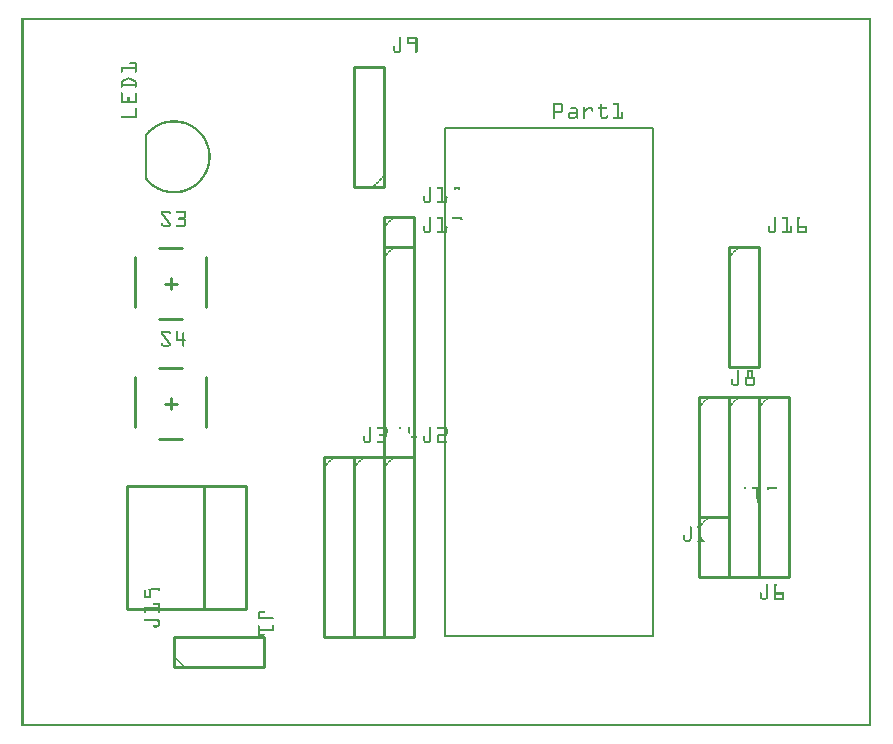
<source format=gto>
G04 MADE WITH FRITZING*
G04 WWW.FRITZING.ORG*
G04 DOUBLE SIDED*
G04 HOLES PLATED*
G04 CONTOUR ON CENTER OF CONTOUR VECTOR*
%ASAXBY*%
%FSLAX23Y23*%
%MOIN*%
%OFA0B0*%
%SFA1.0B1.0*%
%ADD10C,0.010000*%
%ADD11C,0.010417*%
%ADD12C,0.008000*%
%ADD13R,0.001000X0.001000*%
%LNSILK1*%
G90*
G70*
G54D10*
X2358Y1598D02*
X2358Y1198D01*
D02*
X2358Y1198D02*
X2458Y1198D01*
D02*
X2458Y1198D02*
X2458Y1598D01*
D02*
X2458Y1598D02*
X2358Y1598D01*
D02*
X2258Y698D02*
X2258Y498D01*
D02*
X2258Y498D02*
X2358Y498D01*
D02*
X2358Y498D02*
X2358Y698D01*
D02*
X2358Y698D02*
X2258Y698D01*
D02*
X1208Y1698D02*
X1208Y1598D01*
D02*
X1208Y1598D02*
X1308Y1598D01*
D02*
X1308Y1598D02*
X1308Y1698D01*
D02*
X1308Y1698D02*
X1208Y1698D01*
D02*
X508Y198D02*
X808Y198D01*
D02*
X808Y198D02*
X808Y298D01*
D02*
X808Y298D02*
X508Y298D01*
D02*
X508Y298D02*
X508Y198D01*
G54D11*
D02*
X353Y803D02*
X353Y392D01*
D02*
X353Y392D02*
X749Y392D01*
D02*
X749Y392D02*
X749Y803D01*
D02*
X749Y803D02*
X353Y803D01*
D02*
X607Y392D02*
X607Y803D01*
G54D10*
D02*
X1208Y1598D02*
X1208Y898D01*
D02*
X1208Y898D02*
X1308Y898D01*
D02*
X1308Y898D02*
X1308Y1598D01*
D02*
X1308Y1598D02*
X1208Y1598D01*
D02*
X2358Y1098D02*
X2358Y498D01*
D02*
X2358Y498D02*
X2458Y498D01*
D02*
X2458Y498D02*
X2458Y1098D01*
D02*
X2458Y1098D02*
X2358Y1098D01*
D02*
X2258Y1098D02*
X2258Y698D01*
D02*
X2258Y698D02*
X2358Y698D01*
D02*
X2358Y698D02*
X2358Y1098D01*
D02*
X2358Y1098D02*
X2258Y1098D01*
D02*
X2458Y1098D02*
X2458Y498D01*
D02*
X2458Y498D02*
X2558Y498D01*
D02*
X2558Y498D02*
X2558Y1098D01*
D02*
X2558Y1098D02*
X2458Y1098D01*
D02*
X1008Y898D02*
X1008Y298D01*
D02*
X1008Y298D02*
X1108Y298D01*
D02*
X1108Y298D02*
X1108Y898D01*
D02*
X1108Y898D02*
X1008Y898D01*
D02*
X1108Y898D02*
X1108Y298D01*
D02*
X1108Y298D02*
X1208Y298D01*
D02*
X1208Y298D02*
X1208Y898D01*
D02*
X1208Y898D02*
X1108Y898D01*
D02*
X1208Y898D02*
X1208Y298D01*
D02*
X1208Y298D02*
X1308Y298D01*
D02*
X1308Y298D02*
X1308Y898D01*
D02*
X1308Y898D02*
X1208Y898D01*
D02*
X458Y1194D02*
X536Y1194D01*
D02*
X379Y997D02*
X379Y1165D01*
D02*
X615Y997D02*
X615Y1165D01*
D02*
X458Y958D02*
X536Y958D01*
D02*
X477Y1076D02*
X517Y1076D01*
D02*
X497Y1096D02*
X497Y1057D01*
D02*
X458Y1594D02*
X536Y1594D01*
D02*
X379Y1397D02*
X379Y1565D01*
D02*
X615Y1397D02*
X615Y1565D01*
D02*
X458Y1358D02*
X536Y1358D01*
D02*
X477Y1476D02*
X517Y1476D01*
D02*
X497Y1496D02*
X497Y1457D01*
D02*
X1208Y1798D02*
X1208Y2198D01*
D02*
X1208Y2198D02*
X1108Y2198D01*
D02*
X1108Y2198D02*
X1108Y1798D01*
D02*
X1108Y1798D02*
X1208Y1798D01*
G54D12*
X1412Y302D02*
X2104Y302D01*
X2104Y1995D01*
X1412Y1995D01*
X1412Y302D01*
D02*
G54D13*
X0Y2362D02*
X2833Y2362D01*
X0Y2361D02*
X2833Y2361D01*
X0Y2360D02*
X2833Y2360D01*
X0Y2359D02*
X2833Y2359D01*
X0Y2358D02*
X2833Y2358D01*
X0Y2357D02*
X2833Y2357D01*
X0Y2356D02*
X2833Y2356D01*
X0Y2355D02*
X2833Y2355D01*
X0Y2354D02*
X7Y2354D01*
X2826Y2354D02*
X2833Y2354D01*
X0Y2353D02*
X7Y2353D01*
X2826Y2353D02*
X2833Y2353D01*
X0Y2352D02*
X7Y2352D01*
X2826Y2352D02*
X2833Y2352D01*
X0Y2351D02*
X7Y2351D01*
X2826Y2351D02*
X2833Y2351D01*
X0Y2350D02*
X7Y2350D01*
X2826Y2350D02*
X2833Y2350D01*
X0Y2349D02*
X7Y2349D01*
X2826Y2349D02*
X2833Y2349D01*
X0Y2348D02*
X7Y2348D01*
X2826Y2348D02*
X2833Y2348D01*
X0Y2347D02*
X7Y2347D01*
X2826Y2347D02*
X2833Y2347D01*
X0Y2346D02*
X7Y2346D01*
X2826Y2346D02*
X2833Y2346D01*
X0Y2345D02*
X7Y2345D01*
X2826Y2345D02*
X2833Y2345D01*
X0Y2344D02*
X7Y2344D01*
X2826Y2344D02*
X2833Y2344D01*
X0Y2343D02*
X7Y2343D01*
X2826Y2343D02*
X2833Y2343D01*
X0Y2342D02*
X7Y2342D01*
X2826Y2342D02*
X2833Y2342D01*
X0Y2341D02*
X7Y2341D01*
X2826Y2341D02*
X2833Y2341D01*
X0Y2340D02*
X7Y2340D01*
X2826Y2340D02*
X2833Y2340D01*
X0Y2339D02*
X7Y2339D01*
X2826Y2339D02*
X2833Y2339D01*
X0Y2338D02*
X7Y2338D01*
X2826Y2338D02*
X2833Y2338D01*
X0Y2337D02*
X7Y2337D01*
X2826Y2337D02*
X2833Y2337D01*
X0Y2336D02*
X7Y2336D01*
X2826Y2336D02*
X2833Y2336D01*
X0Y2335D02*
X7Y2335D01*
X2826Y2335D02*
X2833Y2335D01*
X0Y2334D02*
X7Y2334D01*
X2826Y2334D02*
X2833Y2334D01*
X0Y2333D02*
X7Y2333D01*
X2826Y2333D02*
X2833Y2333D01*
X0Y2332D02*
X7Y2332D01*
X2826Y2332D02*
X2833Y2332D01*
X0Y2331D02*
X7Y2331D01*
X2826Y2331D02*
X2833Y2331D01*
X0Y2330D02*
X7Y2330D01*
X2826Y2330D02*
X2833Y2330D01*
X0Y2329D02*
X7Y2329D01*
X2826Y2329D02*
X2833Y2329D01*
X0Y2328D02*
X7Y2328D01*
X2826Y2328D02*
X2833Y2328D01*
X0Y2327D02*
X7Y2327D01*
X2826Y2327D02*
X2833Y2327D01*
X0Y2326D02*
X7Y2326D01*
X2826Y2326D02*
X2833Y2326D01*
X0Y2325D02*
X7Y2325D01*
X2826Y2325D02*
X2833Y2325D01*
X0Y2324D02*
X7Y2324D01*
X2826Y2324D02*
X2833Y2324D01*
X0Y2323D02*
X7Y2323D01*
X2826Y2323D02*
X2833Y2323D01*
X0Y2322D02*
X7Y2322D01*
X2826Y2322D02*
X2833Y2322D01*
X0Y2321D02*
X7Y2321D01*
X2826Y2321D02*
X2833Y2321D01*
X0Y2320D02*
X7Y2320D01*
X2826Y2320D02*
X2833Y2320D01*
X0Y2319D02*
X7Y2319D01*
X2826Y2319D02*
X2833Y2319D01*
X0Y2318D02*
X7Y2318D01*
X2826Y2318D02*
X2833Y2318D01*
X0Y2317D02*
X7Y2317D01*
X2826Y2317D02*
X2833Y2317D01*
X0Y2316D02*
X7Y2316D01*
X2826Y2316D02*
X2833Y2316D01*
X0Y2315D02*
X7Y2315D01*
X2826Y2315D02*
X2833Y2315D01*
X0Y2314D02*
X7Y2314D01*
X2826Y2314D02*
X2833Y2314D01*
X0Y2313D02*
X7Y2313D01*
X2826Y2313D02*
X2833Y2313D01*
X0Y2312D02*
X7Y2312D01*
X2826Y2312D02*
X2833Y2312D01*
X0Y2311D02*
X7Y2311D01*
X2826Y2311D02*
X2833Y2311D01*
X0Y2310D02*
X7Y2310D01*
X2826Y2310D02*
X2833Y2310D01*
X0Y2309D02*
X7Y2309D01*
X2826Y2309D02*
X2833Y2309D01*
X0Y2308D02*
X7Y2308D01*
X2826Y2308D02*
X2833Y2308D01*
X0Y2307D02*
X7Y2307D01*
X2826Y2307D02*
X2833Y2307D01*
X0Y2306D02*
X7Y2306D01*
X2826Y2306D02*
X2833Y2306D01*
X0Y2305D02*
X7Y2305D01*
X2826Y2305D02*
X2833Y2305D01*
X0Y2304D02*
X7Y2304D01*
X2826Y2304D02*
X2833Y2304D01*
X0Y2303D02*
X7Y2303D01*
X2826Y2303D02*
X2833Y2303D01*
X0Y2302D02*
X7Y2302D01*
X2826Y2302D02*
X2833Y2302D01*
X0Y2301D02*
X7Y2301D01*
X2826Y2301D02*
X2833Y2301D01*
X0Y2300D02*
X7Y2300D01*
X2826Y2300D02*
X2833Y2300D01*
X0Y2299D02*
X7Y2299D01*
X2826Y2299D02*
X2833Y2299D01*
X0Y2298D02*
X7Y2298D01*
X1262Y2298D02*
X1264Y2298D01*
X1288Y2298D02*
X1318Y2298D01*
X2826Y2298D02*
X2833Y2298D01*
X0Y2297D02*
X7Y2297D01*
X1261Y2297D02*
X1265Y2297D01*
X1287Y2297D02*
X1319Y2297D01*
X2826Y2297D02*
X2833Y2297D01*
X0Y2296D02*
X7Y2296D01*
X1260Y2296D02*
X1266Y2296D01*
X1286Y2296D02*
X1319Y2296D01*
X2826Y2296D02*
X2833Y2296D01*
X0Y2295D02*
X7Y2295D01*
X1260Y2295D02*
X1266Y2295D01*
X1286Y2295D02*
X1320Y2295D01*
X2826Y2295D02*
X2833Y2295D01*
X0Y2294D02*
X7Y2294D01*
X1260Y2294D02*
X1266Y2294D01*
X1286Y2294D02*
X1320Y2294D01*
X2826Y2294D02*
X2833Y2294D01*
X0Y2293D02*
X7Y2293D01*
X1260Y2293D02*
X1266Y2293D01*
X1286Y2293D02*
X1320Y2293D01*
X2826Y2293D02*
X2833Y2293D01*
X0Y2292D02*
X7Y2292D01*
X1260Y2292D02*
X1266Y2292D01*
X1286Y2292D02*
X1320Y2292D01*
X2826Y2292D02*
X2833Y2292D01*
X0Y2291D02*
X7Y2291D01*
X1260Y2291D02*
X1266Y2291D01*
X1286Y2291D02*
X1292Y2291D01*
X1314Y2291D02*
X1320Y2291D01*
X2826Y2291D02*
X2833Y2291D01*
X0Y2290D02*
X7Y2290D01*
X1260Y2290D02*
X1266Y2290D01*
X1286Y2290D02*
X1292Y2290D01*
X1314Y2290D02*
X1320Y2290D01*
X2826Y2290D02*
X2833Y2290D01*
X0Y2289D02*
X7Y2289D01*
X1260Y2289D02*
X1266Y2289D01*
X1286Y2289D02*
X1292Y2289D01*
X1314Y2289D02*
X1320Y2289D01*
X2826Y2289D02*
X2833Y2289D01*
X0Y2288D02*
X7Y2288D01*
X1260Y2288D02*
X1266Y2288D01*
X1286Y2288D02*
X1292Y2288D01*
X1314Y2288D02*
X1320Y2288D01*
X2826Y2288D02*
X2833Y2288D01*
X0Y2287D02*
X7Y2287D01*
X1260Y2287D02*
X1266Y2287D01*
X1286Y2287D02*
X1292Y2287D01*
X1314Y2287D02*
X1320Y2287D01*
X2826Y2287D02*
X2833Y2287D01*
X0Y2286D02*
X7Y2286D01*
X1260Y2286D02*
X1266Y2286D01*
X1286Y2286D02*
X1292Y2286D01*
X1314Y2286D02*
X1320Y2286D01*
X2826Y2286D02*
X2833Y2286D01*
X0Y2285D02*
X7Y2285D01*
X1260Y2285D02*
X1266Y2285D01*
X1286Y2285D02*
X1292Y2285D01*
X1314Y2285D02*
X1320Y2285D01*
X2826Y2285D02*
X2833Y2285D01*
X0Y2284D02*
X7Y2284D01*
X1260Y2284D02*
X1266Y2284D01*
X1286Y2284D02*
X1292Y2284D01*
X1314Y2284D02*
X1320Y2284D01*
X2826Y2284D02*
X2833Y2284D01*
X0Y2283D02*
X7Y2283D01*
X1260Y2283D02*
X1266Y2283D01*
X1286Y2283D02*
X1292Y2283D01*
X1314Y2283D02*
X1320Y2283D01*
X2826Y2283D02*
X2833Y2283D01*
X0Y2282D02*
X7Y2282D01*
X1260Y2282D02*
X1266Y2282D01*
X1286Y2282D02*
X1292Y2282D01*
X1314Y2282D02*
X1320Y2282D01*
X2826Y2282D02*
X2833Y2282D01*
X0Y2281D02*
X7Y2281D01*
X1260Y2281D02*
X1266Y2281D01*
X1286Y2281D02*
X1292Y2281D01*
X1313Y2281D02*
X1320Y2281D01*
X2826Y2281D02*
X2833Y2281D01*
X0Y2280D02*
X7Y2280D01*
X1260Y2280D02*
X1266Y2280D01*
X1286Y2280D02*
X1320Y2280D01*
X2826Y2280D02*
X2833Y2280D01*
X0Y2279D02*
X7Y2279D01*
X1260Y2279D02*
X1266Y2279D01*
X1286Y2279D02*
X1320Y2279D01*
X2826Y2279D02*
X2833Y2279D01*
X0Y2278D02*
X7Y2278D01*
X1260Y2278D02*
X1266Y2278D01*
X1286Y2278D02*
X1320Y2278D01*
X2826Y2278D02*
X2833Y2278D01*
X0Y2277D02*
X7Y2277D01*
X1260Y2277D02*
X1266Y2277D01*
X1286Y2277D02*
X1320Y2277D01*
X2826Y2277D02*
X2833Y2277D01*
X0Y2276D02*
X7Y2276D01*
X1260Y2276D02*
X1266Y2276D01*
X1286Y2276D02*
X1320Y2276D01*
X2826Y2276D02*
X2833Y2276D01*
X0Y2275D02*
X7Y2275D01*
X1260Y2275D02*
X1266Y2275D01*
X1287Y2275D02*
X1320Y2275D01*
X2826Y2275D02*
X2833Y2275D01*
X0Y2274D02*
X7Y2274D01*
X1260Y2274D02*
X1266Y2274D01*
X1288Y2274D02*
X1320Y2274D01*
X2826Y2274D02*
X2833Y2274D01*
X0Y2273D02*
X7Y2273D01*
X1260Y2273D02*
X1266Y2273D01*
X1314Y2273D02*
X1320Y2273D01*
X2826Y2273D02*
X2833Y2273D01*
X0Y2272D02*
X7Y2272D01*
X1260Y2272D02*
X1266Y2272D01*
X1314Y2272D02*
X1320Y2272D01*
X2826Y2272D02*
X2833Y2272D01*
X0Y2271D02*
X7Y2271D01*
X1260Y2271D02*
X1266Y2271D01*
X1314Y2271D02*
X1320Y2271D01*
X2826Y2271D02*
X2833Y2271D01*
X0Y2270D02*
X7Y2270D01*
X1260Y2270D02*
X1266Y2270D01*
X1314Y2270D02*
X1320Y2270D01*
X2826Y2270D02*
X2833Y2270D01*
X0Y2269D02*
X7Y2269D01*
X1260Y2269D02*
X1266Y2269D01*
X1314Y2269D02*
X1320Y2269D01*
X2826Y2269D02*
X2833Y2269D01*
X0Y2268D02*
X7Y2268D01*
X1241Y2268D02*
X1244Y2268D01*
X1260Y2268D02*
X1266Y2268D01*
X1314Y2268D02*
X1320Y2268D01*
X2826Y2268D02*
X2833Y2268D01*
X0Y2267D02*
X7Y2267D01*
X1240Y2267D02*
X1245Y2267D01*
X1260Y2267D02*
X1266Y2267D01*
X1314Y2267D02*
X1320Y2267D01*
X2826Y2267D02*
X2833Y2267D01*
X0Y2266D02*
X7Y2266D01*
X1240Y2266D02*
X1245Y2266D01*
X1260Y2266D02*
X1266Y2266D01*
X1314Y2266D02*
X1320Y2266D01*
X2826Y2266D02*
X2833Y2266D01*
X0Y2265D02*
X7Y2265D01*
X1239Y2265D02*
X1245Y2265D01*
X1260Y2265D02*
X1266Y2265D01*
X1314Y2265D02*
X1320Y2265D01*
X2826Y2265D02*
X2833Y2265D01*
X0Y2264D02*
X7Y2264D01*
X1239Y2264D02*
X1245Y2264D01*
X1260Y2264D02*
X1266Y2264D01*
X1314Y2264D02*
X1320Y2264D01*
X2826Y2264D02*
X2833Y2264D01*
X0Y2263D02*
X7Y2263D01*
X1239Y2263D02*
X1245Y2263D01*
X1260Y2263D02*
X1266Y2263D01*
X1314Y2263D02*
X1320Y2263D01*
X2826Y2263D02*
X2833Y2263D01*
X0Y2262D02*
X7Y2262D01*
X1239Y2262D02*
X1245Y2262D01*
X1260Y2262D02*
X1266Y2262D01*
X1314Y2262D02*
X1320Y2262D01*
X2826Y2262D02*
X2833Y2262D01*
X0Y2261D02*
X7Y2261D01*
X1239Y2261D02*
X1245Y2261D01*
X1260Y2261D02*
X1266Y2261D01*
X1314Y2261D02*
X1320Y2261D01*
X2826Y2261D02*
X2833Y2261D01*
X0Y2260D02*
X7Y2260D01*
X1239Y2260D02*
X1245Y2260D01*
X1260Y2260D02*
X1266Y2260D01*
X1314Y2260D02*
X1320Y2260D01*
X2826Y2260D02*
X2833Y2260D01*
X0Y2259D02*
X7Y2259D01*
X1239Y2259D02*
X1245Y2259D01*
X1260Y2259D02*
X1266Y2259D01*
X1314Y2259D02*
X1320Y2259D01*
X2826Y2259D02*
X2833Y2259D01*
X0Y2258D02*
X7Y2258D01*
X1239Y2258D02*
X1245Y2258D01*
X1260Y2258D02*
X1266Y2258D01*
X1314Y2258D02*
X1320Y2258D01*
X2826Y2258D02*
X2833Y2258D01*
X0Y2257D02*
X7Y2257D01*
X1239Y2257D02*
X1245Y2257D01*
X1260Y2257D02*
X1266Y2257D01*
X1314Y2257D02*
X1320Y2257D01*
X2826Y2257D02*
X2833Y2257D01*
X0Y2256D02*
X7Y2256D01*
X1239Y2256D02*
X1245Y2256D01*
X1260Y2256D02*
X1266Y2256D01*
X1314Y2256D02*
X1320Y2256D01*
X2826Y2256D02*
X2833Y2256D01*
X0Y2255D02*
X7Y2255D01*
X1239Y2255D02*
X1245Y2255D01*
X1260Y2255D02*
X1266Y2255D01*
X1314Y2255D02*
X1320Y2255D01*
X2826Y2255D02*
X2833Y2255D01*
X0Y2254D02*
X7Y2254D01*
X1239Y2254D02*
X1246Y2254D01*
X1260Y2254D02*
X1266Y2254D01*
X1314Y2254D02*
X1320Y2254D01*
X2826Y2254D02*
X2833Y2254D01*
X0Y2253D02*
X7Y2253D01*
X1240Y2253D02*
X1246Y2253D01*
X1260Y2253D02*
X1266Y2253D01*
X1314Y2253D02*
X1320Y2253D01*
X2826Y2253D02*
X2833Y2253D01*
X0Y2252D02*
X7Y2252D01*
X1240Y2252D02*
X1247Y2252D01*
X1259Y2252D02*
X1266Y2252D01*
X1314Y2252D02*
X1320Y2252D01*
X2826Y2252D02*
X2833Y2252D01*
X0Y2251D02*
X7Y2251D01*
X1240Y2251D02*
X1265Y2251D01*
X1312Y2251D02*
X1320Y2251D01*
X2826Y2251D02*
X2833Y2251D01*
X0Y2250D02*
X7Y2250D01*
X1241Y2250D02*
X1265Y2250D01*
X1311Y2250D02*
X1320Y2250D01*
X2826Y2250D02*
X2833Y2250D01*
X0Y2249D02*
X7Y2249D01*
X1241Y2249D02*
X1264Y2249D01*
X1310Y2249D02*
X1320Y2249D01*
X2826Y2249D02*
X2833Y2249D01*
X0Y2248D02*
X7Y2248D01*
X1242Y2248D02*
X1264Y2248D01*
X1310Y2248D02*
X1320Y2248D01*
X2826Y2248D02*
X2833Y2248D01*
X0Y2247D02*
X7Y2247D01*
X1243Y2247D02*
X1263Y2247D01*
X1310Y2247D02*
X1319Y2247D01*
X2826Y2247D02*
X2833Y2247D01*
X0Y2246D02*
X7Y2246D01*
X1244Y2246D02*
X1261Y2246D01*
X1311Y2246D02*
X1319Y2246D01*
X2826Y2246D02*
X2833Y2246D01*
X0Y2245D02*
X7Y2245D01*
X1246Y2245D02*
X1259Y2245D01*
X1312Y2245D02*
X1318Y2245D01*
X2826Y2245D02*
X2833Y2245D01*
X0Y2244D02*
X7Y2244D01*
X2826Y2244D02*
X2833Y2244D01*
X0Y2243D02*
X7Y2243D01*
X2826Y2243D02*
X2833Y2243D01*
X0Y2242D02*
X7Y2242D01*
X2826Y2242D02*
X2833Y2242D01*
X0Y2241D02*
X7Y2241D01*
X2826Y2241D02*
X2833Y2241D01*
X0Y2240D02*
X7Y2240D01*
X2826Y2240D02*
X2833Y2240D01*
X0Y2239D02*
X7Y2239D01*
X2826Y2239D02*
X2833Y2239D01*
X0Y2238D02*
X7Y2238D01*
X2826Y2238D02*
X2833Y2238D01*
X0Y2237D02*
X7Y2237D01*
X2826Y2237D02*
X2833Y2237D01*
X0Y2236D02*
X7Y2236D01*
X2826Y2236D02*
X2833Y2236D01*
X0Y2235D02*
X7Y2235D01*
X2826Y2235D02*
X2833Y2235D01*
X0Y2234D02*
X7Y2234D01*
X2826Y2234D02*
X2833Y2234D01*
X0Y2233D02*
X7Y2233D01*
X2826Y2233D02*
X2833Y2233D01*
X0Y2232D02*
X7Y2232D01*
X2826Y2232D02*
X2833Y2232D01*
X0Y2231D02*
X7Y2231D01*
X2826Y2231D02*
X2833Y2231D01*
X0Y2230D02*
X7Y2230D01*
X2826Y2230D02*
X2833Y2230D01*
X0Y2229D02*
X7Y2229D01*
X2826Y2229D02*
X2833Y2229D01*
X0Y2228D02*
X7Y2228D01*
X2826Y2228D02*
X2833Y2228D01*
X0Y2227D02*
X7Y2227D01*
X2826Y2227D02*
X2833Y2227D01*
X0Y2226D02*
X7Y2226D01*
X2826Y2226D02*
X2833Y2226D01*
X0Y2225D02*
X7Y2225D01*
X2826Y2225D02*
X2833Y2225D01*
X0Y2224D02*
X7Y2224D01*
X2826Y2224D02*
X2833Y2224D01*
X0Y2223D02*
X7Y2223D01*
X2826Y2223D02*
X2833Y2223D01*
X0Y2222D02*
X7Y2222D01*
X2826Y2222D02*
X2833Y2222D01*
X0Y2221D02*
X7Y2221D01*
X2826Y2221D02*
X2833Y2221D01*
X0Y2220D02*
X7Y2220D01*
X2826Y2220D02*
X2833Y2220D01*
X0Y2219D02*
X7Y2219D01*
X2826Y2219D02*
X2833Y2219D01*
X0Y2218D02*
X7Y2218D01*
X2826Y2218D02*
X2833Y2218D01*
X0Y2217D02*
X7Y2217D01*
X2826Y2217D02*
X2833Y2217D01*
X0Y2216D02*
X7Y2216D01*
X2826Y2216D02*
X2833Y2216D01*
X0Y2215D02*
X7Y2215D01*
X2826Y2215D02*
X2833Y2215D01*
X0Y2214D02*
X7Y2214D01*
X2826Y2214D02*
X2833Y2214D01*
X0Y2213D02*
X7Y2213D01*
X363Y2213D02*
X381Y2213D01*
X2826Y2213D02*
X2833Y2213D01*
X0Y2212D02*
X7Y2212D01*
X361Y2212D02*
X383Y2212D01*
X2826Y2212D02*
X2833Y2212D01*
X0Y2211D02*
X7Y2211D01*
X361Y2211D02*
X384Y2211D01*
X2826Y2211D02*
X2833Y2211D01*
X0Y2210D02*
X7Y2210D01*
X360Y2210D02*
X384Y2210D01*
X2826Y2210D02*
X2833Y2210D01*
X0Y2209D02*
X7Y2209D01*
X360Y2209D02*
X384Y2209D01*
X2826Y2209D02*
X2833Y2209D01*
X0Y2208D02*
X7Y2208D01*
X361Y2208D02*
X384Y2208D01*
X2826Y2208D02*
X2833Y2208D01*
X0Y2207D02*
X7Y2207D01*
X361Y2207D02*
X384Y2207D01*
X2826Y2207D02*
X2833Y2207D01*
X0Y2206D02*
X7Y2206D01*
X378Y2206D02*
X384Y2206D01*
X2826Y2206D02*
X2833Y2206D01*
X0Y2205D02*
X7Y2205D01*
X378Y2205D02*
X384Y2205D01*
X2826Y2205D02*
X2833Y2205D01*
X0Y2204D02*
X7Y2204D01*
X378Y2204D02*
X384Y2204D01*
X2826Y2204D02*
X2833Y2204D01*
X0Y2203D02*
X7Y2203D01*
X378Y2203D02*
X384Y2203D01*
X2826Y2203D02*
X2833Y2203D01*
X0Y2202D02*
X7Y2202D01*
X378Y2202D02*
X384Y2202D01*
X2826Y2202D02*
X2833Y2202D01*
X0Y2201D02*
X7Y2201D01*
X378Y2201D02*
X384Y2201D01*
X2826Y2201D02*
X2833Y2201D01*
X0Y2200D02*
X7Y2200D01*
X378Y2200D02*
X384Y2200D01*
X2826Y2200D02*
X2833Y2200D01*
X0Y2199D02*
X7Y2199D01*
X331Y2199D02*
X384Y2199D01*
X2826Y2199D02*
X2833Y2199D01*
X0Y2198D02*
X7Y2198D01*
X331Y2198D02*
X384Y2198D01*
X2826Y2198D02*
X2833Y2198D01*
X0Y2197D02*
X7Y2197D01*
X331Y2197D02*
X384Y2197D01*
X2826Y2197D02*
X2833Y2197D01*
X0Y2196D02*
X7Y2196D01*
X331Y2196D02*
X384Y2196D01*
X2826Y2196D02*
X2833Y2196D01*
X0Y2195D02*
X7Y2195D01*
X331Y2195D02*
X384Y2195D01*
X2826Y2195D02*
X2833Y2195D01*
X0Y2194D02*
X7Y2194D01*
X331Y2194D02*
X384Y2194D01*
X2826Y2194D02*
X2833Y2194D01*
X0Y2193D02*
X7Y2193D01*
X331Y2193D02*
X384Y2193D01*
X2826Y2193D02*
X2833Y2193D01*
X0Y2192D02*
X7Y2192D01*
X331Y2192D02*
X337Y2192D01*
X378Y2192D02*
X384Y2192D01*
X2826Y2192D02*
X2833Y2192D01*
X0Y2191D02*
X7Y2191D01*
X331Y2191D02*
X337Y2191D01*
X378Y2191D02*
X384Y2191D01*
X2826Y2191D02*
X2833Y2191D01*
X0Y2190D02*
X7Y2190D01*
X331Y2190D02*
X337Y2190D01*
X378Y2190D02*
X384Y2190D01*
X2826Y2190D02*
X2833Y2190D01*
X0Y2189D02*
X7Y2189D01*
X331Y2189D02*
X337Y2189D01*
X378Y2189D02*
X384Y2189D01*
X2826Y2189D02*
X2833Y2189D01*
X0Y2188D02*
X7Y2188D01*
X331Y2188D02*
X337Y2188D01*
X378Y2188D02*
X384Y2188D01*
X2826Y2188D02*
X2833Y2188D01*
X0Y2187D02*
X7Y2187D01*
X331Y2187D02*
X337Y2187D01*
X378Y2187D02*
X384Y2187D01*
X2826Y2187D02*
X2833Y2187D01*
X0Y2186D02*
X7Y2186D01*
X331Y2186D02*
X337Y2186D01*
X378Y2186D02*
X384Y2186D01*
X2826Y2186D02*
X2833Y2186D01*
X0Y2185D02*
X7Y2185D01*
X331Y2185D02*
X337Y2185D01*
X378Y2185D02*
X384Y2185D01*
X2826Y2185D02*
X2833Y2185D01*
X0Y2184D02*
X7Y2184D01*
X331Y2184D02*
X337Y2184D01*
X378Y2184D02*
X384Y2184D01*
X2826Y2184D02*
X2833Y2184D01*
X0Y2183D02*
X7Y2183D01*
X331Y2183D02*
X337Y2183D01*
X378Y2183D02*
X384Y2183D01*
X2826Y2183D02*
X2833Y2183D01*
X0Y2182D02*
X7Y2182D01*
X331Y2182D02*
X337Y2182D01*
X378Y2182D02*
X384Y2182D01*
X2826Y2182D02*
X2833Y2182D01*
X0Y2181D02*
X7Y2181D01*
X331Y2181D02*
X337Y2181D01*
X378Y2181D02*
X384Y2181D01*
X2826Y2181D02*
X2833Y2181D01*
X0Y2180D02*
X7Y2180D01*
X332Y2180D02*
X336Y2180D01*
X379Y2180D02*
X383Y2180D01*
X2826Y2180D02*
X2833Y2180D01*
X0Y2179D02*
X7Y2179D01*
X333Y2179D02*
X335Y2179D01*
X380Y2179D02*
X382Y2179D01*
X2826Y2179D02*
X2833Y2179D01*
X0Y2178D02*
X7Y2178D01*
X2826Y2178D02*
X2833Y2178D01*
X0Y2177D02*
X7Y2177D01*
X2826Y2177D02*
X2833Y2177D01*
X0Y2176D02*
X7Y2176D01*
X2826Y2176D02*
X2833Y2176D01*
X0Y2175D02*
X7Y2175D01*
X2826Y2175D02*
X2833Y2175D01*
X0Y2174D02*
X7Y2174D01*
X2826Y2174D02*
X2833Y2174D01*
X0Y2173D02*
X7Y2173D01*
X2826Y2173D02*
X2833Y2173D01*
X0Y2172D02*
X7Y2172D01*
X2826Y2172D02*
X2833Y2172D01*
X0Y2171D02*
X7Y2171D01*
X2826Y2171D02*
X2833Y2171D01*
X0Y2170D02*
X7Y2170D01*
X2826Y2170D02*
X2833Y2170D01*
X0Y2169D02*
X7Y2169D01*
X2826Y2169D02*
X2833Y2169D01*
X0Y2168D02*
X7Y2168D01*
X2826Y2168D02*
X2833Y2168D01*
X0Y2167D02*
X7Y2167D01*
X2826Y2167D02*
X2833Y2167D01*
X0Y2166D02*
X7Y2166D01*
X2826Y2166D02*
X2833Y2166D01*
X0Y2165D02*
X7Y2165D01*
X2826Y2165D02*
X2833Y2165D01*
X0Y2164D02*
X7Y2164D01*
X2826Y2164D02*
X2833Y2164D01*
X0Y2163D02*
X7Y2163D01*
X357Y2163D02*
X358Y2163D01*
X2826Y2163D02*
X2833Y2163D01*
X0Y2162D02*
X7Y2162D01*
X353Y2162D02*
X362Y2162D01*
X2826Y2162D02*
X2833Y2162D01*
X0Y2161D02*
X7Y2161D01*
X350Y2161D02*
X365Y2161D01*
X2826Y2161D02*
X2833Y2161D01*
X0Y2160D02*
X7Y2160D01*
X348Y2160D02*
X367Y2160D01*
X2826Y2160D02*
X2833Y2160D01*
X0Y2159D02*
X7Y2159D01*
X346Y2159D02*
X369Y2159D01*
X2826Y2159D02*
X2833Y2159D01*
X0Y2158D02*
X7Y2158D01*
X344Y2158D02*
X371Y2158D01*
X2826Y2158D02*
X2833Y2158D01*
X0Y2157D02*
X7Y2157D01*
X342Y2157D02*
X373Y2157D01*
X2826Y2157D02*
X2833Y2157D01*
X0Y2156D02*
X7Y2156D01*
X340Y2156D02*
X356Y2156D01*
X358Y2156D02*
X375Y2156D01*
X2826Y2156D02*
X2833Y2156D01*
X0Y2155D02*
X7Y2155D01*
X338Y2155D02*
X353Y2155D01*
X362Y2155D02*
X377Y2155D01*
X2826Y2155D02*
X2833Y2155D01*
X0Y2154D02*
X7Y2154D01*
X336Y2154D02*
X351Y2154D01*
X364Y2154D02*
X379Y2154D01*
X2826Y2154D02*
X2833Y2154D01*
X0Y2153D02*
X7Y2153D01*
X335Y2153D02*
X349Y2153D01*
X366Y2153D02*
X380Y2153D01*
X2826Y2153D02*
X2833Y2153D01*
X0Y2152D02*
X7Y2152D01*
X334Y2152D02*
X347Y2152D01*
X368Y2152D02*
X381Y2152D01*
X2826Y2152D02*
X2833Y2152D01*
X0Y2151D02*
X7Y2151D01*
X333Y2151D02*
X345Y2151D01*
X370Y2151D02*
X382Y2151D01*
X2826Y2151D02*
X2833Y2151D01*
X0Y2150D02*
X7Y2150D01*
X332Y2150D02*
X343Y2150D01*
X372Y2150D02*
X383Y2150D01*
X2826Y2150D02*
X2833Y2150D01*
X0Y2149D02*
X7Y2149D01*
X332Y2149D02*
X341Y2149D01*
X374Y2149D02*
X383Y2149D01*
X2826Y2149D02*
X2833Y2149D01*
X0Y2148D02*
X7Y2148D01*
X331Y2148D02*
X339Y2148D01*
X376Y2148D02*
X383Y2148D01*
X2826Y2148D02*
X2833Y2148D01*
X0Y2147D02*
X7Y2147D01*
X331Y2147D02*
X338Y2147D01*
X377Y2147D02*
X384Y2147D01*
X2826Y2147D02*
X2833Y2147D01*
X0Y2146D02*
X7Y2146D01*
X331Y2146D02*
X337Y2146D01*
X378Y2146D02*
X384Y2146D01*
X2826Y2146D02*
X2833Y2146D01*
X0Y2145D02*
X7Y2145D01*
X331Y2145D02*
X337Y2145D01*
X378Y2145D02*
X384Y2145D01*
X2826Y2145D02*
X2833Y2145D01*
X0Y2144D02*
X7Y2144D01*
X331Y2144D02*
X337Y2144D01*
X378Y2144D02*
X384Y2144D01*
X2826Y2144D02*
X2833Y2144D01*
X0Y2143D02*
X7Y2143D01*
X331Y2143D02*
X337Y2143D01*
X378Y2143D02*
X384Y2143D01*
X2826Y2143D02*
X2833Y2143D01*
X0Y2142D02*
X7Y2142D01*
X331Y2142D02*
X384Y2142D01*
X2826Y2142D02*
X2833Y2142D01*
X0Y2141D02*
X7Y2141D01*
X331Y2141D02*
X384Y2141D01*
X2826Y2141D02*
X2833Y2141D01*
X0Y2140D02*
X7Y2140D01*
X331Y2140D02*
X384Y2140D01*
X2826Y2140D02*
X2833Y2140D01*
X0Y2139D02*
X7Y2139D01*
X331Y2139D02*
X384Y2139D01*
X2826Y2139D02*
X2833Y2139D01*
X0Y2138D02*
X7Y2138D01*
X331Y2138D02*
X384Y2138D01*
X2826Y2138D02*
X2833Y2138D01*
X0Y2137D02*
X7Y2137D01*
X331Y2137D02*
X384Y2137D01*
X2826Y2137D02*
X2833Y2137D01*
X0Y2136D02*
X7Y2136D01*
X331Y2136D02*
X384Y2136D01*
X2826Y2136D02*
X2833Y2136D01*
X0Y2135D02*
X7Y2135D01*
X331Y2135D02*
X337Y2135D01*
X378Y2135D02*
X384Y2135D01*
X2826Y2135D02*
X2833Y2135D01*
X0Y2134D02*
X7Y2134D01*
X331Y2134D02*
X337Y2134D01*
X378Y2134D02*
X384Y2134D01*
X2826Y2134D02*
X2833Y2134D01*
X0Y2133D02*
X7Y2133D01*
X331Y2133D02*
X337Y2133D01*
X378Y2133D02*
X384Y2133D01*
X2826Y2133D02*
X2833Y2133D01*
X0Y2132D02*
X7Y2132D01*
X331Y2132D02*
X337Y2132D01*
X378Y2132D02*
X384Y2132D01*
X2826Y2132D02*
X2833Y2132D01*
X0Y2131D02*
X7Y2131D01*
X331Y2131D02*
X337Y2131D01*
X378Y2131D02*
X384Y2131D01*
X2826Y2131D02*
X2833Y2131D01*
X0Y2130D02*
X7Y2130D01*
X332Y2130D02*
X336Y2130D01*
X379Y2130D02*
X383Y2130D01*
X2826Y2130D02*
X2833Y2130D01*
X0Y2129D02*
X7Y2129D01*
X333Y2129D02*
X335Y2129D01*
X380Y2129D02*
X382Y2129D01*
X2826Y2129D02*
X2833Y2129D01*
X0Y2128D02*
X7Y2128D01*
X2826Y2128D02*
X2833Y2128D01*
X0Y2127D02*
X7Y2127D01*
X2826Y2127D02*
X2833Y2127D01*
X0Y2126D02*
X7Y2126D01*
X2826Y2126D02*
X2833Y2126D01*
X0Y2125D02*
X7Y2125D01*
X2826Y2125D02*
X2833Y2125D01*
X0Y2124D02*
X7Y2124D01*
X2826Y2124D02*
X2833Y2124D01*
X0Y2123D02*
X7Y2123D01*
X2826Y2123D02*
X2833Y2123D01*
X0Y2122D02*
X7Y2122D01*
X2826Y2122D02*
X2833Y2122D01*
X0Y2121D02*
X7Y2121D01*
X2826Y2121D02*
X2833Y2121D01*
X0Y2120D02*
X7Y2120D01*
X2826Y2120D02*
X2833Y2120D01*
X0Y2119D02*
X7Y2119D01*
X2826Y2119D02*
X2833Y2119D01*
X0Y2118D02*
X7Y2118D01*
X2826Y2118D02*
X2833Y2118D01*
X0Y2117D02*
X7Y2117D01*
X2826Y2117D02*
X2833Y2117D01*
X0Y2116D02*
X7Y2116D01*
X2826Y2116D02*
X2833Y2116D01*
X0Y2115D02*
X7Y2115D01*
X2826Y2115D02*
X2833Y2115D01*
X0Y2114D02*
X7Y2114D01*
X2826Y2114D02*
X2833Y2114D01*
X0Y2113D02*
X7Y2113D01*
X334Y2113D02*
X334Y2113D01*
X381Y2113D02*
X381Y2113D01*
X2826Y2113D02*
X2833Y2113D01*
X0Y2112D02*
X7Y2112D01*
X332Y2112D02*
X336Y2112D01*
X379Y2112D02*
X383Y2112D01*
X2826Y2112D02*
X2833Y2112D01*
X0Y2111D02*
X7Y2111D01*
X331Y2111D02*
X336Y2111D01*
X378Y2111D02*
X384Y2111D01*
X2826Y2111D02*
X2833Y2111D01*
X0Y2110D02*
X7Y2110D01*
X331Y2110D02*
X337Y2110D01*
X378Y2110D02*
X384Y2110D01*
X2826Y2110D02*
X2833Y2110D01*
X0Y2109D02*
X7Y2109D01*
X331Y2109D02*
X337Y2109D01*
X378Y2109D02*
X384Y2109D01*
X2826Y2109D02*
X2833Y2109D01*
X0Y2108D02*
X7Y2108D01*
X331Y2108D02*
X337Y2108D01*
X378Y2108D02*
X384Y2108D01*
X2826Y2108D02*
X2833Y2108D01*
X0Y2107D02*
X7Y2107D01*
X331Y2107D02*
X337Y2107D01*
X378Y2107D02*
X384Y2107D01*
X2826Y2107D02*
X2833Y2107D01*
X0Y2106D02*
X7Y2106D01*
X331Y2106D02*
X337Y2106D01*
X378Y2106D02*
X384Y2106D01*
X2826Y2106D02*
X2833Y2106D01*
X0Y2105D02*
X7Y2105D01*
X331Y2105D02*
X337Y2105D01*
X378Y2105D02*
X384Y2105D01*
X2826Y2105D02*
X2833Y2105D01*
X0Y2104D02*
X7Y2104D01*
X331Y2104D02*
X337Y2104D01*
X378Y2104D02*
X384Y2104D01*
X2826Y2104D02*
X2833Y2104D01*
X0Y2103D02*
X7Y2103D01*
X331Y2103D02*
X337Y2103D01*
X378Y2103D02*
X384Y2103D01*
X2826Y2103D02*
X2833Y2103D01*
X0Y2102D02*
X7Y2102D01*
X331Y2102D02*
X337Y2102D01*
X378Y2102D02*
X384Y2102D01*
X2826Y2102D02*
X2833Y2102D01*
X0Y2101D02*
X7Y2101D01*
X331Y2101D02*
X337Y2101D01*
X378Y2101D02*
X384Y2101D01*
X2826Y2101D02*
X2833Y2101D01*
X0Y2100D02*
X7Y2100D01*
X331Y2100D02*
X337Y2100D01*
X378Y2100D02*
X384Y2100D01*
X2826Y2100D02*
X2833Y2100D01*
X0Y2099D02*
X7Y2099D01*
X331Y2099D02*
X337Y2099D01*
X357Y2099D02*
X358Y2099D01*
X378Y2099D02*
X384Y2099D01*
X2826Y2099D02*
X2833Y2099D01*
X0Y2098D02*
X7Y2098D01*
X331Y2098D02*
X337Y2098D01*
X355Y2098D02*
X359Y2098D01*
X378Y2098D02*
X384Y2098D01*
X2826Y2098D02*
X2833Y2098D01*
X0Y2097D02*
X7Y2097D01*
X331Y2097D02*
X337Y2097D01*
X355Y2097D02*
X360Y2097D01*
X378Y2097D02*
X384Y2097D01*
X2826Y2097D02*
X2833Y2097D01*
X0Y2096D02*
X7Y2096D01*
X331Y2096D02*
X337Y2096D01*
X354Y2096D02*
X360Y2096D01*
X378Y2096D02*
X384Y2096D01*
X2826Y2096D02*
X2833Y2096D01*
X0Y2095D02*
X7Y2095D01*
X331Y2095D02*
X337Y2095D01*
X354Y2095D02*
X360Y2095D01*
X378Y2095D02*
X384Y2095D01*
X2826Y2095D02*
X2833Y2095D01*
X0Y2094D02*
X7Y2094D01*
X331Y2094D02*
X337Y2094D01*
X354Y2094D02*
X360Y2094D01*
X378Y2094D02*
X384Y2094D01*
X2826Y2094D02*
X2833Y2094D01*
X0Y2093D02*
X7Y2093D01*
X331Y2093D02*
X337Y2093D01*
X354Y2093D02*
X360Y2093D01*
X378Y2093D02*
X384Y2093D01*
X2826Y2093D02*
X2833Y2093D01*
X0Y2092D02*
X7Y2092D01*
X331Y2092D02*
X337Y2092D01*
X354Y2092D02*
X360Y2092D01*
X378Y2092D02*
X384Y2092D01*
X2826Y2092D02*
X2833Y2092D01*
X0Y2091D02*
X7Y2091D01*
X331Y2091D02*
X337Y2091D01*
X354Y2091D02*
X360Y2091D01*
X378Y2091D02*
X384Y2091D01*
X2826Y2091D02*
X2833Y2091D01*
X0Y2090D02*
X7Y2090D01*
X331Y2090D02*
X337Y2090D01*
X354Y2090D02*
X360Y2090D01*
X378Y2090D02*
X384Y2090D01*
X2826Y2090D02*
X2833Y2090D01*
X0Y2089D02*
X7Y2089D01*
X331Y2089D02*
X337Y2089D01*
X354Y2089D02*
X360Y2089D01*
X378Y2089D02*
X384Y2089D01*
X2826Y2089D02*
X2833Y2089D01*
X0Y2088D02*
X7Y2088D01*
X331Y2088D02*
X337Y2088D01*
X354Y2088D02*
X360Y2088D01*
X378Y2088D02*
X384Y2088D01*
X2826Y2088D02*
X2833Y2088D01*
X0Y2087D02*
X7Y2087D01*
X331Y2087D02*
X337Y2087D01*
X354Y2087D02*
X360Y2087D01*
X378Y2087D02*
X384Y2087D01*
X2826Y2087D02*
X2833Y2087D01*
X0Y2086D02*
X7Y2086D01*
X331Y2086D02*
X337Y2086D01*
X354Y2086D02*
X360Y2086D01*
X378Y2086D02*
X384Y2086D01*
X2826Y2086D02*
X2833Y2086D01*
X0Y2085D02*
X7Y2085D01*
X331Y2085D02*
X384Y2085D01*
X2826Y2085D02*
X2833Y2085D01*
X0Y2084D02*
X7Y2084D01*
X331Y2084D02*
X384Y2084D01*
X2826Y2084D02*
X2833Y2084D01*
X0Y2083D02*
X7Y2083D01*
X331Y2083D02*
X384Y2083D01*
X2826Y2083D02*
X2833Y2083D01*
X0Y2082D02*
X7Y2082D01*
X331Y2082D02*
X384Y2082D01*
X2826Y2082D02*
X2833Y2082D01*
X0Y2081D02*
X7Y2081D01*
X331Y2081D02*
X384Y2081D01*
X2826Y2081D02*
X2833Y2081D01*
X0Y2080D02*
X7Y2080D01*
X331Y2080D02*
X384Y2080D01*
X2826Y2080D02*
X2833Y2080D01*
X0Y2079D02*
X7Y2079D01*
X331Y2079D02*
X384Y2079D01*
X2826Y2079D02*
X2833Y2079D01*
X0Y2078D02*
X7Y2078D01*
X1773Y2078D02*
X1799Y2078D01*
X1974Y2078D02*
X1992Y2078D01*
X2826Y2078D02*
X2833Y2078D01*
X0Y2077D02*
X7Y2077D01*
X1773Y2077D02*
X1801Y2077D01*
X1973Y2077D02*
X1992Y2077D01*
X2826Y2077D02*
X2833Y2077D01*
X0Y2076D02*
X7Y2076D01*
X1773Y2076D02*
X1802Y2076D01*
X1973Y2076D02*
X1992Y2076D01*
X2826Y2076D02*
X2833Y2076D01*
X0Y2075D02*
X7Y2075D01*
X1773Y2075D02*
X1803Y2075D01*
X1931Y2075D02*
X1934Y2075D01*
X1973Y2075D02*
X1992Y2075D01*
X2826Y2075D02*
X2833Y2075D01*
X0Y2074D02*
X7Y2074D01*
X1773Y2074D02*
X1804Y2074D01*
X1930Y2074D02*
X1935Y2074D01*
X1973Y2074D02*
X1992Y2074D01*
X2826Y2074D02*
X2833Y2074D01*
X0Y2073D02*
X7Y2073D01*
X1773Y2073D02*
X1805Y2073D01*
X1930Y2073D02*
X1935Y2073D01*
X1973Y2073D02*
X1992Y2073D01*
X2826Y2073D02*
X2833Y2073D01*
X0Y2072D02*
X7Y2072D01*
X1773Y2072D02*
X1805Y2072D01*
X1930Y2072D02*
X1935Y2072D01*
X1974Y2072D02*
X1992Y2072D01*
X2826Y2072D02*
X2833Y2072D01*
X0Y2071D02*
X7Y2071D01*
X1773Y2071D02*
X1779Y2071D01*
X1798Y2071D02*
X1806Y2071D01*
X1929Y2071D02*
X1936Y2071D01*
X1986Y2071D02*
X1992Y2071D01*
X2826Y2071D02*
X2833Y2071D01*
X0Y2070D02*
X7Y2070D01*
X1773Y2070D02*
X1779Y2070D01*
X1799Y2070D02*
X1806Y2070D01*
X1929Y2070D02*
X1936Y2070D01*
X1986Y2070D02*
X1992Y2070D01*
X2826Y2070D02*
X2833Y2070D01*
X0Y2069D02*
X7Y2069D01*
X1773Y2069D02*
X1779Y2069D01*
X1800Y2069D02*
X1806Y2069D01*
X1929Y2069D02*
X1936Y2069D01*
X1986Y2069D02*
X1992Y2069D01*
X2826Y2069D02*
X2833Y2069D01*
X0Y2068D02*
X7Y2068D01*
X1773Y2068D02*
X1779Y2068D01*
X1800Y2068D02*
X1806Y2068D01*
X1929Y2068D02*
X1936Y2068D01*
X1986Y2068D02*
X1992Y2068D01*
X2826Y2068D02*
X2833Y2068D01*
X0Y2067D02*
X7Y2067D01*
X1773Y2067D02*
X1779Y2067D01*
X1800Y2067D02*
X1806Y2067D01*
X1929Y2067D02*
X1936Y2067D01*
X1986Y2067D02*
X1992Y2067D01*
X2826Y2067D02*
X2833Y2067D01*
X0Y2066D02*
X7Y2066D01*
X1773Y2066D02*
X1779Y2066D01*
X1800Y2066D02*
X1806Y2066D01*
X1929Y2066D02*
X1936Y2066D01*
X1986Y2066D02*
X1992Y2066D01*
X2826Y2066D02*
X2833Y2066D01*
X0Y2065D02*
X7Y2065D01*
X1773Y2065D02*
X1779Y2065D01*
X1800Y2065D02*
X1806Y2065D01*
X1929Y2065D02*
X1936Y2065D01*
X1986Y2065D02*
X1992Y2065D01*
X2826Y2065D02*
X2833Y2065D01*
X0Y2064D02*
X7Y2064D01*
X1773Y2064D02*
X1779Y2064D01*
X1800Y2064D02*
X1806Y2064D01*
X1929Y2064D02*
X1936Y2064D01*
X1986Y2064D02*
X1992Y2064D01*
X2826Y2064D02*
X2833Y2064D01*
X0Y2063D02*
X7Y2063D01*
X381Y2063D02*
X381Y2063D01*
X1773Y2063D02*
X1779Y2063D01*
X1800Y2063D02*
X1806Y2063D01*
X1831Y2063D02*
X1849Y2063D01*
X1874Y2063D02*
X1877Y2063D01*
X1888Y2063D02*
X1900Y2063D01*
X1924Y2063D02*
X1951Y2063D01*
X1986Y2063D02*
X1992Y2063D01*
X2826Y2063D02*
X2833Y2063D01*
X0Y2062D02*
X7Y2062D01*
X379Y2062D02*
X383Y2062D01*
X1773Y2062D02*
X1779Y2062D01*
X1800Y2062D02*
X1806Y2062D01*
X1830Y2062D02*
X1851Y2062D01*
X1873Y2062D02*
X1878Y2062D01*
X1887Y2062D02*
X1901Y2062D01*
X1923Y2062D02*
X1952Y2062D01*
X1986Y2062D02*
X1992Y2062D01*
X2826Y2062D02*
X2833Y2062D01*
X0Y2061D02*
X7Y2061D01*
X378Y2061D02*
X384Y2061D01*
X1773Y2061D02*
X1779Y2061D01*
X1800Y2061D02*
X1806Y2061D01*
X1830Y2061D02*
X1852Y2061D01*
X1873Y2061D02*
X1879Y2061D01*
X1885Y2061D02*
X1903Y2061D01*
X1923Y2061D02*
X1953Y2061D01*
X1986Y2061D02*
X1992Y2061D01*
X2826Y2061D02*
X2833Y2061D01*
X0Y2060D02*
X7Y2060D01*
X378Y2060D02*
X384Y2060D01*
X1773Y2060D02*
X1779Y2060D01*
X1800Y2060D02*
X1806Y2060D01*
X1830Y2060D02*
X1853Y2060D01*
X1873Y2060D02*
X1879Y2060D01*
X1884Y2060D02*
X1904Y2060D01*
X1923Y2060D02*
X1953Y2060D01*
X1986Y2060D02*
X1992Y2060D01*
X2826Y2060D02*
X2833Y2060D01*
X0Y2059D02*
X7Y2059D01*
X378Y2059D02*
X384Y2059D01*
X1773Y2059D02*
X1779Y2059D01*
X1800Y2059D02*
X1806Y2059D01*
X1830Y2059D02*
X1854Y2059D01*
X1873Y2059D02*
X1879Y2059D01*
X1883Y2059D02*
X1904Y2059D01*
X1923Y2059D02*
X1952Y2059D01*
X1986Y2059D02*
X1992Y2059D01*
X2826Y2059D02*
X2833Y2059D01*
X0Y2058D02*
X7Y2058D01*
X378Y2058D02*
X384Y2058D01*
X1773Y2058D02*
X1779Y2058D01*
X1800Y2058D02*
X1806Y2058D01*
X1830Y2058D02*
X1854Y2058D01*
X1873Y2058D02*
X1879Y2058D01*
X1882Y2058D02*
X1905Y2058D01*
X1923Y2058D02*
X1952Y2058D01*
X1986Y2058D02*
X1992Y2058D01*
X2826Y2058D02*
X2833Y2058D01*
X0Y2057D02*
X7Y2057D01*
X378Y2057D02*
X384Y2057D01*
X1773Y2057D02*
X1779Y2057D01*
X1800Y2057D02*
X1806Y2057D01*
X1832Y2057D02*
X1855Y2057D01*
X1873Y2057D02*
X1879Y2057D01*
X1881Y2057D02*
X1906Y2057D01*
X1925Y2057D02*
X1950Y2057D01*
X1986Y2057D02*
X1992Y2057D01*
X2826Y2057D02*
X2833Y2057D01*
X0Y2056D02*
X7Y2056D01*
X378Y2056D02*
X384Y2056D01*
X1773Y2056D02*
X1779Y2056D01*
X1800Y2056D02*
X1806Y2056D01*
X1848Y2056D02*
X1855Y2056D01*
X1873Y2056D02*
X1889Y2056D01*
X1899Y2056D02*
X1906Y2056D01*
X1929Y2056D02*
X1936Y2056D01*
X1986Y2056D02*
X1992Y2056D01*
X2826Y2056D02*
X2833Y2056D01*
X0Y2055D02*
X7Y2055D01*
X378Y2055D02*
X384Y2055D01*
X1773Y2055D02*
X1779Y2055D01*
X1800Y2055D02*
X1806Y2055D01*
X1849Y2055D02*
X1855Y2055D01*
X1873Y2055D02*
X1888Y2055D01*
X1900Y2055D02*
X1906Y2055D01*
X1929Y2055D02*
X1936Y2055D01*
X1986Y2055D02*
X1992Y2055D01*
X2826Y2055D02*
X2833Y2055D01*
X0Y2054D02*
X7Y2054D01*
X378Y2054D02*
X384Y2054D01*
X1773Y2054D02*
X1779Y2054D01*
X1800Y2054D02*
X1806Y2054D01*
X1849Y2054D02*
X1855Y2054D01*
X1873Y2054D02*
X1887Y2054D01*
X1900Y2054D02*
X1906Y2054D01*
X1929Y2054D02*
X1936Y2054D01*
X1986Y2054D02*
X1992Y2054D01*
X2826Y2054D02*
X2833Y2054D01*
X0Y2053D02*
X7Y2053D01*
X378Y2053D02*
X384Y2053D01*
X1773Y2053D02*
X1779Y2053D01*
X1799Y2053D02*
X1806Y2053D01*
X1849Y2053D02*
X1855Y2053D01*
X1873Y2053D02*
X1886Y2053D01*
X1900Y2053D02*
X1906Y2053D01*
X1929Y2053D02*
X1936Y2053D01*
X1986Y2053D02*
X1992Y2053D01*
X2826Y2053D02*
X2833Y2053D01*
X0Y2052D02*
X7Y2052D01*
X378Y2052D02*
X384Y2052D01*
X1773Y2052D02*
X1779Y2052D01*
X1797Y2052D02*
X1806Y2052D01*
X1849Y2052D02*
X1855Y2052D01*
X1873Y2052D02*
X1885Y2052D01*
X1900Y2052D02*
X1906Y2052D01*
X1929Y2052D02*
X1936Y2052D01*
X1986Y2052D02*
X1992Y2052D01*
X2826Y2052D02*
X2833Y2052D01*
X0Y2051D02*
X7Y2051D01*
X378Y2051D02*
X384Y2051D01*
X1773Y2051D02*
X1805Y2051D01*
X1849Y2051D02*
X1855Y2051D01*
X1873Y2051D02*
X1884Y2051D01*
X1900Y2051D02*
X1906Y2051D01*
X1929Y2051D02*
X1936Y2051D01*
X1986Y2051D02*
X1992Y2051D01*
X2826Y2051D02*
X2833Y2051D01*
X0Y2050D02*
X7Y2050D01*
X378Y2050D02*
X384Y2050D01*
X1773Y2050D02*
X1805Y2050D01*
X1849Y2050D02*
X1855Y2050D01*
X1873Y2050D02*
X1882Y2050D01*
X1901Y2050D02*
X1906Y2050D01*
X1929Y2050D02*
X1936Y2050D01*
X1986Y2050D02*
X1992Y2050D01*
X2826Y2050D02*
X2833Y2050D01*
X0Y2049D02*
X7Y2049D01*
X378Y2049D02*
X384Y2049D01*
X1773Y2049D02*
X1804Y2049D01*
X1833Y2049D02*
X1846Y2049D01*
X1849Y2049D02*
X1855Y2049D01*
X1873Y2049D02*
X1881Y2049D01*
X1901Y2049D02*
X1905Y2049D01*
X1929Y2049D02*
X1936Y2049D01*
X1986Y2049D02*
X1992Y2049D01*
X2826Y2049D02*
X2833Y2049D01*
X0Y2048D02*
X7Y2048D01*
X378Y2048D02*
X384Y2048D01*
X1773Y2048D02*
X1803Y2048D01*
X1829Y2048D02*
X1856Y2048D01*
X1873Y2048D02*
X1880Y2048D01*
X1903Y2048D02*
X1903Y2048D01*
X1929Y2048D02*
X1936Y2048D01*
X1986Y2048D02*
X1992Y2048D01*
X2001Y2048D02*
X2005Y2048D01*
X2826Y2048D02*
X2833Y2048D01*
X0Y2047D02*
X7Y2047D01*
X378Y2047D02*
X384Y2047D01*
X1773Y2047D02*
X1802Y2047D01*
X1827Y2047D02*
X1856Y2047D01*
X1873Y2047D02*
X1879Y2047D01*
X1929Y2047D02*
X1936Y2047D01*
X1986Y2047D02*
X1992Y2047D01*
X2001Y2047D02*
X2006Y2047D01*
X2826Y2047D02*
X2833Y2047D01*
X0Y2046D02*
X7Y2046D01*
X378Y2046D02*
X384Y2046D01*
X1773Y2046D02*
X1800Y2046D01*
X1826Y2046D02*
X1856Y2046D01*
X1873Y2046D02*
X1879Y2046D01*
X1929Y2046D02*
X1936Y2046D01*
X1986Y2046D02*
X1992Y2046D01*
X2000Y2046D02*
X2006Y2046D01*
X2826Y2046D02*
X2833Y2046D01*
X0Y2045D02*
X7Y2045D01*
X378Y2045D02*
X384Y2045D01*
X1773Y2045D02*
X1797Y2045D01*
X1825Y2045D02*
X1856Y2045D01*
X1873Y2045D02*
X1879Y2045D01*
X1929Y2045D02*
X1936Y2045D01*
X1986Y2045D02*
X1992Y2045D01*
X2000Y2045D02*
X2006Y2045D01*
X2826Y2045D02*
X2833Y2045D01*
X0Y2044D02*
X7Y2044D01*
X378Y2044D02*
X384Y2044D01*
X1773Y2044D02*
X1779Y2044D01*
X1824Y2044D02*
X1856Y2044D01*
X1873Y2044D02*
X1879Y2044D01*
X1929Y2044D02*
X1936Y2044D01*
X1986Y2044D02*
X1992Y2044D01*
X2000Y2044D02*
X2006Y2044D01*
X2826Y2044D02*
X2833Y2044D01*
X0Y2043D02*
X7Y2043D01*
X378Y2043D02*
X384Y2043D01*
X1773Y2043D02*
X1779Y2043D01*
X1824Y2043D02*
X1856Y2043D01*
X1873Y2043D02*
X1879Y2043D01*
X1929Y2043D02*
X1936Y2043D01*
X1986Y2043D02*
X1992Y2043D01*
X2000Y2043D02*
X2006Y2043D01*
X2826Y2043D02*
X2833Y2043D01*
X0Y2042D02*
X7Y2042D01*
X378Y2042D02*
X384Y2042D01*
X1773Y2042D02*
X1779Y2042D01*
X1823Y2042D02*
X1832Y2042D01*
X1846Y2042D02*
X1856Y2042D01*
X1873Y2042D02*
X1879Y2042D01*
X1929Y2042D02*
X1936Y2042D01*
X1986Y2042D02*
X1992Y2042D01*
X2000Y2042D02*
X2006Y2042D01*
X2826Y2042D02*
X2833Y2042D01*
X0Y2041D02*
X7Y2041D01*
X378Y2041D02*
X384Y2041D01*
X1773Y2041D02*
X1779Y2041D01*
X1823Y2041D02*
X1830Y2041D01*
X1849Y2041D02*
X1856Y2041D01*
X1873Y2041D02*
X1879Y2041D01*
X1929Y2041D02*
X1936Y2041D01*
X1986Y2041D02*
X1992Y2041D01*
X2000Y2041D02*
X2006Y2041D01*
X2826Y2041D02*
X2833Y2041D01*
X0Y2040D02*
X7Y2040D01*
X378Y2040D02*
X384Y2040D01*
X1773Y2040D02*
X1779Y2040D01*
X1823Y2040D02*
X1829Y2040D01*
X1849Y2040D02*
X1856Y2040D01*
X1873Y2040D02*
X1879Y2040D01*
X1929Y2040D02*
X1936Y2040D01*
X1986Y2040D02*
X1992Y2040D01*
X2000Y2040D02*
X2006Y2040D01*
X2826Y2040D02*
X2833Y2040D01*
X0Y2039D02*
X7Y2039D01*
X378Y2039D02*
X384Y2039D01*
X1773Y2039D02*
X1779Y2039D01*
X1823Y2039D02*
X1829Y2039D01*
X1850Y2039D02*
X1856Y2039D01*
X1873Y2039D02*
X1879Y2039D01*
X1929Y2039D02*
X1936Y2039D01*
X1986Y2039D02*
X1992Y2039D01*
X2000Y2039D02*
X2006Y2039D01*
X2826Y2039D02*
X2833Y2039D01*
X0Y2038D02*
X7Y2038D01*
X378Y2038D02*
X384Y2038D01*
X1773Y2038D02*
X1779Y2038D01*
X1823Y2038D02*
X1829Y2038D01*
X1850Y2038D02*
X1856Y2038D01*
X1873Y2038D02*
X1879Y2038D01*
X1929Y2038D02*
X1936Y2038D01*
X1986Y2038D02*
X1992Y2038D01*
X2000Y2038D02*
X2006Y2038D01*
X2826Y2038D02*
X2833Y2038D01*
X0Y2037D02*
X7Y2037D01*
X378Y2037D02*
X384Y2037D01*
X1773Y2037D02*
X1779Y2037D01*
X1823Y2037D02*
X1829Y2037D01*
X1850Y2037D02*
X1856Y2037D01*
X1873Y2037D02*
X1879Y2037D01*
X1929Y2037D02*
X1936Y2037D01*
X1953Y2037D02*
X1954Y2037D01*
X1986Y2037D02*
X1992Y2037D01*
X2000Y2037D02*
X2006Y2037D01*
X2826Y2037D02*
X2833Y2037D01*
X0Y2036D02*
X7Y2036D01*
X378Y2036D02*
X384Y2036D01*
X1773Y2036D02*
X1779Y2036D01*
X1823Y2036D02*
X1829Y2036D01*
X1850Y2036D02*
X1856Y2036D01*
X1873Y2036D02*
X1879Y2036D01*
X1929Y2036D02*
X1936Y2036D01*
X1951Y2036D02*
X1955Y2036D01*
X1986Y2036D02*
X1992Y2036D01*
X2000Y2036D02*
X2006Y2036D01*
X2826Y2036D02*
X2833Y2036D01*
X0Y2035D02*
X7Y2035D01*
X333Y2035D02*
X384Y2035D01*
X1773Y2035D02*
X1779Y2035D01*
X1823Y2035D02*
X1829Y2035D01*
X1849Y2035D02*
X1856Y2035D01*
X1873Y2035D02*
X1879Y2035D01*
X1929Y2035D02*
X1936Y2035D01*
X1951Y2035D02*
X1956Y2035D01*
X1986Y2035D02*
X1992Y2035D01*
X2000Y2035D02*
X2006Y2035D01*
X2826Y2035D02*
X2833Y2035D01*
X0Y2034D02*
X7Y2034D01*
X332Y2034D02*
X384Y2034D01*
X1773Y2034D02*
X1779Y2034D01*
X1823Y2034D02*
X1829Y2034D01*
X1847Y2034D02*
X1856Y2034D01*
X1873Y2034D02*
X1879Y2034D01*
X1930Y2034D02*
X1936Y2034D01*
X1950Y2034D02*
X1956Y2034D01*
X1986Y2034D02*
X1992Y2034D01*
X2000Y2034D02*
X2006Y2034D01*
X2826Y2034D02*
X2833Y2034D01*
X0Y2033D02*
X7Y2033D01*
X331Y2033D02*
X384Y2033D01*
X1773Y2033D02*
X1779Y2033D01*
X1823Y2033D02*
X1829Y2033D01*
X1845Y2033D02*
X1856Y2033D01*
X1873Y2033D02*
X1879Y2033D01*
X1930Y2033D02*
X1936Y2033D01*
X1950Y2033D02*
X1956Y2033D01*
X1986Y2033D02*
X1992Y2033D01*
X2000Y2033D02*
X2006Y2033D01*
X2826Y2033D02*
X2833Y2033D01*
X0Y2032D02*
X7Y2032D01*
X331Y2032D02*
X384Y2032D01*
X1773Y2032D02*
X1779Y2032D01*
X1823Y2032D02*
X1830Y2032D01*
X1844Y2032D02*
X1856Y2032D01*
X1873Y2032D02*
X1879Y2032D01*
X1930Y2032D02*
X1937Y2032D01*
X1949Y2032D02*
X1956Y2032D01*
X1986Y2032D02*
X1992Y2032D01*
X2000Y2032D02*
X2006Y2032D01*
X2826Y2032D02*
X2833Y2032D01*
X0Y2031D02*
X7Y2031D01*
X331Y2031D02*
X384Y2031D01*
X1773Y2031D02*
X1779Y2031D01*
X1823Y2031D02*
X1856Y2031D01*
X1873Y2031D02*
X1879Y2031D01*
X1930Y2031D02*
X1956Y2031D01*
X1975Y2031D02*
X2006Y2031D01*
X2826Y2031D02*
X2833Y2031D01*
X0Y2030D02*
X7Y2030D01*
X332Y2030D02*
X384Y2030D01*
X1773Y2030D02*
X1779Y2030D01*
X1824Y2030D02*
X1856Y2030D01*
X1873Y2030D02*
X1879Y2030D01*
X1931Y2030D02*
X1955Y2030D01*
X1973Y2030D02*
X2006Y2030D01*
X2826Y2030D02*
X2833Y2030D01*
X0Y2029D02*
X7Y2029D01*
X333Y2029D02*
X384Y2029D01*
X1773Y2029D02*
X1779Y2029D01*
X1824Y2029D02*
X1856Y2029D01*
X1873Y2029D02*
X1879Y2029D01*
X1931Y2029D02*
X1954Y2029D01*
X1973Y2029D02*
X2006Y2029D01*
X2826Y2029D02*
X2833Y2029D01*
X0Y2028D02*
X7Y2028D01*
X1773Y2028D02*
X1779Y2028D01*
X1825Y2028D02*
X1856Y2028D01*
X1873Y2028D02*
X1879Y2028D01*
X1932Y2028D02*
X1954Y2028D01*
X1973Y2028D02*
X2006Y2028D01*
X2826Y2028D02*
X2833Y2028D01*
X0Y2027D02*
X7Y2027D01*
X1773Y2027D02*
X1779Y2027D01*
X1826Y2027D02*
X1848Y2027D01*
X1850Y2027D02*
X1856Y2027D01*
X1873Y2027D02*
X1878Y2027D01*
X1933Y2027D02*
X1953Y2027D01*
X1973Y2027D02*
X2006Y2027D01*
X2826Y2027D02*
X2833Y2027D01*
X0Y2026D02*
X7Y2026D01*
X1773Y2026D02*
X1778Y2026D01*
X1827Y2026D02*
X1846Y2026D01*
X1851Y2026D02*
X1856Y2026D01*
X1873Y2026D02*
X1878Y2026D01*
X1934Y2026D02*
X1951Y2026D01*
X1973Y2026D02*
X2006Y2026D01*
X2826Y2026D02*
X2833Y2026D01*
X0Y2025D02*
X7Y2025D01*
X1774Y2025D02*
X1777Y2025D01*
X1829Y2025D02*
X1844Y2025D01*
X1852Y2025D02*
X1855Y2025D01*
X1874Y2025D02*
X1877Y2025D01*
X1936Y2025D02*
X1949Y2025D01*
X1974Y2025D02*
X2005Y2025D01*
X2826Y2025D02*
X2833Y2025D01*
X0Y2024D02*
X7Y2024D01*
X2826Y2024D02*
X2833Y2024D01*
X0Y2023D02*
X7Y2023D01*
X2826Y2023D02*
X2833Y2023D01*
X0Y2022D02*
X7Y2022D01*
X2826Y2022D02*
X2833Y2022D01*
X0Y2021D02*
X7Y2021D01*
X2826Y2021D02*
X2833Y2021D01*
X0Y2020D02*
X7Y2020D01*
X497Y2020D02*
X520Y2020D01*
X2826Y2020D02*
X2833Y2020D01*
X0Y2019D02*
X7Y2019D01*
X489Y2019D02*
X528Y2019D01*
X2826Y2019D02*
X2833Y2019D01*
X0Y2018D02*
X7Y2018D01*
X484Y2018D02*
X533Y2018D01*
X2826Y2018D02*
X2833Y2018D01*
X0Y2017D02*
X7Y2017D01*
X480Y2017D02*
X537Y2017D01*
X2826Y2017D02*
X2833Y2017D01*
X0Y2016D02*
X7Y2016D01*
X476Y2016D02*
X541Y2016D01*
X2826Y2016D02*
X2833Y2016D01*
X0Y2015D02*
X7Y2015D01*
X473Y2015D02*
X545Y2015D01*
X2826Y2015D02*
X2833Y2015D01*
X0Y2014D02*
X7Y2014D01*
X470Y2014D02*
X548Y2014D01*
X2826Y2014D02*
X2833Y2014D01*
X0Y2013D02*
X7Y2013D01*
X467Y2013D02*
X550Y2013D01*
X2826Y2013D02*
X2833Y2013D01*
X0Y2012D02*
X7Y2012D01*
X464Y2012D02*
X495Y2012D01*
X523Y2012D02*
X553Y2012D01*
X2826Y2012D02*
X2833Y2012D01*
X0Y2011D02*
X7Y2011D01*
X462Y2011D02*
X488Y2011D01*
X529Y2011D02*
X556Y2011D01*
X2826Y2011D02*
X2833Y2011D01*
X0Y2010D02*
X7Y2010D01*
X459Y2010D02*
X483Y2010D01*
X534Y2010D02*
X558Y2010D01*
X2826Y2010D02*
X2833Y2010D01*
X0Y2009D02*
X7Y2009D01*
X457Y2009D02*
X479Y2009D01*
X539Y2009D02*
X560Y2009D01*
X2826Y2009D02*
X2833Y2009D01*
X0Y2008D02*
X7Y2008D01*
X455Y2008D02*
X475Y2008D01*
X542Y2008D02*
X562Y2008D01*
X2826Y2008D02*
X2833Y2008D01*
X0Y2007D02*
X7Y2007D01*
X453Y2007D02*
X472Y2007D01*
X545Y2007D02*
X564Y2007D01*
X2826Y2007D02*
X2833Y2007D01*
X0Y2006D02*
X7Y2006D01*
X451Y2006D02*
X469Y2006D01*
X548Y2006D02*
X566Y2006D01*
X2826Y2006D02*
X2833Y2006D01*
X0Y2005D02*
X7Y2005D01*
X449Y2005D02*
X467Y2005D01*
X551Y2005D02*
X568Y2005D01*
X2826Y2005D02*
X2833Y2005D01*
X0Y2004D02*
X7Y2004D01*
X448Y2004D02*
X464Y2004D01*
X553Y2004D02*
X570Y2004D01*
X2826Y2004D02*
X2833Y2004D01*
X0Y2003D02*
X7Y2003D01*
X446Y2003D02*
X462Y2003D01*
X555Y2003D02*
X571Y2003D01*
X2826Y2003D02*
X2833Y2003D01*
X0Y2002D02*
X7Y2002D01*
X444Y2002D02*
X460Y2002D01*
X558Y2002D02*
X573Y2002D01*
X2826Y2002D02*
X2833Y2002D01*
X0Y2001D02*
X7Y2001D01*
X443Y2001D02*
X457Y2001D01*
X560Y2001D02*
X574Y2001D01*
X2826Y2001D02*
X2833Y2001D01*
X0Y2000D02*
X7Y2000D01*
X441Y2000D02*
X455Y2000D01*
X562Y2000D02*
X576Y2000D01*
X2826Y2000D02*
X2833Y2000D01*
X0Y1999D02*
X7Y1999D01*
X440Y1999D02*
X454Y1999D01*
X564Y1999D02*
X577Y1999D01*
X2826Y1999D02*
X2833Y1999D01*
X0Y1998D02*
X7Y1998D01*
X438Y1998D02*
X452Y1998D01*
X565Y1998D02*
X579Y1998D01*
X2826Y1998D02*
X2833Y1998D01*
X0Y1997D02*
X7Y1997D01*
X437Y1997D02*
X450Y1997D01*
X567Y1997D02*
X580Y1997D01*
X2826Y1997D02*
X2833Y1997D01*
X0Y1996D02*
X7Y1996D01*
X436Y1996D02*
X448Y1996D01*
X569Y1996D02*
X582Y1996D01*
X2826Y1996D02*
X2833Y1996D01*
X0Y1995D02*
X7Y1995D01*
X434Y1995D02*
X447Y1995D01*
X570Y1995D02*
X583Y1995D01*
X2826Y1995D02*
X2833Y1995D01*
X0Y1994D02*
X7Y1994D01*
X433Y1994D02*
X445Y1994D01*
X572Y1994D02*
X584Y1994D01*
X2826Y1994D02*
X2833Y1994D01*
X0Y1993D02*
X7Y1993D01*
X432Y1993D02*
X444Y1993D01*
X573Y1993D02*
X585Y1993D01*
X2826Y1993D02*
X2833Y1993D01*
X0Y1992D02*
X7Y1992D01*
X431Y1992D02*
X442Y1992D01*
X575Y1992D02*
X587Y1992D01*
X2826Y1992D02*
X2833Y1992D01*
X0Y1991D02*
X7Y1991D01*
X429Y1991D02*
X441Y1991D01*
X576Y1991D02*
X588Y1991D01*
X2826Y1991D02*
X2833Y1991D01*
X0Y1990D02*
X7Y1990D01*
X428Y1990D02*
X440Y1990D01*
X578Y1990D02*
X589Y1990D01*
X2826Y1990D02*
X2833Y1990D01*
X0Y1989D02*
X7Y1989D01*
X427Y1989D02*
X438Y1989D01*
X579Y1989D02*
X590Y1989D01*
X2826Y1989D02*
X2833Y1989D01*
X0Y1988D02*
X7Y1988D01*
X426Y1988D02*
X437Y1988D01*
X580Y1988D02*
X591Y1988D01*
X2826Y1988D02*
X2833Y1988D01*
X0Y1987D02*
X7Y1987D01*
X425Y1987D02*
X436Y1987D01*
X581Y1987D02*
X592Y1987D01*
X2826Y1987D02*
X2833Y1987D01*
X0Y1986D02*
X7Y1986D01*
X424Y1986D02*
X435Y1986D01*
X583Y1986D02*
X593Y1986D01*
X2826Y1986D02*
X2833Y1986D01*
X0Y1985D02*
X7Y1985D01*
X423Y1985D02*
X433Y1985D01*
X584Y1985D02*
X594Y1985D01*
X2826Y1985D02*
X2833Y1985D01*
X0Y1984D02*
X7Y1984D01*
X422Y1984D02*
X432Y1984D01*
X585Y1984D02*
X595Y1984D01*
X2826Y1984D02*
X2833Y1984D01*
X0Y1983D02*
X7Y1983D01*
X421Y1983D02*
X431Y1983D01*
X586Y1983D02*
X596Y1983D01*
X2826Y1983D02*
X2833Y1983D01*
X0Y1982D02*
X7Y1982D01*
X420Y1982D02*
X430Y1982D01*
X587Y1982D02*
X597Y1982D01*
X2826Y1982D02*
X2833Y1982D01*
X0Y1981D02*
X7Y1981D01*
X419Y1981D02*
X429Y1981D01*
X588Y1981D02*
X598Y1981D01*
X2826Y1981D02*
X2833Y1981D01*
X0Y1980D02*
X7Y1980D01*
X418Y1980D02*
X428Y1980D01*
X589Y1980D02*
X599Y1980D01*
X2826Y1980D02*
X2833Y1980D01*
X0Y1979D02*
X7Y1979D01*
X417Y1979D02*
X427Y1979D01*
X590Y1979D02*
X600Y1979D01*
X2826Y1979D02*
X2833Y1979D01*
X0Y1978D02*
X7Y1978D01*
X416Y1978D02*
X426Y1978D01*
X591Y1978D02*
X601Y1978D01*
X2826Y1978D02*
X2833Y1978D01*
X0Y1977D02*
X7Y1977D01*
X416Y1977D02*
X425Y1977D01*
X592Y1977D02*
X602Y1977D01*
X2826Y1977D02*
X2833Y1977D01*
X0Y1976D02*
X7Y1976D01*
X415Y1976D02*
X424Y1976D01*
X593Y1976D02*
X602Y1976D01*
X2826Y1976D02*
X2833Y1976D01*
X0Y1975D02*
X7Y1975D01*
X414Y1975D02*
X423Y1975D01*
X594Y1975D02*
X603Y1975D01*
X2826Y1975D02*
X2833Y1975D01*
X0Y1974D02*
X7Y1974D01*
X413Y1974D02*
X422Y1974D01*
X595Y1974D02*
X604Y1974D01*
X2826Y1974D02*
X2833Y1974D01*
X0Y1973D02*
X7Y1973D01*
X412Y1973D02*
X422Y1973D01*
X596Y1973D02*
X605Y1973D01*
X2826Y1973D02*
X2833Y1973D01*
X0Y1972D02*
X7Y1972D01*
X412Y1972D02*
X421Y1972D01*
X597Y1972D02*
X606Y1972D01*
X2826Y1972D02*
X2833Y1972D01*
X0Y1971D02*
X7Y1971D01*
X411Y1971D02*
X420Y1971D01*
X597Y1971D02*
X606Y1971D01*
X2826Y1971D02*
X2833Y1971D01*
X0Y1970D02*
X7Y1970D01*
X411Y1970D02*
X419Y1970D01*
X598Y1970D02*
X607Y1970D01*
X2826Y1970D02*
X2833Y1970D01*
X0Y1969D02*
X7Y1969D01*
X411Y1969D02*
X418Y1969D01*
X599Y1969D02*
X608Y1969D01*
X2826Y1969D02*
X2833Y1969D01*
X0Y1968D02*
X7Y1968D01*
X411Y1968D02*
X418Y1968D01*
X600Y1968D02*
X608Y1968D01*
X2826Y1968D02*
X2833Y1968D01*
X0Y1967D02*
X7Y1967D01*
X411Y1967D02*
X418Y1967D01*
X601Y1967D02*
X609Y1967D01*
X2826Y1967D02*
X2833Y1967D01*
X0Y1966D02*
X7Y1966D01*
X411Y1966D02*
X418Y1966D01*
X601Y1966D02*
X610Y1966D01*
X2826Y1966D02*
X2833Y1966D01*
X0Y1965D02*
X7Y1965D01*
X411Y1965D02*
X418Y1965D01*
X602Y1965D02*
X610Y1965D01*
X2826Y1965D02*
X2833Y1965D01*
X0Y1964D02*
X7Y1964D01*
X411Y1964D02*
X418Y1964D01*
X603Y1964D02*
X611Y1964D01*
X2826Y1964D02*
X2833Y1964D01*
X0Y1963D02*
X7Y1963D01*
X411Y1963D02*
X418Y1963D01*
X603Y1963D02*
X612Y1963D01*
X2826Y1963D02*
X2833Y1963D01*
X0Y1962D02*
X7Y1962D01*
X411Y1962D02*
X418Y1962D01*
X604Y1962D02*
X612Y1962D01*
X2826Y1962D02*
X2833Y1962D01*
X0Y1961D02*
X7Y1961D01*
X411Y1961D02*
X418Y1961D01*
X605Y1961D02*
X613Y1961D01*
X2826Y1961D02*
X2833Y1961D01*
X0Y1960D02*
X7Y1960D01*
X411Y1960D02*
X418Y1960D01*
X605Y1960D02*
X614Y1960D01*
X2826Y1960D02*
X2833Y1960D01*
X0Y1959D02*
X7Y1959D01*
X411Y1959D02*
X418Y1959D01*
X606Y1959D02*
X614Y1959D01*
X2826Y1959D02*
X2833Y1959D01*
X0Y1958D02*
X7Y1958D01*
X411Y1958D02*
X418Y1958D01*
X607Y1958D02*
X615Y1958D01*
X2826Y1958D02*
X2833Y1958D01*
X0Y1957D02*
X7Y1957D01*
X411Y1957D02*
X418Y1957D01*
X607Y1957D02*
X615Y1957D01*
X2826Y1957D02*
X2833Y1957D01*
X0Y1956D02*
X7Y1956D01*
X411Y1956D02*
X418Y1956D01*
X608Y1956D02*
X616Y1956D01*
X2826Y1956D02*
X2833Y1956D01*
X0Y1955D02*
X7Y1955D01*
X411Y1955D02*
X418Y1955D01*
X608Y1955D02*
X616Y1955D01*
X2826Y1955D02*
X2833Y1955D01*
X0Y1954D02*
X7Y1954D01*
X411Y1954D02*
X418Y1954D01*
X609Y1954D02*
X617Y1954D01*
X2826Y1954D02*
X2833Y1954D01*
X0Y1953D02*
X7Y1953D01*
X411Y1953D02*
X418Y1953D01*
X610Y1953D02*
X617Y1953D01*
X2826Y1953D02*
X2833Y1953D01*
X0Y1952D02*
X7Y1952D01*
X411Y1952D02*
X418Y1952D01*
X610Y1952D02*
X618Y1952D01*
X2826Y1952D02*
X2833Y1952D01*
X0Y1951D02*
X7Y1951D01*
X411Y1951D02*
X418Y1951D01*
X611Y1951D02*
X618Y1951D01*
X2826Y1951D02*
X2833Y1951D01*
X0Y1950D02*
X7Y1950D01*
X411Y1950D02*
X418Y1950D01*
X611Y1950D02*
X619Y1950D01*
X2826Y1950D02*
X2833Y1950D01*
X0Y1949D02*
X7Y1949D01*
X411Y1949D02*
X418Y1949D01*
X612Y1949D02*
X619Y1949D01*
X2826Y1949D02*
X2833Y1949D01*
X0Y1948D02*
X7Y1948D01*
X411Y1948D02*
X418Y1948D01*
X612Y1948D02*
X620Y1948D01*
X2826Y1948D02*
X2833Y1948D01*
X0Y1947D02*
X7Y1947D01*
X411Y1947D02*
X418Y1947D01*
X613Y1947D02*
X620Y1947D01*
X2826Y1947D02*
X2833Y1947D01*
X0Y1946D02*
X7Y1946D01*
X411Y1946D02*
X418Y1946D01*
X613Y1946D02*
X620Y1946D01*
X2826Y1946D02*
X2833Y1946D01*
X0Y1945D02*
X7Y1945D01*
X411Y1945D02*
X418Y1945D01*
X613Y1945D02*
X621Y1945D01*
X2826Y1945D02*
X2833Y1945D01*
X0Y1944D02*
X7Y1944D01*
X411Y1944D02*
X418Y1944D01*
X614Y1944D02*
X621Y1944D01*
X2826Y1944D02*
X2833Y1944D01*
X0Y1943D02*
X7Y1943D01*
X411Y1943D02*
X418Y1943D01*
X614Y1943D02*
X622Y1943D01*
X2826Y1943D02*
X2833Y1943D01*
X0Y1942D02*
X7Y1942D01*
X411Y1942D02*
X418Y1942D01*
X615Y1942D02*
X622Y1942D01*
X2826Y1942D02*
X2833Y1942D01*
X0Y1941D02*
X7Y1941D01*
X411Y1941D02*
X418Y1941D01*
X615Y1941D02*
X622Y1941D01*
X2826Y1941D02*
X2833Y1941D01*
X0Y1940D02*
X7Y1940D01*
X411Y1940D02*
X418Y1940D01*
X616Y1940D02*
X623Y1940D01*
X2826Y1940D02*
X2833Y1940D01*
X0Y1939D02*
X7Y1939D01*
X411Y1939D02*
X418Y1939D01*
X616Y1939D02*
X623Y1939D01*
X2826Y1939D02*
X2833Y1939D01*
X0Y1938D02*
X7Y1938D01*
X411Y1938D02*
X418Y1938D01*
X616Y1938D02*
X624Y1938D01*
X2826Y1938D02*
X2833Y1938D01*
X0Y1937D02*
X7Y1937D01*
X411Y1937D02*
X418Y1937D01*
X617Y1937D02*
X624Y1937D01*
X2826Y1937D02*
X2833Y1937D01*
X0Y1936D02*
X7Y1936D01*
X411Y1936D02*
X418Y1936D01*
X617Y1936D02*
X624Y1936D01*
X2826Y1936D02*
X2833Y1936D01*
X0Y1935D02*
X7Y1935D01*
X411Y1935D02*
X418Y1935D01*
X617Y1935D02*
X625Y1935D01*
X2826Y1935D02*
X2833Y1935D01*
X0Y1934D02*
X7Y1934D01*
X411Y1934D02*
X418Y1934D01*
X618Y1934D02*
X625Y1934D01*
X2826Y1934D02*
X2833Y1934D01*
X0Y1933D02*
X7Y1933D01*
X411Y1933D02*
X418Y1933D01*
X618Y1933D02*
X625Y1933D01*
X2826Y1933D02*
X2833Y1933D01*
X0Y1932D02*
X7Y1932D01*
X411Y1932D02*
X418Y1932D01*
X618Y1932D02*
X625Y1932D01*
X2826Y1932D02*
X2833Y1932D01*
X0Y1931D02*
X7Y1931D01*
X411Y1931D02*
X418Y1931D01*
X619Y1931D02*
X626Y1931D01*
X2826Y1931D02*
X2833Y1931D01*
X0Y1930D02*
X7Y1930D01*
X411Y1930D02*
X418Y1930D01*
X619Y1930D02*
X626Y1930D01*
X2826Y1930D02*
X2833Y1930D01*
X0Y1929D02*
X7Y1929D01*
X411Y1929D02*
X418Y1929D01*
X619Y1929D02*
X626Y1929D01*
X2826Y1929D02*
X2833Y1929D01*
X0Y1928D02*
X7Y1928D01*
X411Y1928D02*
X418Y1928D01*
X619Y1928D02*
X627Y1928D01*
X2826Y1928D02*
X2833Y1928D01*
X0Y1927D02*
X7Y1927D01*
X411Y1927D02*
X418Y1927D01*
X620Y1927D02*
X627Y1927D01*
X2826Y1927D02*
X2833Y1927D01*
X0Y1926D02*
X7Y1926D01*
X411Y1926D02*
X418Y1926D01*
X620Y1926D02*
X627Y1926D01*
X2826Y1926D02*
X2833Y1926D01*
X0Y1925D02*
X7Y1925D01*
X411Y1925D02*
X418Y1925D01*
X620Y1925D02*
X627Y1925D01*
X2826Y1925D02*
X2833Y1925D01*
X0Y1924D02*
X7Y1924D01*
X411Y1924D02*
X418Y1924D01*
X620Y1924D02*
X627Y1924D01*
X2826Y1924D02*
X2833Y1924D01*
X0Y1923D02*
X7Y1923D01*
X411Y1923D02*
X418Y1923D01*
X621Y1923D02*
X628Y1923D01*
X2826Y1923D02*
X2833Y1923D01*
X0Y1922D02*
X7Y1922D01*
X411Y1922D02*
X418Y1922D01*
X621Y1922D02*
X628Y1922D01*
X2826Y1922D02*
X2833Y1922D01*
X0Y1921D02*
X7Y1921D01*
X411Y1921D02*
X418Y1921D01*
X621Y1921D02*
X628Y1921D01*
X2826Y1921D02*
X2833Y1921D01*
X0Y1920D02*
X7Y1920D01*
X411Y1920D02*
X418Y1920D01*
X621Y1920D02*
X628Y1920D01*
X2826Y1920D02*
X2833Y1920D01*
X0Y1919D02*
X7Y1919D01*
X411Y1919D02*
X418Y1919D01*
X621Y1919D02*
X628Y1919D01*
X2826Y1919D02*
X2833Y1919D01*
X0Y1918D02*
X7Y1918D01*
X411Y1918D02*
X418Y1918D01*
X622Y1918D02*
X629Y1918D01*
X2826Y1918D02*
X2833Y1918D01*
X0Y1917D02*
X7Y1917D01*
X411Y1917D02*
X418Y1917D01*
X622Y1917D02*
X629Y1917D01*
X2826Y1917D02*
X2833Y1917D01*
X0Y1916D02*
X7Y1916D01*
X411Y1916D02*
X418Y1916D01*
X622Y1916D02*
X629Y1916D01*
X2826Y1916D02*
X2833Y1916D01*
X0Y1915D02*
X7Y1915D01*
X411Y1915D02*
X418Y1915D01*
X622Y1915D02*
X629Y1915D01*
X2826Y1915D02*
X2833Y1915D01*
X0Y1914D02*
X7Y1914D01*
X411Y1914D02*
X418Y1914D01*
X622Y1914D02*
X629Y1914D01*
X2826Y1914D02*
X2833Y1914D01*
X0Y1913D02*
X7Y1913D01*
X411Y1913D02*
X418Y1913D01*
X622Y1913D02*
X629Y1913D01*
X2826Y1913D02*
X2833Y1913D01*
X0Y1912D02*
X7Y1912D01*
X411Y1912D02*
X418Y1912D01*
X622Y1912D02*
X629Y1912D01*
X2826Y1912D02*
X2833Y1912D01*
X0Y1911D02*
X7Y1911D01*
X411Y1911D02*
X418Y1911D01*
X623Y1911D02*
X629Y1911D01*
X2826Y1911D02*
X2833Y1911D01*
X0Y1910D02*
X7Y1910D01*
X411Y1910D02*
X418Y1910D01*
X623Y1910D02*
X630Y1910D01*
X2826Y1910D02*
X2833Y1910D01*
X0Y1909D02*
X7Y1909D01*
X411Y1909D02*
X418Y1909D01*
X623Y1909D02*
X630Y1909D01*
X2826Y1909D02*
X2833Y1909D01*
X0Y1908D02*
X7Y1908D01*
X411Y1908D02*
X418Y1908D01*
X623Y1908D02*
X630Y1908D01*
X2826Y1908D02*
X2833Y1908D01*
X0Y1907D02*
X7Y1907D01*
X411Y1907D02*
X418Y1907D01*
X623Y1907D02*
X630Y1907D01*
X2826Y1907D02*
X2833Y1907D01*
X0Y1906D02*
X7Y1906D01*
X411Y1906D02*
X418Y1906D01*
X623Y1906D02*
X630Y1906D01*
X2826Y1906D02*
X2833Y1906D01*
X0Y1905D02*
X7Y1905D01*
X411Y1905D02*
X418Y1905D01*
X623Y1905D02*
X630Y1905D01*
X2826Y1905D02*
X2833Y1905D01*
X0Y1904D02*
X7Y1904D01*
X411Y1904D02*
X418Y1904D01*
X623Y1904D02*
X630Y1904D01*
X2826Y1904D02*
X2833Y1904D01*
X0Y1903D02*
X7Y1903D01*
X411Y1903D02*
X418Y1903D01*
X623Y1903D02*
X630Y1903D01*
X2826Y1903D02*
X2833Y1903D01*
X0Y1902D02*
X7Y1902D01*
X411Y1902D02*
X418Y1902D01*
X623Y1902D02*
X630Y1902D01*
X2826Y1902D02*
X2833Y1902D01*
X0Y1901D02*
X7Y1901D01*
X411Y1901D02*
X418Y1901D01*
X623Y1901D02*
X630Y1901D01*
X2826Y1901D02*
X2833Y1901D01*
X0Y1900D02*
X7Y1900D01*
X411Y1900D02*
X418Y1900D01*
X623Y1900D02*
X630Y1900D01*
X2826Y1900D02*
X2833Y1900D01*
X0Y1899D02*
X7Y1899D01*
X411Y1899D02*
X418Y1899D01*
X623Y1899D02*
X630Y1899D01*
X2826Y1899D02*
X2833Y1899D01*
X0Y1898D02*
X7Y1898D01*
X411Y1898D02*
X418Y1898D01*
X623Y1898D02*
X630Y1898D01*
X2826Y1898D02*
X2833Y1898D01*
X0Y1897D02*
X7Y1897D01*
X411Y1897D02*
X418Y1897D01*
X623Y1897D02*
X630Y1897D01*
X2826Y1897D02*
X2833Y1897D01*
X0Y1896D02*
X7Y1896D01*
X411Y1896D02*
X418Y1896D01*
X623Y1896D02*
X630Y1896D01*
X2826Y1896D02*
X2833Y1896D01*
X0Y1895D02*
X7Y1895D01*
X411Y1895D02*
X418Y1895D01*
X623Y1895D02*
X630Y1895D01*
X2826Y1895D02*
X2833Y1895D01*
X0Y1894D02*
X7Y1894D01*
X411Y1894D02*
X418Y1894D01*
X623Y1894D02*
X630Y1894D01*
X2826Y1894D02*
X2833Y1894D01*
X0Y1893D02*
X7Y1893D01*
X411Y1893D02*
X418Y1893D01*
X623Y1893D02*
X630Y1893D01*
X2826Y1893D02*
X2833Y1893D01*
X0Y1892D02*
X7Y1892D01*
X411Y1892D02*
X418Y1892D01*
X623Y1892D02*
X630Y1892D01*
X2826Y1892D02*
X2833Y1892D01*
X0Y1891D02*
X7Y1891D01*
X411Y1891D02*
X418Y1891D01*
X623Y1891D02*
X630Y1891D01*
X2826Y1891D02*
X2833Y1891D01*
X0Y1890D02*
X7Y1890D01*
X411Y1890D02*
X418Y1890D01*
X623Y1890D02*
X630Y1890D01*
X2826Y1890D02*
X2833Y1890D01*
X0Y1889D02*
X7Y1889D01*
X411Y1889D02*
X418Y1889D01*
X623Y1889D02*
X630Y1889D01*
X2826Y1889D02*
X2833Y1889D01*
X0Y1888D02*
X7Y1888D01*
X411Y1888D02*
X418Y1888D01*
X623Y1888D02*
X630Y1888D01*
X2826Y1888D02*
X2833Y1888D01*
X0Y1887D02*
X7Y1887D01*
X411Y1887D02*
X418Y1887D01*
X623Y1887D02*
X630Y1887D01*
X2826Y1887D02*
X2833Y1887D01*
X0Y1886D02*
X7Y1886D01*
X411Y1886D02*
X418Y1886D01*
X623Y1886D02*
X629Y1886D01*
X2826Y1886D02*
X2833Y1886D01*
X0Y1885D02*
X7Y1885D01*
X411Y1885D02*
X418Y1885D01*
X623Y1885D02*
X629Y1885D01*
X2826Y1885D02*
X2833Y1885D01*
X0Y1884D02*
X7Y1884D01*
X411Y1884D02*
X418Y1884D01*
X622Y1884D02*
X629Y1884D01*
X2826Y1884D02*
X2833Y1884D01*
X0Y1883D02*
X7Y1883D01*
X411Y1883D02*
X418Y1883D01*
X622Y1883D02*
X629Y1883D01*
X2826Y1883D02*
X2833Y1883D01*
X0Y1882D02*
X7Y1882D01*
X411Y1882D02*
X418Y1882D01*
X622Y1882D02*
X629Y1882D01*
X2826Y1882D02*
X2833Y1882D01*
X0Y1881D02*
X7Y1881D01*
X411Y1881D02*
X418Y1881D01*
X622Y1881D02*
X629Y1881D01*
X2826Y1881D02*
X2833Y1881D01*
X0Y1880D02*
X7Y1880D01*
X411Y1880D02*
X418Y1880D01*
X622Y1880D02*
X629Y1880D01*
X2826Y1880D02*
X2833Y1880D01*
X0Y1879D02*
X7Y1879D01*
X411Y1879D02*
X418Y1879D01*
X622Y1879D02*
X628Y1879D01*
X2826Y1879D02*
X2833Y1879D01*
X0Y1878D02*
X7Y1878D01*
X411Y1878D02*
X418Y1878D01*
X621Y1878D02*
X628Y1878D01*
X2826Y1878D02*
X2833Y1878D01*
X0Y1877D02*
X7Y1877D01*
X411Y1877D02*
X418Y1877D01*
X621Y1877D02*
X628Y1877D01*
X2826Y1877D02*
X2833Y1877D01*
X0Y1876D02*
X7Y1876D01*
X411Y1876D02*
X418Y1876D01*
X621Y1876D02*
X628Y1876D01*
X2826Y1876D02*
X2833Y1876D01*
X0Y1875D02*
X7Y1875D01*
X411Y1875D02*
X418Y1875D01*
X621Y1875D02*
X628Y1875D01*
X2826Y1875D02*
X2833Y1875D01*
X0Y1874D02*
X7Y1874D01*
X411Y1874D02*
X418Y1874D01*
X621Y1874D02*
X628Y1874D01*
X2826Y1874D02*
X2833Y1874D01*
X0Y1873D02*
X7Y1873D01*
X411Y1873D02*
X418Y1873D01*
X620Y1873D02*
X627Y1873D01*
X2826Y1873D02*
X2833Y1873D01*
X0Y1872D02*
X7Y1872D01*
X411Y1872D02*
X418Y1872D01*
X620Y1872D02*
X627Y1872D01*
X2826Y1872D02*
X2833Y1872D01*
X0Y1871D02*
X7Y1871D01*
X411Y1871D02*
X418Y1871D01*
X620Y1871D02*
X627Y1871D01*
X2826Y1871D02*
X2833Y1871D01*
X0Y1870D02*
X7Y1870D01*
X411Y1870D02*
X418Y1870D01*
X620Y1870D02*
X627Y1870D01*
X2826Y1870D02*
X2833Y1870D01*
X0Y1869D02*
X7Y1869D01*
X411Y1869D02*
X418Y1869D01*
X619Y1869D02*
X626Y1869D01*
X2826Y1869D02*
X2833Y1869D01*
X0Y1868D02*
X7Y1868D01*
X411Y1868D02*
X418Y1868D01*
X619Y1868D02*
X626Y1868D01*
X2826Y1868D02*
X2833Y1868D01*
X0Y1867D02*
X7Y1867D01*
X411Y1867D02*
X418Y1867D01*
X619Y1867D02*
X626Y1867D01*
X2826Y1867D02*
X2833Y1867D01*
X0Y1866D02*
X7Y1866D01*
X411Y1866D02*
X418Y1866D01*
X619Y1866D02*
X626Y1866D01*
X2826Y1866D02*
X2833Y1866D01*
X0Y1865D02*
X7Y1865D01*
X411Y1865D02*
X418Y1865D01*
X618Y1865D02*
X625Y1865D01*
X2826Y1865D02*
X2833Y1865D01*
X0Y1864D02*
X7Y1864D01*
X411Y1864D02*
X418Y1864D01*
X618Y1864D02*
X625Y1864D01*
X2826Y1864D02*
X2833Y1864D01*
X0Y1863D02*
X7Y1863D01*
X411Y1863D02*
X418Y1863D01*
X618Y1863D02*
X625Y1863D01*
X2826Y1863D02*
X2833Y1863D01*
X0Y1862D02*
X7Y1862D01*
X411Y1862D02*
X418Y1862D01*
X617Y1862D02*
X624Y1862D01*
X2826Y1862D02*
X2833Y1862D01*
X0Y1861D02*
X7Y1861D01*
X411Y1861D02*
X418Y1861D01*
X617Y1861D02*
X624Y1861D01*
X2826Y1861D02*
X2833Y1861D01*
X0Y1860D02*
X7Y1860D01*
X411Y1860D02*
X418Y1860D01*
X617Y1860D02*
X624Y1860D01*
X2826Y1860D02*
X2833Y1860D01*
X0Y1859D02*
X7Y1859D01*
X411Y1859D02*
X418Y1859D01*
X616Y1859D02*
X623Y1859D01*
X2826Y1859D02*
X2833Y1859D01*
X0Y1858D02*
X7Y1858D01*
X411Y1858D02*
X418Y1858D01*
X616Y1858D02*
X623Y1858D01*
X2826Y1858D02*
X2833Y1858D01*
X0Y1857D02*
X7Y1857D01*
X411Y1857D02*
X418Y1857D01*
X615Y1857D02*
X623Y1857D01*
X2826Y1857D02*
X2833Y1857D01*
X0Y1856D02*
X7Y1856D01*
X411Y1856D02*
X418Y1856D01*
X615Y1856D02*
X622Y1856D01*
X2826Y1856D02*
X2833Y1856D01*
X0Y1855D02*
X7Y1855D01*
X411Y1855D02*
X418Y1855D01*
X615Y1855D02*
X622Y1855D01*
X2826Y1855D02*
X2833Y1855D01*
X0Y1854D02*
X7Y1854D01*
X411Y1854D02*
X418Y1854D01*
X614Y1854D02*
X622Y1854D01*
X2826Y1854D02*
X2833Y1854D01*
X0Y1853D02*
X7Y1853D01*
X411Y1853D02*
X418Y1853D01*
X614Y1853D02*
X621Y1853D01*
X2826Y1853D02*
X2833Y1853D01*
X0Y1852D02*
X7Y1852D01*
X411Y1852D02*
X418Y1852D01*
X613Y1852D02*
X621Y1852D01*
X2826Y1852D02*
X2833Y1852D01*
X0Y1851D02*
X7Y1851D01*
X411Y1851D02*
X418Y1851D01*
X613Y1851D02*
X620Y1851D01*
X2826Y1851D02*
X2833Y1851D01*
X0Y1850D02*
X7Y1850D01*
X411Y1850D02*
X418Y1850D01*
X612Y1850D02*
X620Y1850D01*
X2826Y1850D02*
X2833Y1850D01*
X0Y1849D02*
X7Y1849D01*
X411Y1849D02*
X418Y1849D01*
X612Y1849D02*
X620Y1849D01*
X2826Y1849D02*
X2833Y1849D01*
X0Y1848D02*
X7Y1848D01*
X411Y1848D02*
X418Y1848D01*
X611Y1848D02*
X619Y1848D01*
X2826Y1848D02*
X2833Y1848D01*
X0Y1847D02*
X7Y1847D01*
X411Y1847D02*
X418Y1847D01*
X611Y1847D02*
X619Y1847D01*
X2826Y1847D02*
X2833Y1847D01*
X0Y1846D02*
X7Y1846D01*
X411Y1846D02*
X418Y1846D01*
X610Y1846D02*
X618Y1846D01*
X2826Y1846D02*
X2833Y1846D01*
X0Y1845D02*
X7Y1845D01*
X411Y1845D02*
X418Y1845D01*
X610Y1845D02*
X618Y1845D01*
X2826Y1845D02*
X2833Y1845D01*
X0Y1844D02*
X7Y1844D01*
X411Y1844D02*
X418Y1844D01*
X609Y1844D02*
X617Y1844D01*
X2826Y1844D02*
X2833Y1844D01*
X0Y1843D02*
X7Y1843D01*
X411Y1843D02*
X418Y1843D01*
X609Y1843D02*
X617Y1843D01*
X2826Y1843D02*
X2833Y1843D01*
X0Y1842D02*
X7Y1842D01*
X411Y1842D02*
X418Y1842D01*
X608Y1842D02*
X616Y1842D01*
X2826Y1842D02*
X2833Y1842D01*
X0Y1841D02*
X7Y1841D01*
X411Y1841D02*
X418Y1841D01*
X608Y1841D02*
X616Y1841D01*
X2826Y1841D02*
X2833Y1841D01*
X0Y1840D02*
X7Y1840D01*
X411Y1840D02*
X418Y1840D01*
X607Y1840D02*
X615Y1840D01*
X2826Y1840D02*
X2833Y1840D01*
X0Y1839D02*
X7Y1839D01*
X411Y1839D02*
X418Y1839D01*
X606Y1839D02*
X615Y1839D01*
X2826Y1839D02*
X2833Y1839D01*
X0Y1838D02*
X7Y1838D01*
X411Y1838D02*
X418Y1838D01*
X606Y1838D02*
X614Y1838D01*
X2826Y1838D02*
X2833Y1838D01*
X0Y1837D02*
X7Y1837D01*
X411Y1837D02*
X418Y1837D01*
X605Y1837D02*
X613Y1837D01*
X2826Y1837D02*
X2833Y1837D01*
X0Y1836D02*
X7Y1836D01*
X411Y1836D02*
X418Y1836D01*
X605Y1836D02*
X613Y1836D01*
X2826Y1836D02*
X2833Y1836D01*
X0Y1835D02*
X7Y1835D01*
X411Y1835D02*
X418Y1835D01*
X604Y1835D02*
X612Y1835D01*
X1206Y1835D02*
X1206Y1835D01*
X2826Y1835D02*
X2833Y1835D01*
X0Y1834D02*
X7Y1834D01*
X411Y1834D02*
X418Y1834D01*
X603Y1834D02*
X612Y1834D01*
X1205Y1834D02*
X1207Y1834D01*
X2826Y1834D02*
X2833Y1834D01*
X0Y1833D02*
X7Y1833D01*
X411Y1833D02*
X418Y1833D01*
X602Y1833D02*
X611Y1833D01*
X1204Y1833D02*
X1208Y1833D01*
X2826Y1833D02*
X2833Y1833D01*
X0Y1832D02*
X7Y1832D01*
X411Y1832D02*
X418Y1832D01*
X602Y1832D02*
X610Y1832D01*
X1203Y1832D02*
X1209Y1832D01*
X2826Y1832D02*
X2833Y1832D01*
X0Y1831D02*
X7Y1831D01*
X411Y1831D02*
X418Y1831D01*
X601Y1831D02*
X610Y1831D01*
X1202Y1831D02*
X1208Y1831D01*
X2826Y1831D02*
X2833Y1831D01*
X0Y1830D02*
X7Y1830D01*
X411Y1830D02*
X418Y1830D01*
X600Y1830D02*
X609Y1830D01*
X1201Y1830D02*
X1207Y1830D01*
X2826Y1830D02*
X2833Y1830D01*
X0Y1829D02*
X7Y1829D01*
X411Y1829D02*
X418Y1829D01*
X600Y1829D02*
X608Y1829D01*
X1200Y1829D02*
X1206Y1829D01*
X2826Y1829D02*
X2833Y1829D01*
X0Y1828D02*
X7Y1828D01*
X411Y1828D02*
X419Y1828D01*
X599Y1828D02*
X608Y1828D01*
X1199Y1828D02*
X1205Y1828D01*
X2826Y1828D02*
X2833Y1828D01*
X0Y1827D02*
X7Y1827D01*
X411Y1827D02*
X419Y1827D01*
X598Y1827D02*
X607Y1827D01*
X1198Y1827D02*
X1204Y1827D01*
X2826Y1827D02*
X2833Y1827D01*
X0Y1826D02*
X7Y1826D01*
X411Y1826D02*
X420Y1826D01*
X597Y1826D02*
X606Y1826D01*
X1197Y1826D02*
X1203Y1826D01*
X2826Y1826D02*
X2833Y1826D01*
X0Y1825D02*
X7Y1825D01*
X412Y1825D02*
X421Y1825D01*
X596Y1825D02*
X605Y1825D01*
X1196Y1825D02*
X1202Y1825D01*
X2826Y1825D02*
X2833Y1825D01*
X0Y1824D02*
X7Y1824D01*
X413Y1824D02*
X422Y1824D01*
X595Y1824D02*
X605Y1824D01*
X1195Y1824D02*
X1201Y1824D01*
X2826Y1824D02*
X2833Y1824D01*
X0Y1823D02*
X7Y1823D01*
X413Y1823D02*
X423Y1823D01*
X595Y1823D02*
X604Y1823D01*
X1194Y1823D02*
X1200Y1823D01*
X2826Y1823D02*
X2833Y1823D01*
X0Y1822D02*
X7Y1822D01*
X414Y1822D02*
X424Y1822D01*
X594Y1822D02*
X603Y1822D01*
X1193Y1822D02*
X1199Y1822D01*
X2826Y1822D02*
X2833Y1822D01*
X0Y1821D02*
X7Y1821D01*
X415Y1821D02*
X424Y1821D01*
X593Y1821D02*
X602Y1821D01*
X1192Y1821D02*
X1198Y1821D01*
X2826Y1821D02*
X2833Y1821D01*
X0Y1820D02*
X7Y1820D01*
X416Y1820D02*
X425Y1820D01*
X592Y1820D02*
X601Y1820D01*
X1192Y1820D02*
X1197Y1820D01*
X2826Y1820D02*
X2833Y1820D01*
X0Y1819D02*
X7Y1819D01*
X417Y1819D02*
X426Y1819D01*
X591Y1819D02*
X601Y1819D01*
X1191Y1819D02*
X1196Y1819D01*
X2826Y1819D02*
X2833Y1819D01*
X0Y1818D02*
X7Y1818D01*
X418Y1818D02*
X427Y1818D01*
X590Y1818D02*
X600Y1818D01*
X1190Y1818D02*
X1195Y1818D01*
X2826Y1818D02*
X2833Y1818D01*
X0Y1817D02*
X7Y1817D01*
X418Y1817D02*
X428Y1817D01*
X589Y1817D02*
X599Y1817D01*
X1189Y1817D02*
X1194Y1817D01*
X2826Y1817D02*
X2833Y1817D01*
X0Y1816D02*
X7Y1816D01*
X419Y1816D02*
X429Y1816D01*
X588Y1816D02*
X598Y1816D01*
X1188Y1816D02*
X1193Y1816D01*
X2826Y1816D02*
X2833Y1816D01*
X0Y1815D02*
X7Y1815D01*
X420Y1815D02*
X430Y1815D01*
X587Y1815D02*
X597Y1815D01*
X1186Y1815D02*
X1192Y1815D01*
X2826Y1815D02*
X2833Y1815D01*
X0Y1814D02*
X7Y1814D01*
X421Y1814D02*
X432Y1814D01*
X586Y1814D02*
X596Y1814D01*
X1185Y1814D02*
X1191Y1814D01*
X2826Y1814D02*
X2833Y1814D01*
X0Y1813D02*
X7Y1813D01*
X422Y1813D02*
X433Y1813D01*
X585Y1813D02*
X595Y1813D01*
X1184Y1813D02*
X1190Y1813D01*
X2826Y1813D02*
X2833Y1813D01*
X0Y1812D02*
X7Y1812D01*
X423Y1812D02*
X434Y1812D01*
X584Y1812D02*
X594Y1812D01*
X1183Y1812D02*
X1189Y1812D01*
X2826Y1812D02*
X2833Y1812D01*
X0Y1811D02*
X7Y1811D01*
X424Y1811D02*
X435Y1811D01*
X582Y1811D02*
X593Y1811D01*
X1182Y1811D02*
X1188Y1811D01*
X2826Y1811D02*
X2833Y1811D01*
X0Y1810D02*
X7Y1810D01*
X425Y1810D02*
X436Y1810D01*
X581Y1810D02*
X592Y1810D01*
X1181Y1810D02*
X1187Y1810D01*
X2826Y1810D02*
X2833Y1810D01*
X0Y1809D02*
X7Y1809D01*
X426Y1809D02*
X438Y1809D01*
X580Y1809D02*
X591Y1809D01*
X1180Y1809D02*
X1186Y1809D01*
X2826Y1809D02*
X2833Y1809D01*
X0Y1808D02*
X7Y1808D01*
X427Y1808D02*
X439Y1808D01*
X579Y1808D02*
X590Y1808D01*
X1179Y1808D02*
X1185Y1808D01*
X2826Y1808D02*
X2833Y1808D01*
X0Y1807D02*
X7Y1807D01*
X429Y1807D02*
X440Y1807D01*
X577Y1807D02*
X589Y1807D01*
X1178Y1807D02*
X1184Y1807D01*
X2826Y1807D02*
X2833Y1807D01*
X0Y1806D02*
X7Y1806D01*
X430Y1806D02*
X441Y1806D01*
X576Y1806D02*
X588Y1806D01*
X1177Y1806D02*
X1183Y1806D01*
X2826Y1806D02*
X2833Y1806D01*
X0Y1805D02*
X7Y1805D01*
X431Y1805D02*
X443Y1805D01*
X575Y1805D02*
X586Y1805D01*
X1176Y1805D02*
X1182Y1805D01*
X2826Y1805D02*
X2833Y1805D01*
X0Y1804D02*
X7Y1804D01*
X432Y1804D02*
X444Y1804D01*
X573Y1804D02*
X585Y1804D01*
X1175Y1804D02*
X1181Y1804D01*
X2826Y1804D02*
X2833Y1804D01*
X0Y1803D02*
X7Y1803D01*
X433Y1803D02*
X446Y1803D01*
X572Y1803D02*
X584Y1803D01*
X1174Y1803D02*
X1180Y1803D01*
X2826Y1803D02*
X2833Y1803D01*
X0Y1802D02*
X7Y1802D01*
X435Y1802D02*
X447Y1802D01*
X570Y1802D02*
X583Y1802D01*
X1173Y1802D02*
X1179Y1802D01*
X2826Y1802D02*
X2833Y1802D01*
X0Y1801D02*
X7Y1801D01*
X436Y1801D02*
X449Y1801D01*
X568Y1801D02*
X581Y1801D01*
X1172Y1801D02*
X1178Y1801D01*
X2826Y1801D02*
X2833Y1801D01*
X0Y1800D02*
X7Y1800D01*
X437Y1800D02*
X451Y1800D01*
X567Y1800D02*
X580Y1800D01*
X1172Y1800D02*
X1177Y1800D01*
X2826Y1800D02*
X2833Y1800D01*
X0Y1799D02*
X7Y1799D01*
X439Y1799D02*
X452Y1799D01*
X565Y1799D02*
X579Y1799D01*
X1173Y1799D02*
X1176Y1799D01*
X2826Y1799D02*
X2833Y1799D01*
X0Y1798D02*
X7Y1798D01*
X440Y1798D02*
X454Y1798D01*
X563Y1798D02*
X577Y1798D01*
X1174Y1798D02*
X1175Y1798D01*
X1362Y1798D02*
X1364Y1798D01*
X1388Y1798D02*
X1406Y1798D01*
X1445Y1798D02*
X1461Y1798D01*
X2826Y1798D02*
X2833Y1798D01*
X0Y1797D02*
X7Y1797D01*
X442Y1797D02*
X456Y1797D01*
X561Y1797D02*
X576Y1797D01*
X1361Y1797D02*
X1365Y1797D01*
X1387Y1797D02*
X1406Y1797D01*
X1444Y1797D02*
X1462Y1797D01*
X2826Y1797D02*
X2833Y1797D01*
X0Y1796D02*
X7Y1796D01*
X443Y1796D02*
X458Y1796D01*
X559Y1796D02*
X574Y1796D01*
X1360Y1796D02*
X1366Y1796D01*
X1386Y1796D02*
X1406Y1796D01*
X1443Y1796D02*
X1462Y1796D01*
X2826Y1796D02*
X2833Y1796D01*
X0Y1795D02*
X7Y1795D01*
X445Y1795D02*
X460Y1795D01*
X557Y1795D02*
X572Y1795D01*
X1360Y1795D02*
X1366Y1795D01*
X1386Y1795D02*
X1406Y1795D01*
X1443Y1795D02*
X1463Y1795D01*
X2826Y1795D02*
X2833Y1795D01*
X0Y1794D02*
X7Y1794D01*
X446Y1794D02*
X462Y1794D01*
X555Y1794D02*
X571Y1794D01*
X1360Y1794D02*
X1366Y1794D01*
X1386Y1794D02*
X1406Y1794D01*
X1443Y1794D02*
X1463Y1794D01*
X2826Y1794D02*
X2833Y1794D01*
X0Y1793D02*
X7Y1793D01*
X448Y1793D02*
X465Y1793D01*
X553Y1793D02*
X569Y1793D01*
X1360Y1793D02*
X1366Y1793D01*
X1387Y1793D02*
X1406Y1793D01*
X1443Y1793D02*
X1463Y1793D01*
X2826Y1793D02*
X2833Y1793D01*
X0Y1792D02*
X7Y1792D01*
X450Y1792D02*
X467Y1792D01*
X550Y1792D02*
X567Y1792D01*
X1360Y1792D02*
X1366Y1792D01*
X1388Y1792D02*
X1406Y1792D01*
X1443Y1792D02*
X1463Y1792D01*
X2826Y1792D02*
X2833Y1792D01*
X0Y1791D02*
X7Y1791D01*
X452Y1791D02*
X470Y1791D01*
X547Y1791D02*
X566Y1791D01*
X1360Y1791D02*
X1366Y1791D01*
X1400Y1791D02*
X1406Y1791D01*
X1443Y1791D02*
X1449Y1791D01*
X1457Y1791D02*
X1463Y1791D01*
X2826Y1791D02*
X2833Y1791D01*
X0Y1790D02*
X7Y1790D01*
X454Y1790D02*
X473Y1790D01*
X544Y1790D02*
X564Y1790D01*
X1360Y1790D02*
X1366Y1790D01*
X1400Y1790D02*
X1406Y1790D01*
X1443Y1790D02*
X1449Y1790D01*
X1457Y1790D02*
X1463Y1790D01*
X2826Y1790D02*
X2833Y1790D01*
X0Y1789D02*
X7Y1789D01*
X456Y1789D02*
X476Y1789D01*
X541Y1789D02*
X562Y1789D01*
X1360Y1789D02*
X1366Y1789D01*
X1400Y1789D02*
X1406Y1789D01*
X1443Y1789D02*
X1449Y1789D01*
X1457Y1789D02*
X1463Y1789D01*
X2826Y1789D02*
X2833Y1789D01*
X0Y1788D02*
X7Y1788D01*
X458Y1788D02*
X480Y1788D01*
X537Y1788D02*
X560Y1788D01*
X1360Y1788D02*
X1366Y1788D01*
X1400Y1788D02*
X1406Y1788D01*
X1443Y1788D02*
X1449Y1788D01*
X2826Y1788D02*
X2833Y1788D01*
X0Y1787D02*
X7Y1787D01*
X460Y1787D02*
X484Y1787D01*
X533Y1787D02*
X557Y1787D01*
X1360Y1787D02*
X1366Y1787D01*
X1400Y1787D02*
X1406Y1787D01*
X1443Y1787D02*
X1446Y1787D01*
X2826Y1787D02*
X2833Y1787D01*
X0Y1786D02*
X7Y1786D01*
X462Y1786D02*
X489Y1786D01*
X528Y1786D02*
X555Y1786D01*
X1360Y1786D02*
X1366Y1786D01*
X1400Y1786D02*
X1406Y1786D01*
X1443Y1786D02*
X1443Y1786D01*
X2826Y1786D02*
X2833Y1786D01*
X0Y1785D02*
X7Y1785D01*
X465Y1785D02*
X496Y1785D01*
X520Y1785D02*
X553Y1785D01*
X1360Y1785D02*
X1366Y1785D01*
X1400Y1785D02*
X1406Y1785D01*
X2826Y1785D02*
X2833Y1785D01*
X0Y1784D02*
X7Y1784D01*
X467Y1784D02*
X550Y1784D01*
X1360Y1784D02*
X1366Y1784D01*
X1400Y1784D02*
X1406Y1784D01*
X2826Y1784D02*
X2833Y1784D01*
X0Y1783D02*
X7Y1783D01*
X470Y1783D02*
X547Y1783D01*
X1360Y1783D02*
X1366Y1783D01*
X1400Y1783D02*
X1406Y1783D01*
X2826Y1783D02*
X2833Y1783D01*
X0Y1782D02*
X7Y1782D01*
X473Y1782D02*
X544Y1782D01*
X1360Y1782D02*
X1366Y1782D01*
X1400Y1782D02*
X1406Y1782D01*
X2826Y1782D02*
X2833Y1782D01*
X0Y1781D02*
X7Y1781D01*
X477Y1781D02*
X541Y1781D01*
X1360Y1781D02*
X1366Y1781D01*
X1400Y1781D02*
X1406Y1781D01*
X2826Y1781D02*
X2833Y1781D01*
X0Y1780D02*
X7Y1780D01*
X481Y1780D02*
X537Y1780D01*
X1360Y1780D02*
X1366Y1780D01*
X1400Y1780D02*
X1406Y1780D01*
X2826Y1780D02*
X2833Y1780D01*
X0Y1779D02*
X7Y1779D01*
X485Y1779D02*
X532Y1779D01*
X1360Y1779D02*
X1366Y1779D01*
X1400Y1779D02*
X1406Y1779D01*
X2826Y1779D02*
X2833Y1779D01*
X0Y1778D02*
X7Y1778D01*
X491Y1778D02*
X526Y1778D01*
X1360Y1778D02*
X1366Y1778D01*
X1400Y1778D02*
X1406Y1778D01*
X2826Y1778D02*
X2833Y1778D01*
X0Y1777D02*
X7Y1777D01*
X500Y1777D02*
X518Y1777D01*
X1360Y1777D02*
X1366Y1777D01*
X1400Y1777D02*
X1406Y1777D01*
X2826Y1777D02*
X2833Y1777D01*
X0Y1776D02*
X7Y1776D01*
X1360Y1776D02*
X1366Y1776D01*
X1400Y1776D02*
X1406Y1776D01*
X2826Y1776D02*
X2833Y1776D01*
X0Y1775D02*
X7Y1775D01*
X1360Y1775D02*
X1366Y1775D01*
X1400Y1775D02*
X1406Y1775D01*
X2826Y1775D02*
X2833Y1775D01*
X0Y1774D02*
X7Y1774D01*
X1360Y1774D02*
X1366Y1774D01*
X1400Y1774D02*
X1406Y1774D01*
X2826Y1774D02*
X2833Y1774D01*
X0Y1773D02*
X7Y1773D01*
X1360Y1773D02*
X1366Y1773D01*
X1400Y1773D02*
X1406Y1773D01*
X2826Y1773D02*
X2833Y1773D01*
X0Y1772D02*
X7Y1772D01*
X1360Y1772D02*
X1366Y1772D01*
X1400Y1772D02*
X1406Y1772D01*
X2826Y1772D02*
X2833Y1772D01*
X0Y1771D02*
X7Y1771D01*
X1360Y1771D02*
X1366Y1771D01*
X1400Y1771D02*
X1406Y1771D01*
X2826Y1771D02*
X2833Y1771D01*
X0Y1770D02*
X7Y1770D01*
X1360Y1770D02*
X1366Y1770D01*
X1400Y1770D02*
X1406Y1770D01*
X2826Y1770D02*
X2833Y1770D01*
X0Y1769D02*
X7Y1769D01*
X1360Y1769D02*
X1366Y1769D01*
X1400Y1769D02*
X1406Y1769D01*
X2826Y1769D02*
X2833Y1769D01*
X0Y1768D02*
X7Y1768D01*
X1341Y1768D02*
X1344Y1768D01*
X1360Y1768D02*
X1366Y1768D01*
X1400Y1768D02*
X1406Y1768D01*
X1415Y1768D02*
X1418Y1768D01*
X2826Y1768D02*
X2833Y1768D01*
X0Y1767D02*
X7Y1767D01*
X1340Y1767D02*
X1345Y1767D01*
X1360Y1767D02*
X1366Y1767D01*
X1400Y1767D02*
X1406Y1767D01*
X1414Y1767D02*
X1419Y1767D01*
X2826Y1767D02*
X2833Y1767D01*
X0Y1766D02*
X7Y1766D01*
X1339Y1766D02*
X1345Y1766D01*
X1360Y1766D02*
X1366Y1766D01*
X1400Y1766D02*
X1406Y1766D01*
X1414Y1766D02*
X1419Y1766D01*
X2826Y1766D02*
X2833Y1766D01*
X0Y1765D02*
X7Y1765D01*
X1339Y1765D02*
X1345Y1765D01*
X1360Y1765D02*
X1366Y1765D01*
X1400Y1765D02*
X1406Y1765D01*
X1414Y1765D02*
X1420Y1765D01*
X2826Y1765D02*
X2833Y1765D01*
X0Y1764D02*
X7Y1764D01*
X1339Y1764D02*
X1345Y1764D01*
X1360Y1764D02*
X1366Y1764D01*
X1400Y1764D02*
X1406Y1764D01*
X1414Y1764D02*
X1420Y1764D01*
X2826Y1764D02*
X2833Y1764D01*
X0Y1763D02*
X7Y1763D01*
X1339Y1763D02*
X1345Y1763D01*
X1360Y1763D02*
X1366Y1763D01*
X1400Y1763D02*
X1406Y1763D01*
X1414Y1763D02*
X1420Y1763D01*
X2826Y1763D02*
X2833Y1763D01*
X0Y1762D02*
X7Y1762D01*
X1339Y1762D02*
X1345Y1762D01*
X1360Y1762D02*
X1366Y1762D01*
X1400Y1762D02*
X1406Y1762D01*
X1414Y1762D02*
X1419Y1762D01*
X2826Y1762D02*
X2833Y1762D01*
X0Y1761D02*
X7Y1761D01*
X1339Y1761D02*
X1345Y1761D01*
X1360Y1761D02*
X1366Y1761D01*
X1400Y1761D02*
X1406Y1761D01*
X1414Y1761D02*
X1419Y1761D01*
X2826Y1761D02*
X2833Y1761D01*
X0Y1760D02*
X7Y1760D01*
X1339Y1760D02*
X1345Y1760D01*
X1360Y1760D02*
X1366Y1760D01*
X1400Y1760D02*
X1406Y1760D01*
X1414Y1760D02*
X1419Y1760D01*
X2826Y1760D02*
X2833Y1760D01*
X0Y1759D02*
X7Y1759D01*
X1339Y1759D02*
X1345Y1759D01*
X1360Y1759D02*
X1366Y1759D01*
X1400Y1759D02*
X1406Y1759D01*
X1414Y1759D02*
X1419Y1759D01*
X2826Y1759D02*
X2833Y1759D01*
X0Y1758D02*
X7Y1758D01*
X1339Y1758D02*
X1345Y1758D01*
X1360Y1758D02*
X1366Y1758D01*
X1400Y1758D02*
X1406Y1758D01*
X1414Y1758D02*
X1418Y1758D01*
X2826Y1758D02*
X2833Y1758D01*
X0Y1757D02*
X7Y1757D01*
X1339Y1757D02*
X1345Y1757D01*
X1360Y1757D02*
X1366Y1757D01*
X1400Y1757D02*
X1406Y1757D01*
X1414Y1757D02*
X1418Y1757D01*
X2826Y1757D02*
X2833Y1757D01*
X0Y1756D02*
X7Y1756D01*
X1339Y1756D02*
X1345Y1756D01*
X1360Y1756D02*
X1366Y1756D01*
X1400Y1756D02*
X1406Y1756D01*
X1414Y1756D02*
X1418Y1756D01*
X2826Y1756D02*
X2833Y1756D01*
X0Y1755D02*
X7Y1755D01*
X1339Y1755D02*
X1345Y1755D01*
X1360Y1755D02*
X1366Y1755D01*
X1400Y1755D02*
X1406Y1755D01*
X1414Y1755D02*
X1418Y1755D01*
X2826Y1755D02*
X2833Y1755D01*
X0Y1754D02*
X7Y1754D01*
X1339Y1754D02*
X1346Y1754D01*
X1360Y1754D02*
X1366Y1754D01*
X1400Y1754D02*
X1406Y1754D01*
X1414Y1754D02*
X1418Y1754D01*
X2826Y1754D02*
X2833Y1754D01*
X0Y1753D02*
X7Y1753D01*
X1340Y1753D02*
X1346Y1753D01*
X1359Y1753D02*
X1366Y1753D01*
X1400Y1753D02*
X1406Y1753D01*
X1414Y1753D02*
X1417Y1753D01*
X2826Y1753D02*
X2833Y1753D01*
X0Y1752D02*
X7Y1752D01*
X1340Y1752D02*
X1347Y1752D01*
X1358Y1752D02*
X1366Y1752D01*
X1400Y1752D02*
X1406Y1752D01*
X1414Y1752D02*
X1417Y1752D01*
X2826Y1752D02*
X2833Y1752D01*
X0Y1751D02*
X7Y1751D01*
X1340Y1751D02*
X1365Y1751D01*
X1388Y1751D02*
X1417Y1751D01*
X2826Y1751D02*
X2833Y1751D01*
X0Y1750D02*
X7Y1750D01*
X1341Y1750D02*
X1365Y1750D01*
X1387Y1750D02*
X1417Y1750D01*
X2826Y1750D02*
X2833Y1750D01*
X0Y1749D02*
X7Y1749D01*
X1341Y1749D02*
X1364Y1749D01*
X1386Y1749D02*
X1417Y1749D01*
X2826Y1749D02*
X2833Y1749D01*
X0Y1748D02*
X7Y1748D01*
X1342Y1748D02*
X1363Y1748D01*
X1386Y1748D02*
X1417Y1748D01*
X2826Y1748D02*
X2833Y1748D01*
X0Y1747D02*
X7Y1747D01*
X1343Y1747D02*
X1362Y1747D01*
X1386Y1747D02*
X1417Y1747D01*
X2826Y1747D02*
X2833Y1747D01*
X0Y1746D02*
X7Y1746D01*
X1344Y1746D02*
X1361Y1746D01*
X1387Y1746D02*
X1417Y1746D01*
X2826Y1746D02*
X2833Y1746D01*
X0Y1745D02*
X7Y1745D01*
X1346Y1745D02*
X1359Y1745D01*
X1388Y1745D02*
X1417Y1745D01*
X2826Y1745D02*
X2833Y1745D01*
X0Y1744D02*
X7Y1744D01*
X2826Y1744D02*
X2833Y1744D01*
X0Y1743D02*
X7Y1743D01*
X2826Y1743D02*
X2833Y1743D01*
X0Y1742D02*
X7Y1742D01*
X2826Y1742D02*
X2833Y1742D01*
X0Y1741D02*
X7Y1741D01*
X2826Y1741D02*
X2833Y1741D01*
X0Y1740D02*
X7Y1740D01*
X2826Y1740D02*
X2833Y1740D01*
X0Y1739D02*
X7Y1739D01*
X2826Y1739D02*
X2833Y1739D01*
X0Y1738D02*
X7Y1738D01*
X2826Y1738D02*
X2833Y1738D01*
X0Y1737D02*
X7Y1737D01*
X2826Y1737D02*
X2833Y1737D01*
X0Y1736D02*
X7Y1736D01*
X2826Y1736D02*
X2833Y1736D01*
X0Y1735D02*
X7Y1735D01*
X2826Y1735D02*
X2833Y1735D01*
X0Y1734D02*
X7Y1734D01*
X2826Y1734D02*
X2833Y1734D01*
X0Y1733D02*
X7Y1733D01*
X2826Y1733D02*
X2833Y1733D01*
X0Y1732D02*
X7Y1732D01*
X2826Y1732D02*
X2833Y1732D01*
X0Y1731D02*
X7Y1731D01*
X2826Y1731D02*
X2833Y1731D01*
X0Y1730D02*
X7Y1730D01*
X2826Y1730D02*
X2833Y1730D01*
X0Y1729D02*
X7Y1729D01*
X2826Y1729D02*
X2833Y1729D01*
X0Y1728D02*
X7Y1728D01*
X2826Y1728D02*
X2833Y1728D01*
X0Y1727D02*
X7Y1727D01*
X2826Y1727D02*
X2833Y1727D01*
X0Y1726D02*
X7Y1726D01*
X2826Y1726D02*
X2833Y1726D01*
X0Y1725D02*
X7Y1725D01*
X2826Y1725D02*
X2833Y1725D01*
X0Y1724D02*
X7Y1724D01*
X2826Y1724D02*
X2833Y1724D01*
X0Y1723D02*
X7Y1723D01*
X2826Y1723D02*
X2833Y1723D01*
X0Y1722D02*
X7Y1722D01*
X2826Y1722D02*
X2833Y1722D01*
X0Y1721D02*
X7Y1721D01*
X2826Y1721D02*
X2833Y1721D01*
X0Y1720D02*
X7Y1720D01*
X2826Y1720D02*
X2833Y1720D01*
X0Y1719D02*
X7Y1719D01*
X470Y1719D02*
X492Y1719D01*
X517Y1719D02*
X544Y1719D01*
X2826Y1719D02*
X2833Y1719D01*
X0Y1718D02*
X7Y1718D01*
X468Y1718D02*
X494Y1718D01*
X516Y1718D02*
X546Y1718D01*
X2826Y1718D02*
X2833Y1718D01*
X0Y1717D02*
X7Y1717D01*
X467Y1717D02*
X495Y1717D01*
X515Y1717D02*
X547Y1717D01*
X2826Y1717D02*
X2833Y1717D01*
X0Y1716D02*
X7Y1716D01*
X466Y1716D02*
X496Y1716D01*
X515Y1716D02*
X548Y1716D01*
X2826Y1716D02*
X2833Y1716D01*
X0Y1715D02*
X7Y1715D01*
X466Y1715D02*
X497Y1715D01*
X515Y1715D02*
X548Y1715D01*
X2826Y1715D02*
X2833Y1715D01*
X0Y1714D02*
X7Y1714D01*
X465Y1714D02*
X498Y1714D01*
X516Y1714D02*
X548Y1714D01*
X2826Y1714D02*
X2833Y1714D01*
X0Y1713D02*
X7Y1713D01*
X465Y1713D02*
X498Y1713D01*
X517Y1713D02*
X548Y1713D01*
X2826Y1713D02*
X2833Y1713D01*
X0Y1712D02*
X7Y1712D01*
X465Y1712D02*
X471Y1712D01*
X492Y1712D02*
X498Y1712D01*
X542Y1712D02*
X549Y1712D01*
X2826Y1712D02*
X2833Y1712D01*
X0Y1711D02*
X7Y1711D01*
X465Y1711D02*
X471Y1711D01*
X492Y1711D02*
X498Y1711D01*
X542Y1711D02*
X549Y1711D01*
X2826Y1711D02*
X2833Y1711D01*
X0Y1710D02*
X7Y1710D01*
X465Y1710D02*
X472Y1710D01*
X493Y1710D02*
X498Y1710D01*
X542Y1710D02*
X549Y1710D01*
X2826Y1710D02*
X2833Y1710D01*
X0Y1709D02*
X7Y1709D01*
X465Y1709D02*
X473Y1709D01*
X493Y1709D02*
X498Y1709D01*
X542Y1709D02*
X549Y1709D01*
X2826Y1709D02*
X2833Y1709D01*
X0Y1708D02*
X7Y1708D01*
X466Y1708D02*
X474Y1708D01*
X493Y1708D02*
X498Y1708D01*
X542Y1708D02*
X549Y1708D01*
X2826Y1708D02*
X2833Y1708D01*
X0Y1707D02*
X7Y1707D01*
X466Y1707D02*
X474Y1707D01*
X495Y1707D02*
X496Y1707D01*
X542Y1707D02*
X549Y1707D01*
X2826Y1707D02*
X2833Y1707D01*
X0Y1706D02*
X7Y1706D01*
X467Y1706D02*
X475Y1706D01*
X542Y1706D02*
X549Y1706D01*
X2826Y1706D02*
X2833Y1706D01*
X0Y1705D02*
X7Y1705D01*
X468Y1705D02*
X476Y1705D01*
X542Y1705D02*
X549Y1705D01*
X2826Y1705D02*
X2833Y1705D01*
X0Y1704D02*
X7Y1704D01*
X469Y1704D02*
X477Y1704D01*
X542Y1704D02*
X549Y1704D01*
X2826Y1704D02*
X2833Y1704D01*
X0Y1703D02*
X7Y1703D01*
X469Y1703D02*
X477Y1703D01*
X542Y1703D02*
X549Y1703D01*
X2826Y1703D02*
X2833Y1703D01*
X0Y1702D02*
X7Y1702D01*
X470Y1702D02*
X478Y1702D01*
X542Y1702D02*
X549Y1702D01*
X2826Y1702D02*
X2833Y1702D01*
X0Y1701D02*
X7Y1701D01*
X471Y1701D02*
X479Y1701D01*
X542Y1701D02*
X549Y1701D01*
X2826Y1701D02*
X2833Y1701D01*
X0Y1700D02*
X7Y1700D01*
X472Y1700D02*
X480Y1700D01*
X542Y1700D02*
X549Y1700D01*
X1241Y1700D02*
X1241Y1700D01*
X2826Y1700D02*
X2833Y1700D01*
X0Y1699D02*
X7Y1699D01*
X473Y1699D02*
X481Y1699D01*
X542Y1699D02*
X548Y1699D01*
X1240Y1699D02*
X1242Y1699D01*
X2826Y1699D02*
X2833Y1699D01*
X0Y1698D02*
X7Y1698D01*
X473Y1698D02*
X481Y1698D01*
X542Y1698D02*
X548Y1698D01*
X1239Y1698D02*
X1243Y1698D01*
X1362Y1698D02*
X1364Y1698D01*
X1388Y1698D02*
X1406Y1698D01*
X1438Y1698D02*
X1465Y1698D01*
X2512Y1698D02*
X2514Y1698D01*
X2538Y1698D02*
X2555Y1698D01*
X2587Y1698D02*
X2593Y1698D01*
X2826Y1698D02*
X2833Y1698D01*
X0Y1697D02*
X7Y1697D01*
X474Y1697D02*
X482Y1697D01*
X541Y1697D02*
X548Y1697D01*
X1238Y1697D02*
X1244Y1697D01*
X1361Y1697D02*
X1365Y1697D01*
X1387Y1697D02*
X1406Y1697D01*
X1437Y1697D02*
X1467Y1697D01*
X2511Y1697D02*
X2515Y1697D01*
X2536Y1697D02*
X2555Y1697D01*
X2586Y1697D02*
X2594Y1697D01*
X2826Y1697D02*
X2833Y1697D01*
X0Y1696D02*
X7Y1696D01*
X475Y1696D02*
X483Y1696D01*
X525Y1696D02*
X548Y1696D01*
X1237Y1696D02*
X1243Y1696D01*
X1360Y1696D02*
X1366Y1696D01*
X1386Y1696D02*
X1406Y1696D01*
X1436Y1696D02*
X1468Y1696D01*
X2510Y1696D02*
X2516Y1696D01*
X2536Y1696D02*
X2555Y1696D01*
X2586Y1696D02*
X2595Y1696D01*
X2826Y1696D02*
X2833Y1696D01*
X0Y1695D02*
X7Y1695D01*
X476Y1695D02*
X484Y1695D01*
X523Y1695D02*
X547Y1695D01*
X1236Y1695D02*
X1242Y1695D01*
X1360Y1695D02*
X1366Y1695D01*
X1386Y1695D02*
X1406Y1695D01*
X1436Y1695D02*
X1469Y1695D01*
X2510Y1695D02*
X2516Y1695D01*
X2536Y1695D02*
X2555Y1695D01*
X2586Y1695D02*
X2595Y1695D01*
X2826Y1695D02*
X2833Y1695D01*
X0Y1694D02*
X7Y1694D01*
X476Y1694D02*
X484Y1694D01*
X522Y1694D02*
X547Y1694D01*
X1235Y1694D02*
X1241Y1694D01*
X1360Y1694D02*
X1366Y1694D01*
X1386Y1694D02*
X1406Y1694D01*
X1436Y1694D02*
X1469Y1694D01*
X2510Y1694D02*
X2516Y1694D01*
X2536Y1694D02*
X2555Y1694D01*
X2586Y1694D02*
X2595Y1694D01*
X2826Y1694D02*
X2833Y1694D01*
X0Y1693D02*
X7Y1693D01*
X477Y1693D02*
X485Y1693D01*
X522Y1693D02*
X546Y1693D01*
X1234Y1693D02*
X1240Y1693D01*
X1360Y1693D02*
X1366Y1693D01*
X1387Y1693D02*
X1406Y1693D01*
X1437Y1693D02*
X1469Y1693D01*
X2510Y1693D02*
X2516Y1693D01*
X2536Y1693D02*
X2555Y1693D01*
X2586Y1693D02*
X2594Y1693D01*
X2826Y1693D02*
X2833Y1693D01*
X0Y1692D02*
X7Y1692D01*
X478Y1692D02*
X486Y1692D01*
X522Y1692D02*
X546Y1692D01*
X1233Y1692D02*
X1239Y1692D01*
X1360Y1692D02*
X1366Y1692D01*
X1388Y1692D02*
X1406Y1692D01*
X1438Y1692D02*
X1469Y1692D01*
X2510Y1692D02*
X2516Y1692D01*
X2537Y1692D02*
X2555Y1692D01*
X2586Y1692D02*
X2593Y1692D01*
X2826Y1692D02*
X2833Y1692D01*
X0Y1691D02*
X7Y1691D01*
X479Y1691D02*
X487Y1691D01*
X522Y1691D02*
X547Y1691D01*
X1232Y1691D02*
X1238Y1691D01*
X1360Y1691D02*
X1366Y1691D01*
X1400Y1691D02*
X1406Y1691D01*
X1464Y1691D02*
X1470Y1691D01*
X2510Y1691D02*
X2516Y1691D01*
X2549Y1691D02*
X2555Y1691D01*
X2586Y1691D02*
X2592Y1691D01*
X2826Y1691D02*
X2833Y1691D01*
X0Y1690D02*
X7Y1690D01*
X480Y1690D02*
X488Y1690D01*
X523Y1690D02*
X547Y1690D01*
X1231Y1690D02*
X1237Y1690D01*
X1360Y1690D02*
X1366Y1690D01*
X1400Y1690D02*
X1406Y1690D01*
X1464Y1690D02*
X1470Y1690D01*
X2510Y1690D02*
X2516Y1690D01*
X2549Y1690D02*
X2555Y1690D01*
X2586Y1690D02*
X2592Y1690D01*
X2826Y1690D02*
X2833Y1690D01*
X0Y1689D02*
X7Y1689D01*
X480Y1689D02*
X488Y1689D01*
X539Y1689D02*
X548Y1689D01*
X1230Y1689D02*
X1236Y1689D01*
X1360Y1689D02*
X1366Y1689D01*
X1400Y1689D02*
X1406Y1689D01*
X1464Y1689D02*
X1470Y1689D01*
X2510Y1689D02*
X2516Y1689D01*
X2549Y1689D02*
X2555Y1689D01*
X2586Y1689D02*
X2592Y1689D01*
X2826Y1689D02*
X2833Y1689D01*
X0Y1688D02*
X7Y1688D01*
X481Y1688D02*
X489Y1688D01*
X541Y1688D02*
X548Y1688D01*
X1229Y1688D02*
X1235Y1688D01*
X1360Y1688D02*
X1366Y1688D01*
X1400Y1688D02*
X1406Y1688D01*
X1465Y1688D02*
X1470Y1688D01*
X2510Y1688D02*
X2516Y1688D01*
X2549Y1688D02*
X2555Y1688D01*
X2586Y1688D02*
X2592Y1688D01*
X2826Y1688D02*
X2833Y1688D01*
X0Y1687D02*
X7Y1687D01*
X482Y1687D02*
X490Y1687D01*
X542Y1687D02*
X548Y1687D01*
X1228Y1687D02*
X1234Y1687D01*
X1360Y1687D02*
X1366Y1687D01*
X1400Y1687D02*
X1406Y1687D01*
X1469Y1687D02*
X1470Y1687D01*
X2510Y1687D02*
X2516Y1687D01*
X2549Y1687D02*
X2555Y1687D01*
X2586Y1687D02*
X2592Y1687D01*
X2826Y1687D02*
X2833Y1687D01*
X0Y1686D02*
X7Y1686D01*
X483Y1686D02*
X491Y1686D01*
X542Y1686D02*
X548Y1686D01*
X1227Y1686D02*
X1233Y1686D01*
X1360Y1686D02*
X1366Y1686D01*
X1400Y1686D02*
X1406Y1686D01*
X2510Y1686D02*
X2516Y1686D01*
X2549Y1686D02*
X2555Y1686D01*
X2586Y1686D02*
X2592Y1686D01*
X2826Y1686D02*
X2833Y1686D01*
X0Y1685D02*
X7Y1685D01*
X483Y1685D02*
X491Y1685D01*
X542Y1685D02*
X549Y1685D01*
X1226Y1685D02*
X1232Y1685D01*
X1360Y1685D02*
X1366Y1685D01*
X1400Y1685D02*
X1406Y1685D01*
X2510Y1685D02*
X2516Y1685D01*
X2549Y1685D02*
X2555Y1685D01*
X2586Y1685D02*
X2592Y1685D01*
X2826Y1685D02*
X2833Y1685D01*
X0Y1684D02*
X7Y1684D01*
X484Y1684D02*
X492Y1684D01*
X542Y1684D02*
X549Y1684D01*
X1225Y1684D02*
X1231Y1684D01*
X1360Y1684D02*
X1366Y1684D01*
X1400Y1684D02*
X1406Y1684D01*
X2510Y1684D02*
X2516Y1684D01*
X2549Y1684D02*
X2555Y1684D01*
X2586Y1684D02*
X2592Y1684D01*
X2826Y1684D02*
X2833Y1684D01*
X0Y1683D02*
X7Y1683D01*
X485Y1683D02*
X493Y1683D01*
X542Y1683D02*
X549Y1683D01*
X1224Y1683D02*
X1230Y1683D01*
X1360Y1683D02*
X1366Y1683D01*
X1400Y1683D02*
X1406Y1683D01*
X2510Y1683D02*
X2516Y1683D01*
X2549Y1683D02*
X2555Y1683D01*
X2586Y1683D02*
X2592Y1683D01*
X2826Y1683D02*
X2833Y1683D01*
X0Y1682D02*
X7Y1682D01*
X486Y1682D02*
X494Y1682D01*
X542Y1682D02*
X549Y1682D01*
X1223Y1682D02*
X1229Y1682D01*
X1360Y1682D02*
X1366Y1682D01*
X1400Y1682D02*
X1406Y1682D01*
X2510Y1682D02*
X2516Y1682D01*
X2549Y1682D02*
X2555Y1682D01*
X2586Y1682D02*
X2592Y1682D01*
X2826Y1682D02*
X2833Y1682D01*
X0Y1681D02*
X7Y1681D01*
X487Y1681D02*
X495Y1681D01*
X542Y1681D02*
X549Y1681D01*
X1222Y1681D02*
X1227Y1681D01*
X1360Y1681D02*
X1366Y1681D01*
X1400Y1681D02*
X1406Y1681D01*
X2510Y1681D02*
X2516Y1681D01*
X2549Y1681D02*
X2555Y1681D01*
X2586Y1681D02*
X2592Y1681D01*
X2826Y1681D02*
X2833Y1681D01*
X0Y1680D02*
X7Y1680D01*
X487Y1680D02*
X495Y1680D01*
X542Y1680D02*
X549Y1680D01*
X1221Y1680D02*
X1226Y1680D01*
X1360Y1680D02*
X1366Y1680D01*
X1400Y1680D02*
X1406Y1680D01*
X2510Y1680D02*
X2516Y1680D01*
X2549Y1680D02*
X2555Y1680D01*
X2586Y1680D02*
X2592Y1680D01*
X2826Y1680D02*
X2833Y1680D01*
X0Y1679D02*
X7Y1679D01*
X488Y1679D02*
X496Y1679D01*
X542Y1679D02*
X549Y1679D01*
X1220Y1679D02*
X1225Y1679D01*
X1360Y1679D02*
X1366Y1679D01*
X1400Y1679D02*
X1406Y1679D01*
X2510Y1679D02*
X2516Y1679D01*
X2549Y1679D02*
X2555Y1679D01*
X2586Y1679D02*
X2592Y1679D01*
X2826Y1679D02*
X2833Y1679D01*
X0Y1678D02*
X7Y1678D01*
X467Y1678D02*
X469Y1678D01*
X489Y1678D02*
X497Y1678D01*
X542Y1678D02*
X549Y1678D01*
X1219Y1678D02*
X1224Y1678D01*
X1360Y1678D02*
X1366Y1678D01*
X1400Y1678D02*
X1406Y1678D01*
X2510Y1678D02*
X2516Y1678D01*
X2549Y1678D02*
X2555Y1678D01*
X2586Y1678D02*
X2592Y1678D01*
X2826Y1678D02*
X2833Y1678D01*
X0Y1677D02*
X7Y1677D01*
X466Y1677D02*
X470Y1677D01*
X490Y1677D02*
X497Y1677D01*
X542Y1677D02*
X549Y1677D01*
X1218Y1677D02*
X1224Y1677D01*
X1360Y1677D02*
X1366Y1677D01*
X1400Y1677D02*
X1406Y1677D01*
X2510Y1677D02*
X2516Y1677D01*
X2549Y1677D02*
X2555Y1677D01*
X2586Y1677D02*
X2592Y1677D01*
X2826Y1677D02*
X2833Y1677D01*
X0Y1676D02*
X7Y1676D01*
X465Y1676D02*
X471Y1676D01*
X490Y1676D02*
X498Y1676D01*
X542Y1676D02*
X549Y1676D01*
X1217Y1676D02*
X1223Y1676D01*
X1360Y1676D02*
X1366Y1676D01*
X1400Y1676D02*
X1406Y1676D01*
X2510Y1676D02*
X2516Y1676D01*
X2549Y1676D02*
X2555Y1676D01*
X2586Y1676D02*
X2592Y1676D01*
X2826Y1676D02*
X2833Y1676D01*
X0Y1675D02*
X7Y1675D01*
X465Y1675D02*
X471Y1675D01*
X491Y1675D02*
X498Y1675D01*
X542Y1675D02*
X549Y1675D01*
X1216Y1675D02*
X1222Y1675D01*
X1360Y1675D02*
X1366Y1675D01*
X1400Y1675D02*
X1406Y1675D01*
X2510Y1675D02*
X2516Y1675D01*
X2549Y1675D02*
X2555Y1675D01*
X2586Y1675D02*
X2592Y1675D01*
X2826Y1675D02*
X2833Y1675D01*
X0Y1674D02*
X7Y1674D01*
X465Y1674D02*
X471Y1674D01*
X492Y1674D02*
X498Y1674D01*
X542Y1674D02*
X549Y1674D01*
X1215Y1674D02*
X1221Y1674D01*
X1360Y1674D02*
X1366Y1674D01*
X1400Y1674D02*
X1406Y1674D01*
X2510Y1674D02*
X2516Y1674D01*
X2549Y1674D02*
X2555Y1674D01*
X2586Y1674D02*
X2592Y1674D01*
X2826Y1674D02*
X2833Y1674D01*
X0Y1673D02*
X7Y1673D01*
X465Y1673D02*
X472Y1673D01*
X492Y1673D02*
X498Y1673D01*
X542Y1673D02*
X549Y1673D01*
X1214Y1673D02*
X1220Y1673D01*
X1360Y1673D02*
X1366Y1673D01*
X1400Y1673D02*
X1406Y1673D01*
X2510Y1673D02*
X2516Y1673D01*
X2549Y1673D02*
X2555Y1673D01*
X2586Y1673D02*
X2592Y1673D01*
X2826Y1673D02*
X2833Y1673D01*
X0Y1672D02*
X7Y1672D01*
X465Y1672D02*
X498Y1672D01*
X517Y1672D02*
X548Y1672D01*
X1213Y1672D02*
X1219Y1672D01*
X1360Y1672D02*
X1366Y1672D01*
X1400Y1672D02*
X1406Y1672D01*
X2510Y1672D02*
X2516Y1672D01*
X2549Y1672D02*
X2555Y1672D01*
X2586Y1672D02*
X2592Y1672D01*
X2826Y1672D02*
X2833Y1672D01*
X0Y1671D02*
X7Y1671D01*
X466Y1671D02*
X498Y1671D01*
X516Y1671D02*
X548Y1671D01*
X1212Y1671D02*
X1218Y1671D01*
X1360Y1671D02*
X1366Y1671D01*
X1400Y1671D02*
X1406Y1671D01*
X2510Y1671D02*
X2516Y1671D01*
X2549Y1671D02*
X2555Y1671D01*
X2586Y1671D02*
X2592Y1671D01*
X2826Y1671D02*
X2833Y1671D01*
X0Y1670D02*
X7Y1670D01*
X466Y1670D02*
X498Y1670D01*
X515Y1670D02*
X548Y1670D01*
X1211Y1670D02*
X1217Y1670D01*
X1360Y1670D02*
X1366Y1670D01*
X1400Y1670D02*
X1406Y1670D01*
X2510Y1670D02*
X2516Y1670D01*
X2549Y1670D02*
X2555Y1670D01*
X2586Y1670D02*
X2592Y1670D01*
X2826Y1670D02*
X2833Y1670D01*
X0Y1669D02*
X7Y1669D01*
X467Y1669D02*
X497Y1669D01*
X515Y1669D02*
X548Y1669D01*
X1210Y1669D02*
X1216Y1669D01*
X1360Y1669D02*
X1366Y1669D01*
X1400Y1669D02*
X1406Y1669D01*
X2492Y1669D02*
X2492Y1669D01*
X2510Y1669D02*
X2516Y1669D01*
X2549Y1669D02*
X2555Y1669D01*
X2586Y1669D02*
X2616Y1669D01*
X2826Y1669D02*
X2833Y1669D01*
X0Y1668D02*
X7Y1668D01*
X468Y1668D02*
X496Y1668D01*
X515Y1668D02*
X547Y1668D01*
X1209Y1668D02*
X1215Y1668D01*
X1341Y1668D02*
X1344Y1668D01*
X1360Y1668D02*
X1366Y1668D01*
X1400Y1668D02*
X1406Y1668D01*
X1415Y1668D02*
X1418Y1668D01*
X2490Y1668D02*
X2494Y1668D01*
X2510Y1668D02*
X2516Y1668D01*
X2549Y1668D02*
X2555Y1668D01*
X2564Y1668D02*
X2568Y1668D01*
X2586Y1668D02*
X2618Y1668D01*
X2826Y1668D02*
X2833Y1668D01*
X0Y1667D02*
X7Y1667D01*
X469Y1667D02*
X495Y1667D01*
X516Y1667D02*
X546Y1667D01*
X1208Y1667D02*
X1214Y1667D01*
X1340Y1667D02*
X1345Y1667D01*
X1360Y1667D02*
X1366Y1667D01*
X1400Y1667D02*
X1406Y1667D01*
X1414Y1667D02*
X1419Y1667D01*
X2490Y1667D02*
X2495Y1667D01*
X2510Y1667D02*
X2516Y1667D01*
X2549Y1667D02*
X2555Y1667D01*
X2564Y1667D02*
X2569Y1667D01*
X2586Y1667D02*
X2619Y1667D01*
X2826Y1667D02*
X2833Y1667D01*
X0Y1666D02*
X7Y1666D01*
X471Y1666D02*
X494Y1666D01*
X517Y1666D02*
X544Y1666D01*
X1207Y1666D02*
X1213Y1666D01*
X1339Y1666D02*
X1345Y1666D01*
X1360Y1666D02*
X1366Y1666D01*
X1400Y1666D02*
X1406Y1666D01*
X1414Y1666D02*
X1419Y1666D01*
X2489Y1666D02*
X2495Y1666D01*
X2510Y1666D02*
X2516Y1666D01*
X2549Y1666D02*
X2555Y1666D01*
X2563Y1666D02*
X2569Y1666D01*
X2586Y1666D02*
X2619Y1666D01*
X2826Y1666D02*
X2833Y1666D01*
X0Y1665D02*
X7Y1665D01*
X1207Y1665D02*
X1212Y1665D01*
X1339Y1665D02*
X1345Y1665D01*
X1360Y1665D02*
X1366Y1665D01*
X1400Y1665D02*
X1406Y1665D01*
X1414Y1665D02*
X1420Y1665D01*
X2489Y1665D02*
X2495Y1665D01*
X2510Y1665D02*
X2516Y1665D01*
X2549Y1665D02*
X2555Y1665D01*
X2563Y1665D02*
X2569Y1665D01*
X2586Y1665D02*
X2619Y1665D01*
X2826Y1665D02*
X2833Y1665D01*
X0Y1664D02*
X7Y1664D01*
X1208Y1664D02*
X1211Y1664D01*
X1339Y1664D02*
X1345Y1664D01*
X1360Y1664D02*
X1366Y1664D01*
X1400Y1664D02*
X1406Y1664D01*
X1414Y1664D02*
X1420Y1664D01*
X2489Y1664D02*
X2495Y1664D01*
X2510Y1664D02*
X2516Y1664D01*
X2549Y1664D02*
X2555Y1664D01*
X2563Y1664D02*
X2569Y1664D01*
X2586Y1664D02*
X2619Y1664D01*
X2826Y1664D02*
X2833Y1664D01*
X0Y1663D02*
X7Y1663D01*
X1209Y1663D02*
X1210Y1663D01*
X1339Y1663D02*
X1345Y1663D01*
X1360Y1663D02*
X1366Y1663D01*
X1400Y1663D02*
X1406Y1663D01*
X1414Y1663D02*
X1420Y1663D01*
X2489Y1663D02*
X2495Y1663D01*
X2510Y1663D02*
X2516Y1663D01*
X2549Y1663D02*
X2555Y1663D01*
X2563Y1663D02*
X2569Y1663D01*
X2586Y1663D02*
X2619Y1663D01*
X2826Y1663D02*
X2833Y1663D01*
X0Y1662D02*
X7Y1662D01*
X1339Y1662D02*
X1345Y1662D01*
X1360Y1662D02*
X1366Y1662D01*
X1400Y1662D02*
X1406Y1662D01*
X1414Y1662D02*
X1419Y1662D01*
X2489Y1662D02*
X2495Y1662D01*
X2510Y1662D02*
X2516Y1662D01*
X2549Y1662D02*
X2555Y1662D01*
X2563Y1662D02*
X2569Y1662D01*
X2586Y1662D02*
X2592Y1662D01*
X2613Y1662D02*
X2619Y1662D01*
X2826Y1662D02*
X2833Y1662D01*
X0Y1661D02*
X7Y1661D01*
X1339Y1661D02*
X1345Y1661D01*
X1360Y1661D02*
X1366Y1661D01*
X1400Y1661D02*
X1406Y1661D01*
X1414Y1661D02*
X1419Y1661D01*
X2489Y1661D02*
X2495Y1661D01*
X2510Y1661D02*
X2516Y1661D01*
X2549Y1661D02*
X2555Y1661D01*
X2563Y1661D02*
X2569Y1661D01*
X2586Y1661D02*
X2592Y1661D01*
X2613Y1661D02*
X2619Y1661D01*
X2826Y1661D02*
X2833Y1661D01*
X0Y1660D02*
X7Y1660D01*
X1339Y1660D02*
X1345Y1660D01*
X1360Y1660D02*
X1366Y1660D01*
X1400Y1660D02*
X1406Y1660D01*
X1414Y1660D02*
X1419Y1660D01*
X2489Y1660D02*
X2495Y1660D01*
X2510Y1660D02*
X2516Y1660D01*
X2549Y1660D02*
X2555Y1660D01*
X2563Y1660D02*
X2569Y1660D01*
X2586Y1660D02*
X2592Y1660D01*
X2613Y1660D02*
X2619Y1660D01*
X2826Y1660D02*
X2833Y1660D01*
X0Y1659D02*
X7Y1659D01*
X1339Y1659D02*
X1345Y1659D01*
X1360Y1659D02*
X1366Y1659D01*
X1400Y1659D02*
X1406Y1659D01*
X1414Y1659D02*
X1419Y1659D01*
X2489Y1659D02*
X2495Y1659D01*
X2510Y1659D02*
X2516Y1659D01*
X2549Y1659D02*
X2555Y1659D01*
X2563Y1659D02*
X2569Y1659D01*
X2586Y1659D02*
X2592Y1659D01*
X2613Y1659D02*
X2619Y1659D01*
X2826Y1659D02*
X2833Y1659D01*
X0Y1658D02*
X7Y1658D01*
X1339Y1658D02*
X1345Y1658D01*
X1360Y1658D02*
X1366Y1658D01*
X1400Y1658D02*
X1406Y1658D01*
X1414Y1658D02*
X1418Y1658D01*
X2489Y1658D02*
X2495Y1658D01*
X2510Y1658D02*
X2516Y1658D01*
X2549Y1658D02*
X2555Y1658D01*
X2563Y1658D02*
X2569Y1658D01*
X2586Y1658D02*
X2592Y1658D01*
X2613Y1658D02*
X2619Y1658D01*
X2826Y1658D02*
X2833Y1658D01*
X0Y1657D02*
X7Y1657D01*
X1339Y1657D02*
X1345Y1657D01*
X1360Y1657D02*
X1366Y1657D01*
X1400Y1657D02*
X1406Y1657D01*
X1414Y1657D02*
X1418Y1657D01*
X2489Y1657D02*
X2495Y1657D01*
X2510Y1657D02*
X2516Y1657D01*
X2549Y1657D02*
X2555Y1657D01*
X2563Y1657D02*
X2569Y1657D01*
X2586Y1657D02*
X2592Y1657D01*
X2613Y1657D02*
X2619Y1657D01*
X2826Y1657D02*
X2833Y1657D01*
X0Y1656D02*
X7Y1656D01*
X1339Y1656D02*
X1345Y1656D01*
X1360Y1656D02*
X1366Y1656D01*
X1400Y1656D02*
X1406Y1656D01*
X1414Y1656D02*
X1418Y1656D01*
X2489Y1656D02*
X2495Y1656D01*
X2510Y1656D02*
X2516Y1656D01*
X2549Y1656D02*
X2555Y1656D01*
X2563Y1656D02*
X2569Y1656D01*
X2586Y1656D02*
X2592Y1656D01*
X2613Y1656D02*
X2619Y1656D01*
X2826Y1656D02*
X2833Y1656D01*
X0Y1655D02*
X7Y1655D01*
X1339Y1655D02*
X1345Y1655D01*
X1360Y1655D02*
X1366Y1655D01*
X1400Y1655D02*
X1406Y1655D01*
X1414Y1655D02*
X1418Y1655D01*
X2489Y1655D02*
X2495Y1655D01*
X2510Y1655D02*
X2516Y1655D01*
X2549Y1655D02*
X2555Y1655D01*
X2563Y1655D02*
X2569Y1655D01*
X2586Y1655D02*
X2592Y1655D01*
X2613Y1655D02*
X2619Y1655D01*
X2826Y1655D02*
X2833Y1655D01*
X0Y1654D02*
X7Y1654D01*
X1339Y1654D02*
X1346Y1654D01*
X1360Y1654D02*
X1366Y1654D01*
X1400Y1654D02*
X1406Y1654D01*
X1414Y1654D02*
X1418Y1654D01*
X2489Y1654D02*
X2495Y1654D01*
X2510Y1654D02*
X2516Y1654D01*
X2549Y1654D02*
X2555Y1654D01*
X2563Y1654D02*
X2569Y1654D01*
X2586Y1654D02*
X2592Y1654D01*
X2613Y1654D02*
X2619Y1654D01*
X2826Y1654D02*
X2833Y1654D01*
X0Y1653D02*
X7Y1653D01*
X1340Y1653D02*
X1346Y1653D01*
X1359Y1653D02*
X1366Y1653D01*
X1400Y1653D02*
X1406Y1653D01*
X1414Y1653D02*
X1417Y1653D01*
X2489Y1653D02*
X2496Y1653D01*
X2509Y1653D02*
X2516Y1653D01*
X2549Y1653D02*
X2555Y1653D01*
X2563Y1653D02*
X2569Y1653D01*
X2586Y1653D02*
X2592Y1653D01*
X2613Y1653D02*
X2619Y1653D01*
X2826Y1653D02*
X2833Y1653D01*
X0Y1652D02*
X7Y1652D01*
X1340Y1652D02*
X1347Y1652D01*
X1358Y1652D02*
X1366Y1652D01*
X1400Y1652D02*
X1406Y1652D01*
X1414Y1652D02*
X1417Y1652D01*
X2490Y1652D02*
X2497Y1652D01*
X2508Y1652D02*
X2515Y1652D01*
X2549Y1652D02*
X2555Y1652D01*
X2563Y1652D02*
X2569Y1652D01*
X2586Y1652D02*
X2592Y1652D01*
X2613Y1652D02*
X2619Y1652D01*
X2826Y1652D02*
X2833Y1652D01*
X0Y1651D02*
X7Y1651D01*
X1340Y1651D02*
X1365Y1651D01*
X1388Y1651D02*
X1417Y1651D01*
X2490Y1651D02*
X2515Y1651D01*
X2538Y1651D02*
X2569Y1651D01*
X2586Y1651D02*
X2619Y1651D01*
X2826Y1651D02*
X2833Y1651D01*
X0Y1650D02*
X7Y1650D01*
X1341Y1650D02*
X1365Y1650D01*
X1387Y1650D02*
X1417Y1650D01*
X2490Y1650D02*
X2515Y1650D01*
X2537Y1650D02*
X2569Y1650D01*
X2586Y1650D02*
X2619Y1650D01*
X2826Y1650D02*
X2833Y1650D01*
X0Y1649D02*
X7Y1649D01*
X1341Y1649D02*
X1364Y1649D01*
X1386Y1649D02*
X1417Y1649D01*
X2491Y1649D02*
X2514Y1649D01*
X2536Y1649D02*
X2569Y1649D01*
X2586Y1649D02*
X2619Y1649D01*
X2826Y1649D02*
X2833Y1649D01*
X0Y1648D02*
X7Y1648D01*
X1342Y1648D02*
X1363Y1648D01*
X1386Y1648D02*
X1417Y1648D01*
X2492Y1648D02*
X2513Y1648D01*
X2536Y1648D02*
X2569Y1648D01*
X2586Y1648D02*
X2619Y1648D01*
X2826Y1648D02*
X2833Y1648D01*
X0Y1647D02*
X7Y1647D01*
X1343Y1647D02*
X1362Y1647D01*
X1386Y1647D02*
X1417Y1647D01*
X2493Y1647D02*
X2512Y1647D01*
X2536Y1647D02*
X2569Y1647D01*
X2586Y1647D02*
X2619Y1647D01*
X2826Y1647D02*
X2833Y1647D01*
X0Y1646D02*
X7Y1646D01*
X1344Y1646D02*
X1361Y1646D01*
X1387Y1646D02*
X1417Y1646D01*
X2494Y1646D02*
X2511Y1646D01*
X2536Y1646D02*
X2569Y1646D01*
X2586Y1646D02*
X2619Y1646D01*
X2826Y1646D02*
X2833Y1646D01*
X0Y1645D02*
X7Y1645D01*
X1346Y1645D02*
X1359Y1645D01*
X1388Y1645D02*
X1417Y1645D01*
X2496Y1645D02*
X2509Y1645D01*
X2537Y1645D02*
X2568Y1645D01*
X2587Y1645D02*
X2618Y1645D01*
X2826Y1645D02*
X2833Y1645D01*
X0Y1644D02*
X7Y1644D01*
X2826Y1644D02*
X2833Y1644D01*
X0Y1643D02*
X7Y1643D01*
X2826Y1643D02*
X2833Y1643D01*
X0Y1642D02*
X7Y1642D01*
X2826Y1642D02*
X2833Y1642D01*
X0Y1641D02*
X7Y1641D01*
X2826Y1641D02*
X2833Y1641D01*
X0Y1640D02*
X7Y1640D01*
X2826Y1640D02*
X2833Y1640D01*
X0Y1639D02*
X7Y1639D01*
X2826Y1639D02*
X2833Y1639D01*
X0Y1638D02*
X7Y1638D01*
X2826Y1638D02*
X2833Y1638D01*
X0Y1637D02*
X7Y1637D01*
X2826Y1637D02*
X2833Y1637D01*
X0Y1636D02*
X7Y1636D01*
X2826Y1636D02*
X2833Y1636D01*
X0Y1635D02*
X7Y1635D01*
X2826Y1635D02*
X2833Y1635D01*
X0Y1634D02*
X7Y1634D01*
X2826Y1634D02*
X2833Y1634D01*
X0Y1633D02*
X7Y1633D01*
X2826Y1633D02*
X2833Y1633D01*
X0Y1632D02*
X7Y1632D01*
X2826Y1632D02*
X2833Y1632D01*
X0Y1631D02*
X7Y1631D01*
X2826Y1631D02*
X2833Y1631D01*
X0Y1630D02*
X7Y1630D01*
X2826Y1630D02*
X2833Y1630D01*
X0Y1629D02*
X7Y1629D01*
X2826Y1629D02*
X2833Y1629D01*
X0Y1628D02*
X7Y1628D01*
X2826Y1628D02*
X2833Y1628D01*
X0Y1627D02*
X7Y1627D01*
X2826Y1627D02*
X2833Y1627D01*
X0Y1626D02*
X7Y1626D01*
X2826Y1626D02*
X2833Y1626D01*
X0Y1625D02*
X7Y1625D01*
X2826Y1625D02*
X2833Y1625D01*
X0Y1624D02*
X7Y1624D01*
X2826Y1624D02*
X2833Y1624D01*
X0Y1623D02*
X7Y1623D01*
X2826Y1623D02*
X2833Y1623D01*
X0Y1622D02*
X7Y1622D01*
X2826Y1622D02*
X2833Y1622D01*
X0Y1621D02*
X7Y1621D01*
X2826Y1621D02*
X2833Y1621D01*
X0Y1620D02*
X7Y1620D01*
X2826Y1620D02*
X2833Y1620D01*
X0Y1619D02*
X7Y1619D01*
X2826Y1619D02*
X2833Y1619D01*
X0Y1618D02*
X7Y1618D01*
X2826Y1618D02*
X2833Y1618D01*
X0Y1617D02*
X7Y1617D01*
X2826Y1617D02*
X2833Y1617D01*
X0Y1616D02*
X7Y1616D01*
X2826Y1616D02*
X2833Y1616D01*
X0Y1615D02*
X7Y1615D01*
X2826Y1615D02*
X2833Y1615D01*
X0Y1614D02*
X7Y1614D01*
X2826Y1614D02*
X2833Y1614D01*
X0Y1613D02*
X7Y1613D01*
X2826Y1613D02*
X2833Y1613D01*
X0Y1612D02*
X7Y1612D01*
X2826Y1612D02*
X2833Y1612D01*
X0Y1611D02*
X7Y1611D01*
X2826Y1611D02*
X2833Y1611D01*
X0Y1610D02*
X7Y1610D01*
X2826Y1610D02*
X2833Y1610D01*
X0Y1609D02*
X7Y1609D01*
X2826Y1609D02*
X2833Y1609D01*
X0Y1608D02*
X7Y1608D01*
X2826Y1608D02*
X2833Y1608D01*
X0Y1607D02*
X7Y1607D01*
X2826Y1607D02*
X2833Y1607D01*
X0Y1606D02*
X7Y1606D01*
X2826Y1606D02*
X2833Y1606D01*
X0Y1605D02*
X7Y1605D01*
X2826Y1605D02*
X2833Y1605D01*
X0Y1604D02*
X7Y1604D01*
X2826Y1604D02*
X2833Y1604D01*
X0Y1603D02*
X7Y1603D01*
X2826Y1603D02*
X2833Y1603D01*
X0Y1602D02*
X7Y1602D01*
X2826Y1602D02*
X2833Y1602D01*
X0Y1601D02*
X7Y1601D01*
X2826Y1601D02*
X2833Y1601D01*
X0Y1600D02*
X7Y1600D01*
X1241Y1600D02*
X1241Y1600D01*
X2391Y1600D02*
X2391Y1600D01*
X2826Y1600D02*
X2833Y1600D01*
X0Y1599D02*
X7Y1599D01*
X1240Y1599D02*
X1242Y1599D01*
X2390Y1599D02*
X2392Y1599D01*
X2826Y1599D02*
X2833Y1599D01*
X0Y1598D02*
X7Y1598D01*
X1239Y1598D02*
X1243Y1598D01*
X2389Y1598D02*
X2393Y1598D01*
X2826Y1598D02*
X2833Y1598D01*
X0Y1597D02*
X7Y1597D01*
X1238Y1597D02*
X1244Y1597D01*
X2388Y1597D02*
X2393Y1597D01*
X2826Y1597D02*
X2833Y1597D01*
X0Y1596D02*
X7Y1596D01*
X1237Y1596D02*
X1243Y1596D01*
X2387Y1596D02*
X2393Y1596D01*
X2826Y1596D02*
X2833Y1596D01*
X0Y1595D02*
X7Y1595D01*
X1236Y1595D02*
X1242Y1595D01*
X2386Y1595D02*
X2392Y1595D01*
X2826Y1595D02*
X2833Y1595D01*
X0Y1594D02*
X7Y1594D01*
X1235Y1594D02*
X1241Y1594D01*
X2385Y1594D02*
X2391Y1594D01*
X2826Y1594D02*
X2833Y1594D01*
X0Y1593D02*
X7Y1593D01*
X1234Y1593D02*
X1240Y1593D01*
X2384Y1593D02*
X2390Y1593D01*
X2826Y1593D02*
X2833Y1593D01*
X0Y1592D02*
X7Y1592D01*
X1233Y1592D02*
X1239Y1592D01*
X2383Y1592D02*
X2389Y1592D01*
X2826Y1592D02*
X2833Y1592D01*
X0Y1591D02*
X7Y1591D01*
X1232Y1591D02*
X1238Y1591D01*
X2382Y1591D02*
X2388Y1591D01*
X2826Y1591D02*
X2833Y1591D01*
X0Y1590D02*
X7Y1590D01*
X1231Y1590D02*
X1237Y1590D01*
X2381Y1590D02*
X2387Y1590D01*
X2826Y1590D02*
X2833Y1590D01*
X0Y1589D02*
X7Y1589D01*
X1230Y1589D02*
X1236Y1589D01*
X2380Y1589D02*
X2386Y1589D01*
X2826Y1589D02*
X2833Y1589D01*
X0Y1588D02*
X7Y1588D01*
X1229Y1588D02*
X1235Y1588D01*
X2379Y1588D02*
X2385Y1588D01*
X2826Y1588D02*
X2833Y1588D01*
X0Y1587D02*
X7Y1587D01*
X1228Y1587D02*
X1234Y1587D01*
X2378Y1587D02*
X2384Y1587D01*
X2826Y1587D02*
X2833Y1587D01*
X0Y1586D02*
X7Y1586D01*
X1227Y1586D02*
X1233Y1586D01*
X2377Y1586D02*
X2383Y1586D01*
X2826Y1586D02*
X2833Y1586D01*
X0Y1585D02*
X7Y1585D01*
X1226Y1585D02*
X1232Y1585D01*
X2376Y1585D02*
X2382Y1585D01*
X2826Y1585D02*
X2833Y1585D01*
X0Y1584D02*
X7Y1584D01*
X1225Y1584D02*
X1231Y1584D01*
X2375Y1584D02*
X2381Y1584D01*
X2826Y1584D02*
X2833Y1584D01*
X0Y1583D02*
X7Y1583D01*
X1224Y1583D02*
X1230Y1583D01*
X2374Y1583D02*
X2380Y1583D01*
X2826Y1583D02*
X2833Y1583D01*
X0Y1582D02*
X7Y1582D01*
X1223Y1582D02*
X1229Y1582D01*
X2373Y1582D02*
X2378Y1582D01*
X2826Y1582D02*
X2833Y1582D01*
X0Y1581D02*
X7Y1581D01*
X1222Y1581D02*
X1227Y1581D01*
X2372Y1581D02*
X2377Y1581D01*
X2826Y1581D02*
X2833Y1581D01*
X0Y1580D02*
X7Y1580D01*
X1221Y1580D02*
X1226Y1580D01*
X2371Y1580D02*
X2376Y1580D01*
X2826Y1580D02*
X2833Y1580D01*
X0Y1579D02*
X7Y1579D01*
X1220Y1579D02*
X1225Y1579D01*
X2370Y1579D02*
X2375Y1579D01*
X2826Y1579D02*
X2833Y1579D01*
X0Y1578D02*
X7Y1578D01*
X1219Y1578D02*
X1224Y1578D01*
X2369Y1578D02*
X2374Y1578D01*
X2826Y1578D02*
X2833Y1578D01*
X0Y1577D02*
X7Y1577D01*
X1218Y1577D02*
X1224Y1577D01*
X2368Y1577D02*
X2373Y1577D01*
X2826Y1577D02*
X2833Y1577D01*
X0Y1576D02*
X7Y1576D01*
X1217Y1576D02*
X1223Y1576D01*
X2367Y1576D02*
X2373Y1576D01*
X2826Y1576D02*
X2833Y1576D01*
X0Y1575D02*
X7Y1575D01*
X1216Y1575D02*
X1222Y1575D01*
X2366Y1575D02*
X2372Y1575D01*
X2826Y1575D02*
X2833Y1575D01*
X0Y1574D02*
X7Y1574D01*
X1215Y1574D02*
X1221Y1574D01*
X2365Y1574D02*
X2371Y1574D01*
X2826Y1574D02*
X2833Y1574D01*
X0Y1573D02*
X7Y1573D01*
X1214Y1573D02*
X1220Y1573D01*
X2364Y1573D02*
X2370Y1573D01*
X2826Y1573D02*
X2833Y1573D01*
X0Y1572D02*
X7Y1572D01*
X1213Y1572D02*
X1219Y1572D01*
X2363Y1572D02*
X2369Y1572D01*
X2826Y1572D02*
X2833Y1572D01*
X0Y1571D02*
X7Y1571D01*
X1212Y1571D02*
X1218Y1571D01*
X2362Y1571D02*
X2368Y1571D01*
X2826Y1571D02*
X2833Y1571D01*
X0Y1570D02*
X7Y1570D01*
X1211Y1570D02*
X1217Y1570D01*
X2361Y1570D02*
X2367Y1570D01*
X2826Y1570D02*
X2833Y1570D01*
X0Y1569D02*
X7Y1569D01*
X1210Y1569D02*
X1216Y1569D01*
X2360Y1569D02*
X2366Y1569D01*
X2826Y1569D02*
X2833Y1569D01*
X0Y1568D02*
X7Y1568D01*
X1209Y1568D02*
X1215Y1568D01*
X2359Y1568D02*
X2365Y1568D01*
X2826Y1568D02*
X2833Y1568D01*
X0Y1567D02*
X7Y1567D01*
X1208Y1567D02*
X1214Y1567D01*
X2358Y1567D02*
X2364Y1567D01*
X2826Y1567D02*
X2833Y1567D01*
X0Y1566D02*
X7Y1566D01*
X1207Y1566D02*
X1213Y1566D01*
X2357Y1566D02*
X2363Y1566D01*
X2826Y1566D02*
X2833Y1566D01*
X0Y1565D02*
X7Y1565D01*
X1207Y1565D02*
X1212Y1565D01*
X2357Y1565D02*
X2362Y1565D01*
X2826Y1565D02*
X2833Y1565D01*
X0Y1564D02*
X7Y1564D01*
X1208Y1564D02*
X1211Y1564D01*
X2358Y1564D02*
X2361Y1564D01*
X2826Y1564D02*
X2833Y1564D01*
X0Y1563D02*
X7Y1563D01*
X1209Y1563D02*
X1210Y1563D01*
X2359Y1563D02*
X2360Y1563D01*
X2826Y1563D02*
X2833Y1563D01*
X0Y1562D02*
X7Y1562D01*
X2826Y1562D02*
X2833Y1562D01*
X0Y1561D02*
X7Y1561D01*
X2826Y1561D02*
X2833Y1561D01*
X0Y1560D02*
X7Y1560D01*
X2826Y1560D02*
X2833Y1560D01*
X0Y1559D02*
X7Y1559D01*
X2826Y1559D02*
X2833Y1559D01*
X0Y1558D02*
X7Y1558D01*
X2826Y1558D02*
X2833Y1558D01*
X0Y1557D02*
X7Y1557D01*
X2826Y1557D02*
X2833Y1557D01*
X0Y1556D02*
X7Y1556D01*
X2826Y1556D02*
X2833Y1556D01*
X0Y1555D02*
X7Y1555D01*
X2826Y1555D02*
X2833Y1555D01*
X0Y1554D02*
X7Y1554D01*
X2826Y1554D02*
X2833Y1554D01*
X0Y1553D02*
X7Y1553D01*
X2826Y1553D02*
X2833Y1553D01*
X0Y1552D02*
X7Y1552D01*
X2826Y1552D02*
X2833Y1552D01*
X0Y1551D02*
X7Y1551D01*
X2826Y1551D02*
X2833Y1551D01*
X0Y1550D02*
X7Y1550D01*
X2826Y1550D02*
X2833Y1550D01*
X0Y1549D02*
X7Y1549D01*
X2826Y1549D02*
X2833Y1549D01*
X0Y1548D02*
X7Y1548D01*
X2826Y1548D02*
X2833Y1548D01*
X0Y1547D02*
X7Y1547D01*
X2826Y1547D02*
X2833Y1547D01*
X0Y1546D02*
X7Y1546D01*
X2826Y1546D02*
X2833Y1546D01*
X0Y1545D02*
X7Y1545D01*
X2826Y1545D02*
X2833Y1545D01*
X0Y1544D02*
X7Y1544D01*
X2826Y1544D02*
X2833Y1544D01*
X0Y1543D02*
X7Y1543D01*
X2826Y1543D02*
X2833Y1543D01*
X0Y1542D02*
X7Y1542D01*
X2826Y1542D02*
X2833Y1542D01*
X0Y1541D02*
X7Y1541D01*
X2826Y1541D02*
X2833Y1541D01*
X0Y1540D02*
X7Y1540D01*
X2826Y1540D02*
X2833Y1540D01*
X0Y1539D02*
X7Y1539D01*
X2826Y1539D02*
X2833Y1539D01*
X0Y1538D02*
X7Y1538D01*
X2826Y1538D02*
X2833Y1538D01*
X0Y1537D02*
X7Y1537D01*
X2826Y1537D02*
X2833Y1537D01*
X0Y1536D02*
X7Y1536D01*
X2826Y1536D02*
X2833Y1536D01*
X0Y1535D02*
X7Y1535D01*
X2826Y1535D02*
X2833Y1535D01*
X0Y1534D02*
X7Y1534D01*
X2826Y1534D02*
X2833Y1534D01*
X0Y1533D02*
X7Y1533D01*
X2826Y1533D02*
X2833Y1533D01*
X0Y1532D02*
X7Y1532D01*
X2826Y1532D02*
X2833Y1532D01*
X0Y1531D02*
X7Y1531D01*
X2826Y1531D02*
X2833Y1531D01*
X0Y1530D02*
X7Y1530D01*
X2826Y1530D02*
X2833Y1530D01*
X0Y1529D02*
X7Y1529D01*
X2826Y1529D02*
X2833Y1529D01*
X0Y1528D02*
X7Y1528D01*
X2826Y1528D02*
X2833Y1528D01*
X0Y1527D02*
X7Y1527D01*
X2826Y1527D02*
X2833Y1527D01*
X0Y1526D02*
X7Y1526D01*
X2826Y1526D02*
X2833Y1526D01*
X0Y1525D02*
X7Y1525D01*
X2826Y1525D02*
X2833Y1525D01*
X0Y1524D02*
X7Y1524D01*
X2826Y1524D02*
X2833Y1524D01*
X0Y1523D02*
X7Y1523D01*
X2826Y1523D02*
X2833Y1523D01*
X0Y1522D02*
X7Y1522D01*
X2826Y1522D02*
X2833Y1522D01*
X0Y1521D02*
X7Y1521D01*
X2826Y1521D02*
X2833Y1521D01*
X0Y1520D02*
X7Y1520D01*
X2826Y1520D02*
X2833Y1520D01*
X0Y1519D02*
X7Y1519D01*
X2826Y1519D02*
X2833Y1519D01*
X0Y1518D02*
X7Y1518D01*
X2826Y1518D02*
X2833Y1518D01*
X0Y1517D02*
X7Y1517D01*
X2826Y1517D02*
X2833Y1517D01*
X0Y1516D02*
X7Y1516D01*
X2826Y1516D02*
X2833Y1516D01*
X0Y1515D02*
X7Y1515D01*
X2826Y1515D02*
X2833Y1515D01*
X0Y1514D02*
X7Y1514D01*
X2826Y1514D02*
X2833Y1514D01*
X0Y1513D02*
X7Y1513D01*
X2826Y1513D02*
X2833Y1513D01*
X0Y1512D02*
X7Y1512D01*
X2826Y1512D02*
X2833Y1512D01*
X0Y1511D02*
X7Y1511D01*
X2826Y1511D02*
X2833Y1511D01*
X0Y1510D02*
X7Y1510D01*
X2826Y1510D02*
X2833Y1510D01*
X0Y1509D02*
X7Y1509D01*
X2826Y1509D02*
X2833Y1509D01*
X0Y1508D02*
X7Y1508D01*
X2826Y1508D02*
X2833Y1508D01*
X0Y1507D02*
X7Y1507D01*
X2826Y1507D02*
X2833Y1507D01*
X0Y1506D02*
X7Y1506D01*
X2826Y1506D02*
X2833Y1506D01*
X0Y1505D02*
X7Y1505D01*
X2826Y1505D02*
X2833Y1505D01*
X0Y1504D02*
X7Y1504D01*
X2826Y1504D02*
X2833Y1504D01*
X0Y1503D02*
X7Y1503D01*
X2826Y1503D02*
X2833Y1503D01*
X0Y1502D02*
X7Y1502D01*
X2826Y1502D02*
X2833Y1502D01*
X0Y1501D02*
X7Y1501D01*
X2826Y1501D02*
X2833Y1501D01*
X0Y1500D02*
X7Y1500D01*
X2826Y1500D02*
X2833Y1500D01*
X0Y1499D02*
X7Y1499D01*
X2826Y1499D02*
X2833Y1499D01*
X0Y1498D02*
X7Y1498D01*
X2826Y1498D02*
X2833Y1498D01*
X0Y1497D02*
X7Y1497D01*
X2826Y1497D02*
X2833Y1497D01*
X0Y1496D02*
X7Y1496D01*
X2826Y1496D02*
X2833Y1496D01*
X0Y1495D02*
X7Y1495D01*
X2826Y1495D02*
X2833Y1495D01*
X0Y1494D02*
X7Y1494D01*
X2826Y1494D02*
X2833Y1494D01*
X0Y1493D02*
X7Y1493D01*
X2826Y1493D02*
X2833Y1493D01*
X0Y1492D02*
X7Y1492D01*
X2826Y1492D02*
X2833Y1492D01*
X0Y1491D02*
X7Y1491D01*
X2826Y1491D02*
X2833Y1491D01*
X0Y1490D02*
X7Y1490D01*
X2826Y1490D02*
X2833Y1490D01*
X0Y1489D02*
X7Y1489D01*
X2826Y1489D02*
X2833Y1489D01*
X0Y1488D02*
X7Y1488D01*
X2826Y1488D02*
X2833Y1488D01*
X0Y1487D02*
X7Y1487D01*
X2826Y1487D02*
X2833Y1487D01*
X0Y1486D02*
X7Y1486D01*
X2826Y1486D02*
X2833Y1486D01*
X0Y1485D02*
X7Y1485D01*
X2826Y1485D02*
X2833Y1485D01*
X0Y1484D02*
X7Y1484D01*
X2826Y1484D02*
X2833Y1484D01*
X0Y1483D02*
X7Y1483D01*
X2826Y1483D02*
X2833Y1483D01*
X0Y1482D02*
X7Y1482D01*
X2826Y1482D02*
X2833Y1482D01*
X0Y1481D02*
X7Y1481D01*
X2826Y1481D02*
X2833Y1481D01*
X0Y1480D02*
X7Y1480D01*
X2826Y1480D02*
X2833Y1480D01*
X0Y1479D02*
X7Y1479D01*
X2826Y1479D02*
X2833Y1479D01*
X0Y1478D02*
X7Y1478D01*
X2826Y1478D02*
X2833Y1478D01*
X0Y1477D02*
X7Y1477D01*
X2826Y1477D02*
X2833Y1477D01*
X0Y1476D02*
X7Y1476D01*
X2826Y1476D02*
X2833Y1476D01*
X0Y1475D02*
X7Y1475D01*
X2826Y1475D02*
X2833Y1475D01*
X0Y1474D02*
X7Y1474D01*
X2826Y1474D02*
X2833Y1474D01*
X0Y1473D02*
X7Y1473D01*
X2826Y1473D02*
X2833Y1473D01*
X0Y1472D02*
X7Y1472D01*
X2826Y1472D02*
X2833Y1472D01*
X0Y1471D02*
X7Y1471D01*
X2826Y1471D02*
X2833Y1471D01*
X0Y1470D02*
X7Y1470D01*
X2826Y1470D02*
X2833Y1470D01*
X0Y1469D02*
X7Y1469D01*
X2826Y1469D02*
X2833Y1469D01*
X0Y1468D02*
X7Y1468D01*
X2826Y1468D02*
X2833Y1468D01*
X0Y1467D02*
X7Y1467D01*
X2826Y1467D02*
X2833Y1467D01*
X0Y1466D02*
X7Y1466D01*
X2826Y1466D02*
X2833Y1466D01*
X0Y1465D02*
X7Y1465D01*
X2826Y1465D02*
X2833Y1465D01*
X0Y1464D02*
X7Y1464D01*
X2826Y1464D02*
X2833Y1464D01*
X0Y1463D02*
X7Y1463D01*
X2826Y1463D02*
X2833Y1463D01*
X0Y1462D02*
X7Y1462D01*
X2826Y1462D02*
X2833Y1462D01*
X0Y1461D02*
X7Y1461D01*
X2826Y1461D02*
X2833Y1461D01*
X0Y1460D02*
X7Y1460D01*
X2826Y1460D02*
X2833Y1460D01*
X0Y1459D02*
X7Y1459D01*
X2826Y1459D02*
X2833Y1459D01*
X0Y1458D02*
X7Y1458D01*
X2826Y1458D02*
X2833Y1458D01*
X0Y1457D02*
X7Y1457D01*
X2826Y1457D02*
X2833Y1457D01*
X0Y1456D02*
X7Y1456D01*
X2826Y1456D02*
X2833Y1456D01*
X0Y1455D02*
X7Y1455D01*
X2826Y1455D02*
X2833Y1455D01*
X0Y1454D02*
X7Y1454D01*
X2826Y1454D02*
X2833Y1454D01*
X0Y1453D02*
X7Y1453D01*
X2826Y1453D02*
X2833Y1453D01*
X0Y1452D02*
X7Y1452D01*
X2826Y1452D02*
X2833Y1452D01*
X0Y1451D02*
X7Y1451D01*
X2826Y1451D02*
X2833Y1451D01*
X0Y1450D02*
X7Y1450D01*
X2826Y1450D02*
X2833Y1450D01*
X0Y1449D02*
X7Y1449D01*
X2826Y1449D02*
X2833Y1449D01*
X0Y1448D02*
X7Y1448D01*
X2826Y1448D02*
X2833Y1448D01*
X0Y1447D02*
X7Y1447D01*
X2826Y1447D02*
X2833Y1447D01*
X0Y1446D02*
X7Y1446D01*
X2826Y1446D02*
X2833Y1446D01*
X0Y1445D02*
X7Y1445D01*
X2826Y1445D02*
X2833Y1445D01*
X0Y1444D02*
X7Y1444D01*
X2826Y1444D02*
X2833Y1444D01*
X0Y1443D02*
X7Y1443D01*
X2826Y1443D02*
X2833Y1443D01*
X0Y1442D02*
X7Y1442D01*
X2826Y1442D02*
X2833Y1442D01*
X0Y1441D02*
X7Y1441D01*
X2826Y1441D02*
X2833Y1441D01*
X0Y1440D02*
X7Y1440D01*
X2826Y1440D02*
X2833Y1440D01*
X0Y1439D02*
X7Y1439D01*
X2826Y1439D02*
X2833Y1439D01*
X0Y1438D02*
X7Y1438D01*
X2826Y1438D02*
X2833Y1438D01*
X0Y1437D02*
X7Y1437D01*
X2826Y1437D02*
X2833Y1437D01*
X0Y1436D02*
X7Y1436D01*
X2826Y1436D02*
X2833Y1436D01*
X0Y1435D02*
X7Y1435D01*
X2826Y1435D02*
X2833Y1435D01*
X0Y1434D02*
X7Y1434D01*
X2826Y1434D02*
X2833Y1434D01*
X0Y1433D02*
X7Y1433D01*
X2826Y1433D02*
X2833Y1433D01*
X0Y1432D02*
X7Y1432D01*
X2826Y1432D02*
X2833Y1432D01*
X0Y1431D02*
X7Y1431D01*
X2826Y1431D02*
X2833Y1431D01*
X0Y1430D02*
X7Y1430D01*
X2826Y1430D02*
X2833Y1430D01*
X0Y1429D02*
X7Y1429D01*
X2826Y1429D02*
X2833Y1429D01*
X0Y1428D02*
X7Y1428D01*
X2826Y1428D02*
X2833Y1428D01*
X0Y1427D02*
X7Y1427D01*
X2826Y1427D02*
X2833Y1427D01*
X0Y1426D02*
X7Y1426D01*
X2826Y1426D02*
X2833Y1426D01*
X0Y1425D02*
X7Y1425D01*
X2826Y1425D02*
X2833Y1425D01*
X0Y1424D02*
X7Y1424D01*
X2826Y1424D02*
X2833Y1424D01*
X0Y1423D02*
X7Y1423D01*
X2826Y1423D02*
X2833Y1423D01*
X0Y1422D02*
X7Y1422D01*
X2826Y1422D02*
X2833Y1422D01*
X0Y1421D02*
X7Y1421D01*
X2826Y1421D02*
X2833Y1421D01*
X0Y1420D02*
X7Y1420D01*
X2826Y1420D02*
X2833Y1420D01*
X0Y1419D02*
X7Y1419D01*
X2826Y1419D02*
X2833Y1419D01*
X0Y1418D02*
X7Y1418D01*
X2826Y1418D02*
X2833Y1418D01*
X0Y1417D02*
X7Y1417D01*
X2826Y1417D02*
X2833Y1417D01*
X0Y1416D02*
X7Y1416D01*
X2826Y1416D02*
X2833Y1416D01*
X0Y1415D02*
X7Y1415D01*
X2826Y1415D02*
X2833Y1415D01*
X0Y1414D02*
X7Y1414D01*
X2826Y1414D02*
X2833Y1414D01*
X0Y1413D02*
X7Y1413D01*
X2826Y1413D02*
X2833Y1413D01*
X0Y1412D02*
X7Y1412D01*
X2826Y1412D02*
X2833Y1412D01*
X0Y1411D02*
X7Y1411D01*
X2826Y1411D02*
X2833Y1411D01*
X0Y1410D02*
X7Y1410D01*
X2826Y1410D02*
X2833Y1410D01*
X0Y1409D02*
X7Y1409D01*
X2826Y1409D02*
X2833Y1409D01*
X0Y1408D02*
X7Y1408D01*
X2826Y1408D02*
X2833Y1408D01*
X0Y1407D02*
X7Y1407D01*
X2826Y1407D02*
X2833Y1407D01*
X0Y1406D02*
X7Y1406D01*
X2826Y1406D02*
X2833Y1406D01*
X0Y1405D02*
X7Y1405D01*
X2826Y1405D02*
X2833Y1405D01*
X0Y1404D02*
X7Y1404D01*
X2826Y1404D02*
X2833Y1404D01*
X0Y1403D02*
X7Y1403D01*
X2826Y1403D02*
X2833Y1403D01*
X0Y1402D02*
X7Y1402D01*
X2826Y1402D02*
X2833Y1402D01*
X0Y1401D02*
X7Y1401D01*
X2826Y1401D02*
X2833Y1401D01*
X0Y1400D02*
X7Y1400D01*
X2826Y1400D02*
X2833Y1400D01*
X0Y1399D02*
X7Y1399D01*
X2826Y1399D02*
X2833Y1399D01*
X0Y1398D02*
X7Y1398D01*
X2826Y1398D02*
X2833Y1398D01*
X0Y1397D02*
X7Y1397D01*
X2826Y1397D02*
X2833Y1397D01*
X0Y1396D02*
X7Y1396D01*
X2826Y1396D02*
X2833Y1396D01*
X0Y1395D02*
X7Y1395D01*
X2826Y1395D02*
X2833Y1395D01*
X0Y1394D02*
X7Y1394D01*
X2826Y1394D02*
X2833Y1394D01*
X0Y1393D02*
X7Y1393D01*
X2826Y1393D02*
X2833Y1393D01*
X0Y1392D02*
X7Y1392D01*
X2826Y1392D02*
X2833Y1392D01*
X0Y1391D02*
X7Y1391D01*
X2826Y1391D02*
X2833Y1391D01*
X0Y1390D02*
X7Y1390D01*
X2826Y1390D02*
X2833Y1390D01*
X0Y1389D02*
X7Y1389D01*
X2826Y1389D02*
X2833Y1389D01*
X0Y1388D02*
X7Y1388D01*
X2826Y1388D02*
X2833Y1388D01*
X0Y1387D02*
X7Y1387D01*
X2826Y1387D02*
X2833Y1387D01*
X0Y1386D02*
X7Y1386D01*
X2826Y1386D02*
X2833Y1386D01*
X0Y1385D02*
X7Y1385D01*
X2826Y1385D02*
X2833Y1385D01*
X0Y1384D02*
X7Y1384D01*
X2826Y1384D02*
X2833Y1384D01*
X0Y1383D02*
X7Y1383D01*
X2826Y1383D02*
X2833Y1383D01*
X0Y1382D02*
X7Y1382D01*
X2826Y1382D02*
X2833Y1382D01*
X0Y1381D02*
X7Y1381D01*
X2826Y1381D02*
X2833Y1381D01*
X0Y1380D02*
X7Y1380D01*
X2826Y1380D02*
X2833Y1380D01*
X0Y1379D02*
X7Y1379D01*
X2826Y1379D02*
X2833Y1379D01*
X0Y1378D02*
X7Y1378D01*
X2826Y1378D02*
X2833Y1378D01*
X0Y1377D02*
X7Y1377D01*
X2826Y1377D02*
X2833Y1377D01*
X0Y1376D02*
X7Y1376D01*
X2826Y1376D02*
X2833Y1376D01*
X0Y1375D02*
X7Y1375D01*
X2826Y1375D02*
X2833Y1375D01*
X0Y1374D02*
X7Y1374D01*
X2826Y1374D02*
X2833Y1374D01*
X0Y1373D02*
X7Y1373D01*
X2826Y1373D02*
X2833Y1373D01*
X0Y1372D02*
X7Y1372D01*
X2826Y1372D02*
X2833Y1372D01*
X0Y1371D02*
X7Y1371D01*
X2826Y1371D02*
X2833Y1371D01*
X0Y1370D02*
X7Y1370D01*
X2826Y1370D02*
X2833Y1370D01*
X0Y1369D02*
X7Y1369D01*
X2826Y1369D02*
X2833Y1369D01*
X0Y1368D02*
X7Y1368D01*
X2826Y1368D02*
X2833Y1368D01*
X0Y1367D02*
X7Y1367D01*
X2826Y1367D02*
X2833Y1367D01*
X0Y1366D02*
X7Y1366D01*
X2826Y1366D02*
X2833Y1366D01*
X0Y1365D02*
X7Y1365D01*
X2826Y1365D02*
X2833Y1365D01*
X0Y1364D02*
X7Y1364D01*
X2826Y1364D02*
X2833Y1364D01*
X0Y1363D02*
X7Y1363D01*
X2826Y1363D02*
X2833Y1363D01*
X0Y1362D02*
X7Y1362D01*
X2826Y1362D02*
X2833Y1362D01*
X0Y1361D02*
X7Y1361D01*
X2826Y1361D02*
X2833Y1361D01*
X0Y1360D02*
X7Y1360D01*
X2826Y1360D02*
X2833Y1360D01*
X0Y1359D02*
X7Y1359D01*
X2826Y1359D02*
X2833Y1359D01*
X0Y1358D02*
X7Y1358D01*
X2826Y1358D02*
X2833Y1358D01*
X0Y1357D02*
X7Y1357D01*
X2826Y1357D02*
X2833Y1357D01*
X0Y1356D02*
X7Y1356D01*
X2826Y1356D02*
X2833Y1356D01*
X0Y1355D02*
X7Y1355D01*
X2826Y1355D02*
X2833Y1355D01*
X0Y1354D02*
X7Y1354D01*
X2826Y1354D02*
X2833Y1354D01*
X0Y1353D02*
X7Y1353D01*
X2826Y1353D02*
X2833Y1353D01*
X0Y1352D02*
X7Y1352D01*
X2826Y1352D02*
X2833Y1352D01*
X0Y1351D02*
X7Y1351D01*
X2826Y1351D02*
X2833Y1351D01*
X0Y1350D02*
X7Y1350D01*
X2826Y1350D02*
X2833Y1350D01*
X0Y1349D02*
X7Y1349D01*
X2826Y1349D02*
X2833Y1349D01*
X0Y1348D02*
X7Y1348D01*
X2826Y1348D02*
X2833Y1348D01*
X0Y1347D02*
X7Y1347D01*
X2826Y1347D02*
X2833Y1347D01*
X0Y1346D02*
X7Y1346D01*
X2826Y1346D02*
X2833Y1346D01*
X0Y1345D02*
X7Y1345D01*
X2826Y1345D02*
X2833Y1345D01*
X0Y1344D02*
X7Y1344D01*
X2826Y1344D02*
X2833Y1344D01*
X0Y1343D02*
X7Y1343D01*
X2826Y1343D02*
X2833Y1343D01*
X0Y1342D02*
X7Y1342D01*
X2826Y1342D02*
X2833Y1342D01*
X0Y1341D02*
X7Y1341D01*
X2826Y1341D02*
X2833Y1341D01*
X0Y1340D02*
X7Y1340D01*
X2826Y1340D02*
X2833Y1340D01*
X0Y1339D02*
X7Y1339D01*
X2826Y1339D02*
X2833Y1339D01*
X0Y1338D02*
X7Y1338D01*
X2826Y1338D02*
X2833Y1338D01*
X0Y1337D02*
X7Y1337D01*
X2826Y1337D02*
X2833Y1337D01*
X0Y1336D02*
X7Y1336D01*
X2826Y1336D02*
X2833Y1336D01*
X0Y1335D02*
X7Y1335D01*
X2826Y1335D02*
X2833Y1335D01*
X0Y1334D02*
X7Y1334D01*
X2826Y1334D02*
X2833Y1334D01*
X0Y1333D02*
X7Y1333D01*
X2826Y1333D02*
X2833Y1333D01*
X0Y1332D02*
X7Y1332D01*
X2826Y1332D02*
X2833Y1332D01*
X0Y1331D02*
X7Y1331D01*
X2826Y1331D02*
X2833Y1331D01*
X0Y1330D02*
X7Y1330D01*
X2826Y1330D02*
X2833Y1330D01*
X0Y1329D02*
X7Y1329D01*
X2826Y1329D02*
X2833Y1329D01*
X0Y1328D02*
X7Y1328D01*
X2826Y1328D02*
X2833Y1328D01*
X0Y1327D02*
X7Y1327D01*
X2826Y1327D02*
X2833Y1327D01*
X0Y1326D02*
X7Y1326D01*
X2826Y1326D02*
X2833Y1326D01*
X0Y1325D02*
X7Y1325D01*
X2826Y1325D02*
X2833Y1325D01*
X0Y1324D02*
X7Y1324D01*
X2826Y1324D02*
X2833Y1324D01*
X0Y1323D02*
X7Y1323D01*
X2826Y1323D02*
X2833Y1323D01*
X0Y1322D02*
X7Y1322D01*
X2826Y1322D02*
X2833Y1322D01*
X0Y1321D02*
X7Y1321D01*
X2826Y1321D02*
X2833Y1321D01*
X0Y1320D02*
X7Y1320D01*
X2826Y1320D02*
X2833Y1320D01*
X0Y1319D02*
X7Y1319D01*
X470Y1319D02*
X492Y1319D01*
X518Y1319D02*
X521Y1319D01*
X2826Y1319D02*
X2833Y1319D01*
X0Y1318D02*
X7Y1318D01*
X468Y1318D02*
X494Y1318D01*
X517Y1318D02*
X522Y1318D01*
X2826Y1318D02*
X2833Y1318D01*
X0Y1317D02*
X7Y1317D01*
X467Y1317D02*
X495Y1317D01*
X517Y1317D02*
X522Y1317D01*
X2826Y1317D02*
X2833Y1317D01*
X0Y1316D02*
X7Y1316D01*
X466Y1316D02*
X496Y1316D01*
X517Y1316D02*
X523Y1316D01*
X2826Y1316D02*
X2833Y1316D01*
X0Y1315D02*
X7Y1315D01*
X466Y1315D02*
X497Y1315D01*
X517Y1315D02*
X523Y1315D01*
X2826Y1315D02*
X2833Y1315D01*
X0Y1314D02*
X7Y1314D01*
X465Y1314D02*
X498Y1314D01*
X517Y1314D02*
X523Y1314D01*
X2826Y1314D02*
X2833Y1314D01*
X0Y1313D02*
X7Y1313D01*
X465Y1313D02*
X498Y1313D01*
X517Y1313D02*
X523Y1313D01*
X539Y1313D02*
X542Y1313D01*
X2826Y1313D02*
X2833Y1313D01*
X0Y1312D02*
X7Y1312D01*
X465Y1312D02*
X471Y1312D01*
X492Y1312D02*
X498Y1312D01*
X517Y1312D02*
X523Y1312D01*
X538Y1312D02*
X543Y1312D01*
X2826Y1312D02*
X2833Y1312D01*
X0Y1311D02*
X7Y1311D01*
X465Y1311D02*
X471Y1311D01*
X492Y1311D02*
X498Y1311D01*
X517Y1311D02*
X523Y1311D01*
X537Y1311D02*
X543Y1311D01*
X2826Y1311D02*
X2833Y1311D01*
X0Y1310D02*
X7Y1310D01*
X465Y1310D02*
X472Y1310D01*
X493Y1310D02*
X498Y1310D01*
X517Y1310D02*
X523Y1310D01*
X537Y1310D02*
X543Y1310D01*
X2826Y1310D02*
X2833Y1310D01*
X0Y1309D02*
X7Y1309D01*
X465Y1309D02*
X473Y1309D01*
X493Y1309D02*
X498Y1309D01*
X517Y1309D02*
X523Y1309D01*
X537Y1309D02*
X543Y1309D01*
X2826Y1309D02*
X2833Y1309D01*
X0Y1308D02*
X7Y1308D01*
X466Y1308D02*
X474Y1308D01*
X493Y1308D02*
X498Y1308D01*
X517Y1308D02*
X523Y1308D01*
X537Y1308D02*
X543Y1308D01*
X2826Y1308D02*
X2833Y1308D01*
X0Y1307D02*
X7Y1307D01*
X466Y1307D02*
X474Y1307D01*
X495Y1307D02*
X496Y1307D01*
X517Y1307D02*
X523Y1307D01*
X537Y1307D02*
X543Y1307D01*
X2826Y1307D02*
X2833Y1307D01*
X0Y1306D02*
X7Y1306D01*
X467Y1306D02*
X475Y1306D01*
X517Y1306D02*
X523Y1306D01*
X537Y1306D02*
X543Y1306D01*
X2826Y1306D02*
X2833Y1306D01*
X0Y1305D02*
X7Y1305D01*
X468Y1305D02*
X476Y1305D01*
X517Y1305D02*
X523Y1305D01*
X537Y1305D02*
X543Y1305D01*
X2826Y1305D02*
X2833Y1305D01*
X0Y1304D02*
X7Y1304D01*
X469Y1304D02*
X477Y1304D01*
X517Y1304D02*
X523Y1304D01*
X537Y1304D02*
X543Y1304D01*
X2826Y1304D02*
X2833Y1304D01*
X0Y1303D02*
X7Y1303D01*
X470Y1303D02*
X478Y1303D01*
X517Y1303D02*
X523Y1303D01*
X537Y1303D02*
X543Y1303D01*
X2826Y1303D02*
X2833Y1303D01*
X0Y1302D02*
X7Y1302D01*
X470Y1302D02*
X478Y1302D01*
X517Y1302D02*
X523Y1302D01*
X537Y1302D02*
X543Y1302D01*
X2826Y1302D02*
X2833Y1302D01*
X0Y1301D02*
X7Y1301D01*
X471Y1301D02*
X479Y1301D01*
X517Y1301D02*
X523Y1301D01*
X537Y1301D02*
X543Y1301D01*
X2826Y1301D02*
X2833Y1301D01*
X0Y1300D02*
X7Y1300D01*
X472Y1300D02*
X480Y1300D01*
X517Y1300D02*
X523Y1300D01*
X537Y1300D02*
X543Y1300D01*
X2826Y1300D02*
X2833Y1300D01*
X0Y1299D02*
X7Y1299D01*
X473Y1299D02*
X481Y1299D01*
X517Y1299D02*
X523Y1299D01*
X537Y1299D02*
X543Y1299D01*
X2826Y1299D02*
X2833Y1299D01*
X0Y1298D02*
X7Y1298D01*
X473Y1298D02*
X481Y1298D01*
X517Y1298D02*
X523Y1298D01*
X537Y1298D02*
X543Y1298D01*
X2826Y1298D02*
X2833Y1298D01*
X0Y1297D02*
X7Y1297D01*
X474Y1297D02*
X482Y1297D01*
X517Y1297D02*
X523Y1297D01*
X537Y1297D02*
X543Y1297D01*
X2826Y1297D02*
X2833Y1297D01*
X0Y1296D02*
X7Y1296D01*
X475Y1296D02*
X483Y1296D01*
X517Y1296D02*
X523Y1296D01*
X537Y1296D02*
X543Y1296D01*
X2826Y1296D02*
X2833Y1296D01*
X0Y1295D02*
X7Y1295D01*
X476Y1295D02*
X484Y1295D01*
X517Y1295D02*
X523Y1295D01*
X537Y1295D02*
X543Y1295D01*
X2826Y1295D02*
X2833Y1295D01*
X0Y1294D02*
X7Y1294D01*
X476Y1294D02*
X485Y1294D01*
X517Y1294D02*
X523Y1294D01*
X537Y1294D02*
X543Y1294D01*
X2826Y1294D02*
X2833Y1294D01*
X0Y1293D02*
X7Y1293D01*
X477Y1293D02*
X485Y1293D01*
X517Y1293D02*
X523Y1293D01*
X537Y1293D02*
X543Y1293D01*
X2826Y1293D02*
X2833Y1293D01*
X0Y1292D02*
X7Y1292D01*
X478Y1292D02*
X486Y1292D01*
X517Y1292D02*
X523Y1292D01*
X537Y1292D02*
X543Y1292D01*
X2826Y1292D02*
X2833Y1292D01*
X0Y1291D02*
X7Y1291D01*
X479Y1291D02*
X487Y1291D01*
X517Y1291D02*
X523Y1291D01*
X537Y1291D02*
X543Y1291D01*
X2826Y1291D02*
X2833Y1291D01*
X0Y1290D02*
X7Y1290D01*
X480Y1290D02*
X488Y1290D01*
X517Y1290D02*
X544Y1290D01*
X2826Y1290D02*
X2833Y1290D01*
X0Y1289D02*
X7Y1289D01*
X480Y1289D02*
X488Y1289D01*
X517Y1289D02*
X546Y1289D01*
X2826Y1289D02*
X2833Y1289D01*
X0Y1288D02*
X7Y1288D01*
X481Y1288D02*
X489Y1288D01*
X517Y1288D02*
X546Y1288D01*
X2826Y1288D02*
X2833Y1288D01*
X0Y1287D02*
X7Y1287D01*
X482Y1287D02*
X490Y1287D01*
X517Y1287D02*
X547Y1287D01*
X2826Y1287D02*
X2833Y1287D01*
X0Y1286D02*
X7Y1286D01*
X483Y1286D02*
X491Y1286D01*
X517Y1286D02*
X547Y1286D01*
X2826Y1286D02*
X2833Y1286D01*
X0Y1285D02*
X7Y1285D01*
X483Y1285D02*
X492Y1285D01*
X517Y1285D02*
X546Y1285D01*
X2826Y1285D02*
X2833Y1285D01*
X0Y1284D02*
X7Y1284D01*
X484Y1284D02*
X492Y1284D01*
X517Y1284D02*
X545Y1284D01*
X2826Y1284D02*
X2833Y1284D01*
X0Y1283D02*
X7Y1283D01*
X485Y1283D02*
X493Y1283D01*
X537Y1283D02*
X543Y1283D01*
X2826Y1283D02*
X2833Y1283D01*
X0Y1282D02*
X7Y1282D01*
X486Y1282D02*
X494Y1282D01*
X537Y1282D02*
X543Y1282D01*
X2826Y1282D02*
X2833Y1282D01*
X0Y1281D02*
X7Y1281D01*
X487Y1281D02*
X495Y1281D01*
X537Y1281D02*
X543Y1281D01*
X2826Y1281D02*
X2833Y1281D01*
X0Y1280D02*
X7Y1280D01*
X487Y1280D02*
X495Y1280D01*
X537Y1280D02*
X543Y1280D01*
X2826Y1280D02*
X2833Y1280D01*
X0Y1279D02*
X7Y1279D01*
X488Y1279D02*
X496Y1279D01*
X537Y1279D02*
X543Y1279D01*
X2826Y1279D02*
X2833Y1279D01*
X0Y1278D02*
X7Y1278D01*
X467Y1278D02*
X469Y1278D01*
X489Y1278D02*
X497Y1278D01*
X537Y1278D02*
X543Y1278D01*
X2826Y1278D02*
X2833Y1278D01*
X0Y1277D02*
X7Y1277D01*
X466Y1277D02*
X470Y1277D01*
X490Y1277D02*
X497Y1277D01*
X537Y1277D02*
X543Y1277D01*
X2826Y1277D02*
X2833Y1277D01*
X0Y1276D02*
X7Y1276D01*
X465Y1276D02*
X471Y1276D01*
X490Y1276D02*
X498Y1276D01*
X537Y1276D02*
X543Y1276D01*
X2826Y1276D02*
X2833Y1276D01*
X0Y1275D02*
X7Y1275D01*
X465Y1275D02*
X471Y1275D01*
X491Y1275D02*
X498Y1275D01*
X537Y1275D02*
X543Y1275D01*
X2826Y1275D02*
X2833Y1275D01*
X0Y1274D02*
X7Y1274D01*
X465Y1274D02*
X471Y1274D01*
X492Y1274D02*
X498Y1274D01*
X537Y1274D02*
X543Y1274D01*
X2826Y1274D02*
X2833Y1274D01*
X0Y1273D02*
X7Y1273D01*
X465Y1273D02*
X472Y1273D01*
X492Y1273D02*
X498Y1273D01*
X537Y1273D02*
X543Y1273D01*
X2826Y1273D02*
X2833Y1273D01*
X0Y1272D02*
X7Y1272D01*
X465Y1272D02*
X498Y1272D01*
X537Y1272D02*
X543Y1272D01*
X2826Y1272D02*
X2833Y1272D01*
X0Y1271D02*
X7Y1271D01*
X466Y1271D02*
X498Y1271D01*
X537Y1271D02*
X543Y1271D01*
X2826Y1271D02*
X2833Y1271D01*
X0Y1270D02*
X7Y1270D01*
X466Y1270D02*
X498Y1270D01*
X537Y1270D02*
X543Y1270D01*
X2826Y1270D02*
X2833Y1270D01*
X0Y1269D02*
X7Y1269D01*
X467Y1269D02*
X497Y1269D01*
X537Y1269D02*
X543Y1269D01*
X2826Y1269D02*
X2833Y1269D01*
X0Y1268D02*
X7Y1268D01*
X468Y1268D02*
X496Y1268D01*
X537Y1268D02*
X543Y1268D01*
X2826Y1268D02*
X2833Y1268D01*
X0Y1267D02*
X7Y1267D01*
X469Y1267D02*
X495Y1267D01*
X538Y1267D02*
X543Y1267D01*
X2826Y1267D02*
X2833Y1267D01*
X0Y1266D02*
X7Y1266D01*
X471Y1266D02*
X493Y1266D01*
X539Y1266D02*
X542Y1266D01*
X2826Y1266D02*
X2833Y1266D01*
X0Y1265D02*
X7Y1265D01*
X2826Y1265D02*
X2833Y1265D01*
X0Y1264D02*
X7Y1264D01*
X2826Y1264D02*
X2833Y1264D01*
X0Y1263D02*
X7Y1263D01*
X2826Y1263D02*
X2833Y1263D01*
X0Y1262D02*
X7Y1262D01*
X2826Y1262D02*
X2833Y1262D01*
X0Y1261D02*
X7Y1261D01*
X2826Y1261D02*
X2833Y1261D01*
X0Y1260D02*
X7Y1260D01*
X2826Y1260D02*
X2833Y1260D01*
X0Y1259D02*
X7Y1259D01*
X2826Y1259D02*
X2833Y1259D01*
X0Y1258D02*
X7Y1258D01*
X2826Y1258D02*
X2833Y1258D01*
X0Y1257D02*
X7Y1257D01*
X2826Y1257D02*
X2833Y1257D01*
X0Y1256D02*
X7Y1256D01*
X2826Y1256D02*
X2833Y1256D01*
X0Y1255D02*
X7Y1255D01*
X2826Y1255D02*
X2833Y1255D01*
X0Y1254D02*
X7Y1254D01*
X2826Y1254D02*
X2833Y1254D01*
X0Y1253D02*
X7Y1253D01*
X2826Y1253D02*
X2833Y1253D01*
X0Y1252D02*
X7Y1252D01*
X2826Y1252D02*
X2833Y1252D01*
X0Y1251D02*
X7Y1251D01*
X2826Y1251D02*
X2833Y1251D01*
X0Y1250D02*
X7Y1250D01*
X2826Y1250D02*
X2833Y1250D01*
X0Y1249D02*
X7Y1249D01*
X2826Y1249D02*
X2833Y1249D01*
X0Y1248D02*
X7Y1248D01*
X2826Y1248D02*
X2833Y1248D01*
X0Y1247D02*
X7Y1247D01*
X2826Y1247D02*
X2833Y1247D01*
X0Y1246D02*
X7Y1246D01*
X2826Y1246D02*
X2833Y1246D01*
X0Y1245D02*
X7Y1245D01*
X2826Y1245D02*
X2833Y1245D01*
X0Y1244D02*
X7Y1244D01*
X2826Y1244D02*
X2833Y1244D01*
X0Y1243D02*
X7Y1243D01*
X2826Y1243D02*
X2833Y1243D01*
X0Y1242D02*
X7Y1242D01*
X2826Y1242D02*
X2833Y1242D01*
X0Y1241D02*
X7Y1241D01*
X2826Y1241D02*
X2833Y1241D01*
X0Y1240D02*
X7Y1240D01*
X2826Y1240D02*
X2833Y1240D01*
X0Y1239D02*
X7Y1239D01*
X2826Y1239D02*
X2833Y1239D01*
X0Y1238D02*
X7Y1238D01*
X2826Y1238D02*
X2833Y1238D01*
X0Y1237D02*
X7Y1237D01*
X2826Y1237D02*
X2833Y1237D01*
X0Y1236D02*
X7Y1236D01*
X2826Y1236D02*
X2833Y1236D01*
X0Y1235D02*
X7Y1235D01*
X2826Y1235D02*
X2833Y1235D01*
X0Y1234D02*
X7Y1234D01*
X2826Y1234D02*
X2833Y1234D01*
X0Y1233D02*
X7Y1233D01*
X2826Y1233D02*
X2833Y1233D01*
X0Y1232D02*
X7Y1232D01*
X2826Y1232D02*
X2833Y1232D01*
X0Y1231D02*
X7Y1231D01*
X2826Y1231D02*
X2833Y1231D01*
X0Y1230D02*
X7Y1230D01*
X2826Y1230D02*
X2833Y1230D01*
X0Y1229D02*
X7Y1229D01*
X2826Y1229D02*
X2833Y1229D01*
X0Y1228D02*
X7Y1228D01*
X2826Y1228D02*
X2833Y1228D01*
X0Y1227D02*
X7Y1227D01*
X2826Y1227D02*
X2833Y1227D01*
X0Y1226D02*
X7Y1226D01*
X2826Y1226D02*
X2833Y1226D01*
X0Y1225D02*
X7Y1225D01*
X2826Y1225D02*
X2833Y1225D01*
X0Y1224D02*
X7Y1224D01*
X2826Y1224D02*
X2833Y1224D01*
X0Y1223D02*
X7Y1223D01*
X2826Y1223D02*
X2833Y1223D01*
X0Y1222D02*
X7Y1222D01*
X2826Y1222D02*
X2833Y1222D01*
X0Y1221D02*
X7Y1221D01*
X2826Y1221D02*
X2833Y1221D01*
X0Y1220D02*
X7Y1220D01*
X2826Y1220D02*
X2833Y1220D01*
X0Y1219D02*
X7Y1219D01*
X2826Y1219D02*
X2833Y1219D01*
X0Y1218D02*
X7Y1218D01*
X2826Y1218D02*
X2833Y1218D01*
X0Y1217D02*
X7Y1217D01*
X2826Y1217D02*
X2833Y1217D01*
X0Y1216D02*
X7Y1216D01*
X2826Y1216D02*
X2833Y1216D01*
X0Y1215D02*
X7Y1215D01*
X2826Y1215D02*
X2833Y1215D01*
X0Y1214D02*
X7Y1214D01*
X2826Y1214D02*
X2833Y1214D01*
X0Y1213D02*
X7Y1213D01*
X2826Y1213D02*
X2833Y1213D01*
X0Y1212D02*
X7Y1212D01*
X2826Y1212D02*
X2833Y1212D01*
X0Y1211D02*
X7Y1211D01*
X2826Y1211D02*
X2833Y1211D01*
X0Y1210D02*
X7Y1210D01*
X2826Y1210D02*
X2833Y1210D01*
X0Y1209D02*
X7Y1209D01*
X2826Y1209D02*
X2833Y1209D01*
X0Y1208D02*
X7Y1208D01*
X2826Y1208D02*
X2833Y1208D01*
X0Y1207D02*
X7Y1207D01*
X2826Y1207D02*
X2833Y1207D01*
X0Y1206D02*
X7Y1206D01*
X2826Y1206D02*
X2833Y1206D01*
X0Y1205D02*
X7Y1205D01*
X2826Y1205D02*
X2833Y1205D01*
X0Y1204D02*
X7Y1204D01*
X2826Y1204D02*
X2833Y1204D01*
X0Y1203D02*
X7Y1203D01*
X2826Y1203D02*
X2833Y1203D01*
X0Y1202D02*
X7Y1202D01*
X2826Y1202D02*
X2833Y1202D01*
X0Y1201D02*
X7Y1201D01*
X2826Y1201D02*
X2833Y1201D01*
X0Y1200D02*
X7Y1200D01*
X2826Y1200D02*
X2833Y1200D01*
X0Y1199D02*
X7Y1199D01*
X2826Y1199D02*
X2833Y1199D01*
X0Y1198D02*
X7Y1198D01*
X2826Y1198D02*
X2833Y1198D01*
X0Y1197D02*
X7Y1197D01*
X2826Y1197D02*
X2833Y1197D01*
X0Y1196D02*
X7Y1196D01*
X2826Y1196D02*
X2833Y1196D01*
X0Y1195D02*
X7Y1195D01*
X2826Y1195D02*
X2833Y1195D01*
X0Y1194D02*
X7Y1194D01*
X2826Y1194D02*
X2833Y1194D01*
X0Y1193D02*
X7Y1193D01*
X2826Y1193D02*
X2833Y1193D01*
X0Y1192D02*
X7Y1192D01*
X2826Y1192D02*
X2833Y1192D01*
X0Y1191D02*
X7Y1191D01*
X2826Y1191D02*
X2833Y1191D01*
X0Y1190D02*
X7Y1190D01*
X2826Y1190D02*
X2833Y1190D01*
X0Y1189D02*
X7Y1189D01*
X2826Y1189D02*
X2833Y1189D01*
X0Y1188D02*
X7Y1188D01*
X2388Y1188D02*
X2391Y1188D01*
X2420Y1188D02*
X2437Y1188D01*
X2826Y1188D02*
X2833Y1188D01*
X0Y1187D02*
X7Y1187D01*
X2387Y1187D02*
X2392Y1187D01*
X2419Y1187D02*
X2438Y1187D01*
X2826Y1187D02*
X2833Y1187D01*
X0Y1186D02*
X7Y1186D01*
X2386Y1186D02*
X2392Y1186D01*
X2419Y1186D02*
X2438Y1186D01*
X2826Y1186D02*
X2833Y1186D01*
X0Y1185D02*
X7Y1185D01*
X2386Y1185D02*
X2392Y1185D01*
X2419Y1185D02*
X2439Y1185D01*
X2826Y1185D02*
X2833Y1185D01*
X0Y1184D02*
X7Y1184D01*
X2386Y1184D02*
X2392Y1184D01*
X2419Y1184D02*
X2439Y1184D01*
X2826Y1184D02*
X2833Y1184D01*
X0Y1183D02*
X7Y1183D01*
X2386Y1183D02*
X2392Y1183D01*
X2419Y1183D02*
X2439Y1183D01*
X2826Y1183D02*
X2833Y1183D01*
X0Y1182D02*
X7Y1182D01*
X2386Y1182D02*
X2392Y1182D01*
X2419Y1182D02*
X2439Y1182D01*
X2826Y1182D02*
X2833Y1182D01*
X0Y1181D02*
X7Y1181D01*
X2386Y1181D02*
X2392Y1181D01*
X2419Y1181D02*
X2425Y1181D01*
X2433Y1181D02*
X2439Y1181D01*
X2826Y1181D02*
X2833Y1181D01*
X0Y1180D02*
X7Y1180D01*
X2386Y1180D02*
X2392Y1180D01*
X2419Y1180D02*
X2425Y1180D01*
X2433Y1180D02*
X2439Y1180D01*
X2826Y1180D02*
X2833Y1180D01*
X0Y1179D02*
X7Y1179D01*
X2386Y1179D02*
X2392Y1179D01*
X2419Y1179D02*
X2425Y1179D01*
X2433Y1179D02*
X2439Y1179D01*
X2826Y1179D02*
X2833Y1179D01*
X0Y1178D02*
X7Y1178D01*
X2386Y1178D02*
X2392Y1178D01*
X2419Y1178D02*
X2425Y1178D01*
X2433Y1178D02*
X2439Y1178D01*
X2826Y1178D02*
X2833Y1178D01*
X0Y1177D02*
X7Y1177D01*
X2386Y1177D02*
X2392Y1177D01*
X2419Y1177D02*
X2425Y1177D01*
X2433Y1177D02*
X2439Y1177D01*
X2826Y1177D02*
X2833Y1177D01*
X0Y1176D02*
X7Y1176D01*
X2386Y1176D02*
X2392Y1176D01*
X2419Y1176D02*
X2425Y1176D01*
X2433Y1176D02*
X2439Y1176D01*
X2826Y1176D02*
X2833Y1176D01*
X0Y1175D02*
X7Y1175D01*
X2386Y1175D02*
X2392Y1175D01*
X2419Y1175D02*
X2425Y1175D01*
X2433Y1175D02*
X2439Y1175D01*
X2826Y1175D02*
X2833Y1175D01*
X0Y1174D02*
X7Y1174D01*
X2386Y1174D02*
X2392Y1174D01*
X2419Y1174D02*
X2425Y1174D01*
X2433Y1174D02*
X2439Y1174D01*
X2826Y1174D02*
X2833Y1174D01*
X0Y1173D02*
X7Y1173D01*
X2386Y1173D02*
X2392Y1173D01*
X2419Y1173D02*
X2425Y1173D01*
X2433Y1173D02*
X2439Y1173D01*
X2826Y1173D02*
X2833Y1173D01*
X0Y1172D02*
X7Y1172D01*
X2386Y1172D02*
X2392Y1172D01*
X2419Y1172D02*
X2425Y1172D01*
X2433Y1172D02*
X2439Y1172D01*
X2826Y1172D02*
X2833Y1172D01*
X0Y1171D02*
X7Y1171D01*
X2386Y1171D02*
X2392Y1171D01*
X2419Y1171D02*
X2425Y1171D01*
X2433Y1171D02*
X2439Y1171D01*
X2826Y1171D02*
X2833Y1171D01*
X0Y1170D02*
X7Y1170D01*
X2386Y1170D02*
X2392Y1170D01*
X2419Y1170D02*
X2425Y1170D01*
X2433Y1170D02*
X2439Y1170D01*
X2826Y1170D02*
X2833Y1170D01*
X0Y1169D02*
X7Y1169D01*
X2386Y1169D02*
X2392Y1169D01*
X2419Y1169D02*
X2425Y1169D01*
X2433Y1169D02*
X2439Y1169D01*
X2826Y1169D02*
X2833Y1169D01*
X0Y1168D02*
X7Y1168D01*
X2386Y1168D02*
X2392Y1168D01*
X2419Y1168D02*
X2425Y1168D01*
X2433Y1168D02*
X2439Y1168D01*
X2826Y1168D02*
X2833Y1168D01*
X0Y1167D02*
X7Y1167D01*
X2386Y1167D02*
X2392Y1167D01*
X2419Y1167D02*
X2425Y1167D01*
X2433Y1167D02*
X2439Y1167D01*
X2826Y1167D02*
X2833Y1167D01*
X0Y1166D02*
X7Y1166D01*
X2386Y1166D02*
X2392Y1166D01*
X2419Y1166D02*
X2425Y1166D01*
X2433Y1166D02*
X2439Y1166D01*
X2826Y1166D02*
X2833Y1166D01*
X0Y1165D02*
X7Y1165D01*
X2386Y1165D02*
X2392Y1165D01*
X2417Y1165D02*
X2440Y1165D01*
X2826Y1165D02*
X2833Y1165D01*
X0Y1164D02*
X7Y1164D01*
X2386Y1164D02*
X2392Y1164D01*
X2415Y1164D02*
X2442Y1164D01*
X2826Y1164D02*
X2833Y1164D01*
X0Y1163D02*
X7Y1163D01*
X2386Y1163D02*
X2392Y1163D01*
X2414Y1163D02*
X2444Y1163D01*
X2826Y1163D02*
X2833Y1163D01*
X0Y1162D02*
X7Y1162D01*
X2386Y1162D02*
X2392Y1162D01*
X2413Y1162D02*
X2444Y1162D01*
X2826Y1162D02*
X2833Y1162D01*
X0Y1161D02*
X7Y1161D01*
X2386Y1161D02*
X2392Y1161D01*
X2413Y1161D02*
X2445Y1161D01*
X2826Y1161D02*
X2833Y1161D01*
X0Y1160D02*
X7Y1160D01*
X2386Y1160D02*
X2392Y1160D01*
X2412Y1160D02*
X2445Y1160D01*
X2826Y1160D02*
X2833Y1160D01*
X0Y1159D02*
X7Y1159D01*
X2368Y1159D02*
X2369Y1159D01*
X2386Y1159D02*
X2392Y1159D01*
X2412Y1159D02*
X2446Y1159D01*
X2826Y1159D02*
X2833Y1159D01*
X0Y1158D02*
X7Y1158D01*
X2366Y1158D02*
X2371Y1158D01*
X2386Y1158D02*
X2392Y1158D01*
X2412Y1158D02*
X2418Y1158D01*
X2439Y1158D02*
X2446Y1158D01*
X2826Y1158D02*
X2833Y1158D01*
X0Y1157D02*
X7Y1157D01*
X2366Y1157D02*
X2371Y1157D01*
X2386Y1157D02*
X2392Y1157D01*
X2412Y1157D02*
X2418Y1157D01*
X2440Y1157D02*
X2446Y1157D01*
X2826Y1157D02*
X2833Y1157D01*
X0Y1156D02*
X7Y1156D01*
X2365Y1156D02*
X2371Y1156D01*
X2386Y1156D02*
X2392Y1156D01*
X2412Y1156D02*
X2418Y1156D01*
X2440Y1156D02*
X2446Y1156D01*
X2826Y1156D02*
X2833Y1156D01*
X0Y1155D02*
X7Y1155D01*
X2365Y1155D02*
X2371Y1155D01*
X2386Y1155D02*
X2392Y1155D01*
X2412Y1155D02*
X2418Y1155D01*
X2440Y1155D02*
X2446Y1155D01*
X2826Y1155D02*
X2833Y1155D01*
X0Y1154D02*
X7Y1154D01*
X2365Y1154D02*
X2371Y1154D01*
X2386Y1154D02*
X2392Y1154D01*
X2412Y1154D02*
X2418Y1154D01*
X2440Y1154D02*
X2446Y1154D01*
X2826Y1154D02*
X2833Y1154D01*
X0Y1153D02*
X7Y1153D01*
X2365Y1153D02*
X2371Y1153D01*
X2386Y1153D02*
X2392Y1153D01*
X2412Y1153D02*
X2418Y1153D01*
X2440Y1153D02*
X2446Y1153D01*
X2826Y1153D02*
X2833Y1153D01*
X0Y1152D02*
X7Y1152D01*
X2365Y1152D02*
X2371Y1152D01*
X2386Y1152D02*
X2392Y1152D01*
X2412Y1152D02*
X2418Y1152D01*
X2440Y1152D02*
X2446Y1152D01*
X2826Y1152D02*
X2833Y1152D01*
X0Y1151D02*
X7Y1151D01*
X2365Y1151D02*
X2371Y1151D01*
X2386Y1151D02*
X2392Y1151D01*
X2412Y1151D02*
X2418Y1151D01*
X2440Y1151D02*
X2446Y1151D01*
X2826Y1151D02*
X2833Y1151D01*
X0Y1150D02*
X7Y1150D01*
X2365Y1150D02*
X2371Y1150D01*
X2386Y1150D02*
X2392Y1150D01*
X2412Y1150D02*
X2418Y1150D01*
X2440Y1150D02*
X2446Y1150D01*
X2826Y1150D02*
X2833Y1150D01*
X0Y1149D02*
X7Y1149D01*
X2365Y1149D02*
X2371Y1149D01*
X2386Y1149D02*
X2392Y1149D01*
X2412Y1149D02*
X2418Y1149D01*
X2440Y1149D02*
X2446Y1149D01*
X2826Y1149D02*
X2833Y1149D01*
X0Y1148D02*
X7Y1148D01*
X2365Y1148D02*
X2371Y1148D01*
X2386Y1148D02*
X2392Y1148D01*
X2412Y1148D02*
X2418Y1148D01*
X2440Y1148D02*
X2446Y1148D01*
X2826Y1148D02*
X2833Y1148D01*
X0Y1147D02*
X7Y1147D01*
X2365Y1147D02*
X2371Y1147D01*
X2386Y1147D02*
X2392Y1147D01*
X2412Y1147D02*
X2418Y1147D01*
X2440Y1147D02*
X2446Y1147D01*
X2826Y1147D02*
X2833Y1147D01*
X0Y1146D02*
X7Y1146D01*
X2365Y1146D02*
X2371Y1146D01*
X2386Y1146D02*
X2392Y1146D01*
X2412Y1146D02*
X2418Y1146D01*
X2440Y1146D02*
X2446Y1146D01*
X2826Y1146D02*
X2833Y1146D01*
X0Y1145D02*
X7Y1145D01*
X2365Y1145D02*
X2371Y1145D01*
X2386Y1145D02*
X2392Y1145D01*
X2412Y1145D02*
X2418Y1145D01*
X2440Y1145D02*
X2446Y1145D01*
X2826Y1145D02*
X2833Y1145D01*
X0Y1144D02*
X7Y1144D01*
X2366Y1144D02*
X2372Y1144D01*
X2386Y1144D02*
X2392Y1144D01*
X2412Y1144D02*
X2418Y1144D01*
X2440Y1144D02*
X2446Y1144D01*
X2826Y1144D02*
X2833Y1144D01*
X0Y1143D02*
X7Y1143D01*
X2366Y1143D02*
X2372Y1143D01*
X2385Y1143D02*
X2392Y1143D01*
X2412Y1143D02*
X2418Y1143D01*
X2440Y1143D02*
X2446Y1143D01*
X2826Y1143D02*
X2833Y1143D01*
X0Y1142D02*
X7Y1142D01*
X2366Y1142D02*
X2373Y1142D01*
X2384Y1142D02*
X2392Y1142D01*
X2412Y1142D02*
X2418Y1142D01*
X2440Y1142D02*
X2446Y1142D01*
X2826Y1142D02*
X2833Y1142D01*
X0Y1141D02*
X7Y1141D01*
X2366Y1141D02*
X2391Y1141D01*
X2412Y1141D02*
X2446Y1141D01*
X2826Y1141D02*
X2833Y1141D01*
X0Y1140D02*
X7Y1140D01*
X2367Y1140D02*
X2391Y1140D01*
X2412Y1140D02*
X2445Y1140D01*
X2826Y1140D02*
X2833Y1140D01*
X0Y1139D02*
X7Y1139D01*
X2367Y1139D02*
X2390Y1139D01*
X2413Y1139D02*
X2445Y1139D01*
X2826Y1139D02*
X2833Y1139D01*
X0Y1138D02*
X7Y1138D01*
X2368Y1138D02*
X2389Y1138D01*
X2413Y1138D02*
X2445Y1138D01*
X2826Y1138D02*
X2833Y1138D01*
X0Y1137D02*
X7Y1137D01*
X2369Y1137D02*
X2388Y1137D01*
X2414Y1137D02*
X2444Y1137D01*
X2826Y1137D02*
X2833Y1137D01*
X0Y1136D02*
X7Y1136D01*
X2371Y1136D02*
X2387Y1136D01*
X2415Y1136D02*
X2443Y1136D01*
X2826Y1136D02*
X2833Y1136D01*
X0Y1135D02*
X7Y1135D01*
X2373Y1135D02*
X2384Y1135D01*
X2417Y1135D02*
X2441Y1135D01*
X2826Y1135D02*
X2833Y1135D01*
X0Y1134D02*
X7Y1134D01*
X2826Y1134D02*
X2833Y1134D01*
X0Y1133D02*
X7Y1133D01*
X2826Y1133D02*
X2833Y1133D01*
X0Y1132D02*
X7Y1132D01*
X2826Y1132D02*
X2833Y1132D01*
X0Y1131D02*
X7Y1131D01*
X2826Y1131D02*
X2833Y1131D01*
X0Y1130D02*
X7Y1130D01*
X2826Y1130D02*
X2833Y1130D01*
X0Y1129D02*
X7Y1129D01*
X2826Y1129D02*
X2833Y1129D01*
X0Y1128D02*
X7Y1128D01*
X2826Y1128D02*
X2833Y1128D01*
X0Y1127D02*
X7Y1127D01*
X2826Y1127D02*
X2833Y1127D01*
X0Y1126D02*
X7Y1126D01*
X2826Y1126D02*
X2833Y1126D01*
X0Y1125D02*
X7Y1125D01*
X2826Y1125D02*
X2833Y1125D01*
X0Y1124D02*
X7Y1124D01*
X2826Y1124D02*
X2833Y1124D01*
X0Y1123D02*
X7Y1123D01*
X2826Y1123D02*
X2833Y1123D01*
X0Y1122D02*
X7Y1122D01*
X2826Y1122D02*
X2833Y1122D01*
X0Y1121D02*
X7Y1121D01*
X2826Y1121D02*
X2833Y1121D01*
X0Y1120D02*
X7Y1120D01*
X2826Y1120D02*
X2833Y1120D01*
X0Y1119D02*
X7Y1119D01*
X2826Y1119D02*
X2833Y1119D01*
X0Y1118D02*
X7Y1118D01*
X2826Y1118D02*
X2833Y1118D01*
X0Y1117D02*
X7Y1117D01*
X2826Y1117D02*
X2833Y1117D01*
X0Y1116D02*
X7Y1116D01*
X2826Y1116D02*
X2833Y1116D01*
X0Y1115D02*
X7Y1115D01*
X2826Y1115D02*
X2833Y1115D01*
X0Y1114D02*
X7Y1114D01*
X2826Y1114D02*
X2833Y1114D01*
X0Y1113D02*
X7Y1113D01*
X2826Y1113D02*
X2833Y1113D01*
X0Y1112D02*
X7Y1112D01*
X2826Y1112D02*
X2833Y1112D01*
X0Y1111D02*
X7Y1111D01*
X2826Y1111D02*
X2833Y1111D01*
X0Y1110D02*
X7Y1110D01*
X2826Y1110D02*
X2833Y1110D01*
X0Y1109D02*
X7Y1109D01*
X2826Y1109D02*
X2833Y1109D01*
X0Y1108D02*
X7Y1108D01*
X2826Y1108D02*
X2833Y1108D01*
X0Y1107D02*
X7Y1107D01*
X2826Y1107D02*
X2833Y1107D01*
X0Y1106D02*
X7Y1106D01*
X2826Y1106D02*
X2833Y1106D01*
X0Y1105D02*
X7Y1105D01*
X2826Y1105D02*
X2833Y1105D01*
X0Y1104D02*
X7Y1104D01*
X2826Y1104D02*
X2833Y1104D01*
X0Y1103D02*
X7Y1103D01*
X2826Y1103D02*
X2833Y1103D01*
X0Y1102D02*
X7Y1102D01*
X2826Y1102D02*
X2833Y1102D01*
X0Y1101D02*
X7Y1101D01*
X2826Y1101D02*
X2833Y1101D01*
X0Y1100D02*
X7Y1100D01*
X2291Y1100D02*
X2291Y1100D01*
X2391Y1100D02*
X2391Y1100D01*
X2491Y1100D02*
X2491Y1100D01*
X2826Y1100D02*
X2833Y1100D01*
X0Y1099D02*
X7Y1099D01*
X2290Y1099D02*
X2292Y1099D01*
X2390Y1099D02*
X2392Y1099D01*
X2490Y1099D02*
X2492Y1099D01*
X2826Y1099D02*
X2833Y1099D01*
X0Y1098D02*
X7Y1098D01*
X2289Y1098D02*
X2293Y1098D01*
X2389Y1098D02*
X2393Y1098D01*
X2489Y1098D02*
X2493Y1098D01*
X2826Y1098D02*
X2833Y1098D01*
X0Y1097D02*
X7Y1097D01*
X2288Y1097D02*
X2293Y1097D01*
X2388Y1097D02*
X2393Y1097D01*
X2488Y1097D02*
X2493Y1097D01*
X2826Y1097D02*
X2833Y1097D01*
X0Y1096D02*
X7Y1096D01*
X2287Y1096D02*
X2293Y1096D01*
X2387Y1096D02*
X2393Y1096D01*
X2487Y1096D02*
X2493Y1096D01*
X2826Y1096D02*
X2833Y1096D01*
X0Y1095D02*
X7Y1095D01*
X2286Y1095D02*
X2292Y1095D01*
X2386Y1095D02*
X2392Y1095D01*
X2486Y1095D02*
X2492Y1095D01*
X2826Y1095D02*
X2833Y1095D01*
X0Y1094D02*
X7Y1094D01*
X2285Y1094D02*
X2291Y1094D01*
X2385Y1094D02*
X2391Y1094D01*
X2485Y1094D02*
X2491Y1094D01*
X2826Y1094D02*
X2833Y1094D01*
X0Y1093D02*
X7Y1093D01*
X2284Y1093D02*
X2290Y1093D01*
X2384Y1093D02*
X2390Y1093D01*
X2484Y1093D02*
X2490Y1093D01*
X2826Y1093D02*
X2833Y1093D01*
X0Y1092D02*
X7Y1092D01*
X2283Y1092D02*
X2289Y1092D01*
X2383Y1092D02*
X2389Y1092D01*
X2483Y1092D02*
X2489Y1092D01*
X2826Y1092D02*
X2833Y1092D01*
X0Y1091D02*
X7Y1091D01*
X2282Y1091D02*
X2288Y1091D01*
X2382Y1091D02*
X2388Y1091D01*
X2482Y1091D02*
X2488Y1091D01*
X2826Y1091D02*
X2833Y1091D01*
X0Y1090D02*
X7Y1090D01*
X2281Y1090D02*
X2287Y1090D01*
X2381Y1090D02*
X2387Y1090D01*
X2481Y1090D02*
X2487Y1090D01*
X2826Y1090D02*
X2833Y1090D01*
X0Y1089D02*
X7Y1089D01*
X2280Y1089D02*
X2286Y1089D01*
X2380Y1089D02*
X2386Y1089D01*
X2480Y1089D02*
X2486Y1089D01*
X2826Y1089D02*
X2833Y1089D01*
X0Y1088D02*
X7Y1088D01*
X2279Y1088D02*
X2285Y1088D01*
X2379Y1088D02*
X2385Y1088D01*
X2479Y1088D02*
X2485Y1088D01*
X2826Y1088D02*
X2833Y1088D01*
X0Y1087D02*
X7Y1087D01*
X2278Y1087D02*
X2284Y1087D01*
X2378Y1087D02*
X2384Y1087D01*
X2478Y1087D02*
X2484Y1087D01*
X2826Y1087D02*
X2833Y1087D01*
X0Y1086D02*
X7Y1086D01*
X2277Y1086D02*
X2283Y1086D01*
X2377Y1086D02*
X2383Y1086D01*
X2477Y1086D02*
X2483Y1086D01*
X2826Y1086D02*
X2833Y1086D01*
X0Y1085D02*
X7Y1085D01*
X2276Y1085D02*
X2282Y1085D01*
X2376Y1085D02*
X2382Y1085D01*
X2476Y1085D02*
X2482Y1085D01*
X2826Y1085D02*
X2833Y1085D01*
X0Y1084D02*
X7Y1084D01*
X2275Y1084D02*
X2281Y1084D01*
X2375Y1084D02*
X2381Y1084D01*
X2475Y1084D02*
X2481Y1084D01*
X2826Y1084D02*
X2833Y1084D01*
X0Y1083D02*
X7Y1083D01*
X2274Y1083D02*
X2279Y1083D01*
X2374Y1083D02*
X2379Y1083D01*
X2474Y1083D02*
X2479Y1083D01*
X2826Y1083D02*
X2833Y1083D01*
X0Y1082D02*
X7Y1082D01*
X2273Y1082D02*
X2278Y1082D01*
X2373Y1082D02*
X2378Y1082D01*
X2473Y1082D02*
X2478Y1082D01*
X2826Y1082D02*
X2833Y1082D01*
X0Y1081D02*
X7Y1081D01*
X2272Y1081D02*
X2277Y1081D01*
X2372Y1081D02*
X2377Y1081D01*
X2472Y1081D02*
X2477Y1081D01*
X2826Y1081D02*
X2833Y1081D01*
X0Y1080D02*
X7Y1080D01*
X2271Y1080D02*
X2276Y1080D01*
X2371Y1080D02*
X2376Y1080D01*
X2471Y1080D02*
X2476Y1080D01*
X2826Y1080D02*
X2833Y1080D01*
X0Y1079D02*
X7Y1079D01*
X2270Y1079D02*
X2275Y1079D01*
X2370Y1079D02*
X2375Y1079D01*
X2470Y1079D02*
X2475Y1079D01*
X2826Y1079D02*
X2833Y1079D01*
X0Y1078D02*
X7Y1078D01*
X2269Y1078D02*
X2274Y1078D01*
X2369Y1078D02*
X2374Y1078D01*
X2469Y1078D02*
X2474Y1078D01*
X2826Y1078D02*
X2833Y1078D01*
X0Y1077D02*
X7Y1077D01*
X2268Y1077D02*
X2273Y1077D01*
X2368Y1077D02*
X2373Y1077D01*
X2468Y1077D02*
X2473Y1077D01*
X2826Y1077D02*
X2833Y1077D01*
X0Y1076D02*
X7Y1076D01*
X2267Y1076D02*
X2273Y1076D01*
X2367Y1076D02*
X2373Y1076D01*
X2467Y1076D02*
X2472Y1076D01*
X2826Y1076D02*
X2833Y1076D01*
X0Y1075D02*
X7Y1075D01*
X2266Y1075D02*
X2272Y1075D01*
X2366Y1075D02*
X2372Y1075D01*
X2466Y1075D02*
X2472Y1075D01*
X2826Y1075D02*
X2833Y1075D01*
X0Y1074D02*
X7Y1074D01*
X2265Y1074D02*
X2271Y1074D01*
X2365Y1074D02*
X2371Y1074D01*
X2465Y1074D02*
X2471Y1074D01*
X2826Y1074D02*
X2833Y1074D01*
X0Y1073D02*
X7Y1073D01*
X2264Y1073D02*
X2270Y1073D01*
X2364Y1073D02*
X2370Y1073D01*
X2464Y1073D02*
X2470Y1073D01*
X2826Y1073D02*
X2833Y1073D01*
X0Y1072D02*
X7Y1072D01*
X2263Y1072D02*
X2269Y1072D01*
X2363Y1072D02*
X2369Y1072D01*
X2463Y1072D02*
X2469Y1072D01*
X2826Y1072D02*
X2833Y1072D01*
X0Y1071D02*
X7Y1071D01*
X2262Y1071D02*
X2268Y1071D01*
X2362Y1071D02*
X2368Y1071D01*
X2462Y1071D02*
X2468Y1071D01*
X2826Y1071D02*
X2833Y1071D01*
X0Y1070D02*
X7Y1070D01*
X2261Y1070D02*
X2267Y1070D01*
X2361Y1070D02*
X2367Y1070D01*
X2461Y1070D02*
X2467Y1070D01*
X2826Y1070D02*
X2833Y1070D01*
X0Y1069D02*
X7Y1069D01*
X2260Y1069D02*
X2266Y1069D01*
X2360Y1069D02*
X2366Y1069D01*
X2460Y1069D02*
X2466Y1069D01*
X2826Y1069D02*
X2833Y1069D01*
X0Y1068D02*
X7Y1068D01*
X2259Y1068D02*
X2265Y1068D01*
X2359Y1068D02*
X2365Y1068D01*
X2459Y1068D02*
X2465Y1068D01*
X2826Y1068D02*
X2833Y1068D01*
X0Y1067D02*
X7Y1067D01*
X2258Y1067D02*
X2264Y1067D01*
X2358Y1067D02*
X2364Y1067D01*
X2458Y1067D02*
X2464Y1067D01*
X2826Y1067D02*
X2833Y1067D01*
X0Y1066D02*
X7Y1066D01*
X2257Y1066D02*
X2263Y1066D01*
X2357Y1066D02*
X2363Y1066D01*
X2457Y1066D02*
X2463Y1066D01*
X2826Y1066D02*
X2833Y1066D01*
X0Y1065D02*
X7Y1065D01*
X2257Y1065D02*
X2262Y1065D01*
X2357Y1065D02*
X2362Y1065D01*
X2457Y1065D02*
X2462Y1065D01*
X2826Y1065D02*
X2833Y1065D01*
X0Y1064D02*
X7Y1064D01*
X2258Y1064D02*
X2261Y1064D01*
X2358Y1064D02*
X2361Y1064D01*
X2458Y1064D02*
X2461Y1064D01*
X2826Y1064D02*
X2833Y1064D01*
X0Y1063D02*
X7Y1063D01*
X2259Y1063D02*
X2260Y1063D01*
X2359Y1063D02*
X2360Y1063D01*
X2459Y1063D02*
X2460Y1063D01*
X2826Y1063D02*
X2833Y1063D01*
X0Y1062D02*
X7Y1062D01*
X2826Y1062D02*
X2833Y1062D01*
X0Y1061D02*
X7Y1061D01*
X2826Y1061D02*
X2833Y1061D01*
X0Y1060D02*
X7Y1060D01*
X2826Y1060D02*
X2833Y1060D01*
X0Y1059D02*
X7Y1059D01*
X2826Y1059D02*
X2833Y1059D01*
X0Y1058D02*
X7Y1058D01*
X2826Y1058D02*
X2833Y1058D01*
X0Y1057D02*
X7Y1057D01*
X2826Y1057D02*
X2833Y1057D01*
X0Y1056D02*
X7Y1056D01*
X2826Y1056D02*
X2833Y1056D01*
X0Y1055D02*
X7Y1055D01*
X2826Y1055D02*
X2833Y1055D01*
X0Y1054D02*
X7Y1054D01*
X2826Y1054D02*
X2833Y1054D01*
X0Y1053D02*
X7Y1053D01*
X2826Y1053D02*
X2833Y1053D01*
X0Y1052D02*
X7Y1052D01*
X2826Y1052D02*
X2833Y1052D01*
X0Y1051D02*
X7Y1051D01*
X2826Y1051D02*
X2833Y1051D01*
X0Y1050D02*
X7Y1050D01*
X2826Y1050D02*
X2833Y1050D01*
X0Y1049D02*
X7Y1049D01*
X2826Y1049D02*
X2833Y1049D01*
X0Y1048D02*
X7Y1048D01*
X2826Y1048D02*
X2833Y1048D01*
X0Y1047D02*
X7Y1047D01*
X2826Y1047D02*
X2833Y1047D01*
X0Y1046D02*
X7Y1046D01*
X2826Y1046D02*
X2833Y1046D01*
X0Y1045D02*
X7Y1045D01*
X2826Y1045D02*
X2833Y1045D01*
X0Y1044D02*
X7Y1044D01*
X2826Y1044D02*
X2833Y1044D01*
X0Y1043D02*
X7Y1043D01*
X2826Y1043D02*
X2833Y1043D01*
X0Y1042D02*
X7Y1042D01*
X2826Y1042D02*
X2833Y1042D01*
X0Y1041D02*
X7Y1041D01*
X2826Y1041D02*
X2833Y1041D01*
X0Y1040D02*
X7Y1040D01*
X2826Y1040D02*
X2833Y1040D01*
X0Y1039D02*
X7Y1039D01*
X2826Y1039D02*
X2833Y1039D01*
X0Y1038D02*
X7Y1038D01*
X2826Y1038D02*
X2833Y1038D01*
X0Y1037D02*
X7Y1037D01*
X2826Y1037D02*
X2833Y1037D01*
X0Y1036D02*
X7Y1036D01*
X2826Y1036D02*
X2833Y1036D01*
X0Y1035D02*
X7Y1035D01*
X2826Y1035D02*
X2833Y1035D01*
X0Y1034D02*
X7Y1034D01*
X2826Y1034D02*
X2833Y1034D01*
X0Y1033D02*
X7Y1033D01*
X2826Y1033D02*
X2833Y1033D01*
X0Y1032D02*
X7Y1032D01*
X2826Y1032D02*
X2833Y1032D01*
X0Y1031D02*
X7Y1031D01*
X2826Y1031D02*
X2833Y1031D01*
X0Y1030D02*
X7Y1030D01*
X2826Y1030D02*
X2833Y1030D01*
X0Y1029D02*
X7Y1029D01*
X2826Y1029D02*
X2833Y1029D01*
X0Y1028D02*
X7Y1028D01*
X2826Y1028D02*
X2833Y1028D01*
X0Y1027D02*
X7Y1027D01*
X2826Y1027D02*
X2833Y1027D01*
X0Y1026D02*
X7Y1026D01*
X2826Y1026D02*
X2833Y1026D01*
X0Y1025D02*
X7Y1025D01*
X2826Y1025D02*
X2833Y1025D01*
X0Y1024D02*
X7Y1024D01*
X2826Y1024D02*
X2833Y1024D01*
X0Y1023D02*
X7Y1023D01*
X2826Y1023D02*
X2833Y1023D01*
X0Y1022D02*
X7Y1022D01*
X2826Y1022D02*
X2833Y1022D01*
X0Y1021D02*
X7Y1021D01*
X2826Y1021D02*
X2833Y1021D01*
X0Y1020D02*
X7Y1020D01*
X2826Y1020D02*
X2833Y1020D01*
X0Y1019D02*
X7Y1019D01*
X2826Y1019D02*
X2833Y1019D01*
X0Y1018D02*
X7Y1018D01*
X2826Y1018D02*
X2833Y1018D01*
X0Y1017D02*
X7Y1017D01*
X2826Y1017D02*
X2833Y1017D01*
X0Y1016D02*
X7Y1016D01*
X2826Y1016D02*
X2833Y1016D01*
X0Y1015D02*
X7Y1015D01*
X2826Y1015D02*
X2833Y1015D01*
X0Y1014D02*
X7Y1014D01*
X2826Y1014D02*
X2833Y1014D01*
X0Y1013D02*
X7Y1013D01*
X2826Y1013D02*
X2833Y1013D01*
X0Y1012D02*
X7Y1012D01*
X2826Y1012D02*
X2833Y1012D01*
X0Y1011D02*
X7Y1011D01*
X2826Y1011D02*
X2833Y1011D01*
X0Y1010D02*
X7Y1010D01*
X2826Y1010D02*
X2833Y1010D01*
X0Y1009D02*
X7Y1009D01*
X2826Y1009D02*
X2833Y1009D01*
X0Y1008D02*
X7Y1008D01*
X2826Y1008D02*
X2833Y1008D01*
X0Y1007D02*
X7Y1007D01*
X2826Y1007D02*
X2833Y1007D01*
X0Y1006D02*
X7Y1006D01*
X2826Y1006D02*
X2833Y1006D01*
X0Y1005D02*
X7Y1005D01*
X2826Y1005D02*
X2833Y1005D01*
X0Y1004D02*
X7Y1004D01*
X2826Y1004D02*
X2833Y1004D01*
X0Y1003D02*
X7Y1003D01*
X2826Y1003D02*
X2833Y1003D01*
X0Y1002D02*
X7Y1002D01*
X2826Y1002D02*
X2833Y1002D01*
X0Y1001D02*
X7Y1001D01*
X2826Y1001D02*
X2833Y1001D01*
X0Y1000D02*
X7Y1000D01*
X2826Y1000D02*
X2833Y1000D01*
X0Y999D02*
X7Y999D01*
X2826Y999D02*
X2833Y999D01*
X0Y998D02*
X7Y998D01*
X1162Y998D02*
X1164Y998D01*
X1188Y998D02*
X1215Y998D01*
X1262Y998D02*
X1264Y998D01*
X1289Y998D02*
X1292Y998D01*
X1362Y998D02*
X1364Y998D01*
X1388Y998D02*
X1415Y998D01*
X2826Y998D02*
X2833Y998D01*
X0Y997D02*
X7Y997D01*
X1161Y997D02*
X1165Y997D01*
X1187Y997D02*
X1217Y997D01*
X1261Y997D02*
X1265Y997D01*
X1288Y997D02*
X1293Y997D01*
X1361Y997D02*
X1365Y997D01*
X1387Y997D02*
X1417Y997D01*
X2826Y997D02*
X2833Y997D01*
X0Y996D02*
X7Y996D01*
X1160Y996D02*
X1166Y996D01*
X1186Y996D02*
X1218Y996D01*
X1260Y996D02*
X1266Y996D01*
X1288Y996D02*
X1294Y996D01*
X1360Y996D02*
X1366Y996D01*
X1386Y996D02*
X1418Y996D01*
X2826Y996D02*
X2833Y996D01*
X0Y995D02*
X7Y995D01*
X1160Y995D02*
X1166Y995D01*
X1186Y995D02*
X1219Y995D01*
X1260Y995D02*
X1266Y995D01*
X1288Y995D02*
X1294Y995D01*
X1360Y995D02*
X1366Y995D01*
X1386Y995D02*
X1419Y995D01*
X2826Y995D02*
X2833Y995D01*
X0Y994D02*
X7Y994D01*
X1160Y994D02*
X1166Y994D01*
X1186Y994D02*
X1219Y994D01*
X1260Y994D02*
X1266Y994D01*
X1288Y994D02*
X1294Y994D01*
X1360Y994D02*
X1366Y994D01*
X1386Y994D02*
X1419Y994D01*
X2826Y994D02*
X2833Y994D01*
X0Y993D02*
X7Y993D01*
X1160Y993D02*
X1166Y993D01*
X1187Y993D02*
X1219Y993D01*
X1260Y993D02*
X1266Y993D01*
X1288Y993D02*
X1294Y993D01*
X1360Y993D02*
X1366Y993D01*
X1387Y993D02*
X1419Y993D01*
X2826Y993D02*
X2833Y993D01*
X0Y992D02*
X7Y992D01*
X1160Y992D02*
X1166Y992D01*
X1188Y992D02*
X1220Y992D01*
X1265Y992D02*
X1266Y992D01*
X1288Y992D02*
X1294Y992D01*
X1310Y992D02*
X1313Y992D01*
X1360Y992D02*
X1366Y992D01*
X1388Y992D02*
X1420Y992D01*
X2826Y992D02*
X2833Y992D01*
X0Y991D02*
X7Y991D01*
X1160Y991D02*
X1166Y991D01*
X1214Y991D02*
X1220Y991D01*
X1288Y991D02*
X1294Y991D01*
X1309Y991D02*
X1314Y991D01*
X1360Y991D02*
X1366Y991D01*
X1414Y991D02*
X1420Y991D01*
X2826Y991D02*
X2833Y991D01*
X0Y990D02*
X7Y990D01*
X1160Y990D02*
X1166Y990D01*
X1214Y990D02*
X1220Y990D01*
X1288Y990D02*
X1294Y990D01*
X1309Y990D02*
X1314Y990D01*
X1360Y990D02*
X1366Y990D01*
X1414Y990D02*
X1420Y990D01*
X2826Y990D02*
X2833Y990D01*
X0Y989D02*
X7Y989D01*
X1160Y989D02*
X1166Y989D01*
X1214Y989D02*
X1220Y989D01*
X1288Y989D02*
X1294Y989D01*
X1308Y989D02*
X1314Y989D01*
X1360Y989D02*
X1366Y989D01*
X1414Y989D02*
X1420Y989D01*
X2826Y989D02*
X2833Y989D01*
X0Y988D02*
X7Y988D01*
X1160Y988D02*
X1166Y988D01*
X1214Y988D02*
X1220Y988D01*
X1288Y988D02*
X1294Y988D01*
X1308Y988D02*
X1314Y988D01*
X1360Y988D02*
X1366Y988D01*
X1414Y988D02*
X1420Y988D01*
X2826Y988D02*
X2833Y988D01*
X0Y987D02*
X7Y987D01*
X1160Y987D02*
X1166Y987D01*
X1214Y987D02*
X1220Y987D01*
X1288Y987D02*
X1294Y987D01*
X1308Y987D02*
X1314Y987D01*
X1360Y987D02*
X1366Y987D01*
X1414Y987D02*
X1420Y987D01*
X2826Y987D02*
X2833Y987D01*
X0Y986D02*
X7Y986D01*
X1160Y986D02*
X1166Y986D01*
X1214Y986D02*
X1220Y986D01*
X1288Y986D02*
X1294Y986D01*
X1308Y986D02*
X1314Y986D01*
X1360Y986D02*
X1366Y986D01*
X1414Y986D02*
X1420Y986D01*
X2826Y986D02*
X2833Y986D01*
X0Y985D02*
X7Y985D01*
X1160Y985D02*
X1166Y985D01*
X1214Y985D02*
X1220Y985D01*
X1288Y985D02*
X1294Y985D01*
X1308Y985D02*
X1314Y985D01*
X1360Y985D02*
X1366Y985D01*
X1414Y985D02*
X1420Y985D01*
X2826Y985D02*
X2833Y985D01*
X0Y984D02*
X7Y984D01*
X1160Y984D02*
X1166Y984D01*
X1214Y984D02*
X1220Y984D01*
X1288Y984D02*
X1294Y984D01*
X1308Y984D02*
X1314Y984D01*
X1360Y984D02*
X1366Y984D01*
X1414Y984D02*
X1420Y984D01*
X2826Y984D02*
X2833Y984D01*
X0Y983D02*
X7Y983D01*
X1160Y983D02*
X1166Y983D01*
X1214Y983D02*
X1220Y983D01*
X1288Y983D02*
X1294Y983D01*
X1308Y983D02*
X1314Y983D01*
X1360Y983D02*
X1366Y983D01*
X1414Y983D02*
X1420Y983D01*
X2826Y983D02*
X2833Y983D01*
X0Y982D02*
X7Y982D01*
X1160Y982D02*
X1166Y982D01*
X1214Y982D02*
X1220Y982D01*
X1288Y982D02*
X1294Y982D01*
X1308Y982D02*
X1314Y982D01*
X1360Y982D02*
X1366Y982D01*
X1414Y982D02*
X1420Y982D01*
X2826Y982D02*
X2833Y982D01*
X0Y981D02*
X7Y981D01*
X1160Y981D02*
X1166Y981D01*
X1214Y981D02*
X1220Y981D01*
X1288Y981D02*
X1294Y981D01*
X1308Y981D02*
X1314Y981D01*
X1360Y981D02*
X1366Y981D01*
X1414Y981D02*
X1420Y981D01*
X2826Y981D02*
X2833Y981D01*
X0Y980D02*
X7Y980D01*
X1160Y980D02*
X1166Y980D01*
X1214Y980D02*
X1220Y980D01*
X1289Y980D02*
X1294Y980D01*
X1308Y980D02*
X1314Y980D01*
X1360Y980D02*
X1366Y980D01*
X1414Y980D02*
X1420Y980D01*
X2826Y980D02*
X2833Y980D01*
X0Y979D02*
X7Y979D01*
X1160Y979D02*
X1166Y979D01*
X1214Y979D02*
X1220Y979D01*
X1290Y979D02*
X1294Y979D01*
X1308Y979D02*
X1314Y979D01*
X1360Y979D02*
X1366Y979D01*
X1414Y979D02*
X1420Y979D01*
X2826Y979D02*
X2833Y979D01*
X0Y978D02*
X7Y978D01*
X1160Y978D02*
X1166Y978D01*
X1213Y978D02*
X1220Y978D01*
X1291Y978D02*
X1294Y978D01*
X1308Y978D02*
X1314Y978D01*
X1360Y978D02*
X1366Y978D01*
X1414Y978D02*
X1420Y978D01*
X2826Y978D02*
X2833Y978D01*
X0Y977D02*
X7Y977D01*
X1160Y977D02*
X1166Y977D01*
X1213Y977D02*
X1219Y977D01*
X1292Y977D02*
X1294Y977D01*
X1308Y977D02*
X1314Y977D01*
X1360Y977D02*
X1366Y977D01*
X1414Y977D02*
X1420Y977D01*
X2826Y977D02*
X2833Y977D01*
X0Y976D02*
X7Y976D01*
X1160Y976D02*
X1166Y976D01*
X1212Y976D02*
X1219Y976D01*
X1293Y976D02*
X1294Y976D01*
X1308Y976D02*
X1314Y976D01*
X1360Y976D02*
X1366Y976D01*
X1414Y976D02*
X1420Y976D01*
X2826Y976D02*
X2833Y976D01*
X0Y975D02*
X7Y975D01*
X1160Y975D02*
X1166Y975D01*
X1196Y975D02*
X1219Y975D01*
X1293Y975D02*
X1294Y975D01*
X1308Y975D02*
X1314Y975D01*
X1360Y975D02*
X1366Y975D01*
X1413Y975D02*
X1420Y975D01*
X2826Y975D02*
X2833Y975D01*
X0Y974D02*
X7Y974D01*
X1160Y974D02*
X1166Y974D01*
X1194Y974D02*
X1219Y974D01*
X1294Y974D02*
X1294Y974D01*
X1308Y974D02*
X1314Y974D01*
X1360Y974D02*
X1366Y974D01*
X1390Y974D02*
X1419Y974D01*
X2826Y974D02*
X2833Y974D01*
X0Y973D02*
X7Y973D01*
X1160Y973D02*
X1166Y973D01*
X1193Y973D02*
X1218Y973D01*
X1308Y973D02*
X1314Y973D01*
X1360Y973D02*
X1366Y973D01*
X1388Y973D02*
X1419Y973D01*
X2826Y973D02*
X2833Y973D01*
X0Y972D02*
X7Y972D01*
X1160Y972D02*
X1166Y972D01*
X1193Y972D02*
X1217Y972D01*
X1308Y972D02*
X1314Y972D01*
X1360Y972D02*
X1366Y972D01*
X1387Y972D02*
X1419Y972D01*
X2826Y972D02*
X2833Y972D01*
X0Y971D02*
X7Y971D01*
X1160Y971D02*
X1166Y971D01*
X1193Y971D02*
X1217Y971D01*
X1308Y971D02*
X1314Y971D01*
X1360Y971D02*
X1366Y971D01*
X1387Y971D02*
X1418Y971D01*
X2826Y971D02*
X2833Y971D01*
X0Y970D02*
X7Y970D01*
X1160Y970D02*
X1166Y970D01*
X1193Y970D02*
X1218Y970D01*
X1308Y970D02*
X1314Y970D01*
X1360Y970D02*
X1366Y970D01*
X1386Y970D02*
X1417Y970D01*
X2826Y970D02*
X2833Y970D01*
X0Y969D02*
X7Y969D01*
X1142Y969D02*
X1143Y969D01*
X1160Y969D02*
X1166Y969D01*
X1194Y969D02*
X1218Y969D01*
X1297Y969D02*
X1315Y969D01*
X1342Y969D02*
X1343Y969D01*
X1360Y969D02*
X1366Y969D01*
X1386Y969D02*
X1416Y969D01*
X2826Y969D02*
X2833Y969D01*
X0Y968D02*
X7Y968D01*
X1140Y968D02*
X1144Y968D01*
X1160Y968D02*
X1166Y968D01*
X1197Y968D02*
X1218Y968D01*
X1298Y968D02*
X1317Y968D01*
X1340Y968D02*
X1344Y968D01*
X1360Y968D02*
X1366Y968D01*
X1386Y968D02*
X1412Y968D01*
X2826Y968D02*
X2833Y968D01*
X0Y967D02*
X7Y967D01*
X1140Y967D02*
X1145Y967D01*
X1160Y967D02*
X1166Y967D01*
X1212Y967D02*
X1217Y967D01*
X1298Y967D02*
X1318Y967D01*
X1340Y967D02*
X1345Y967D01*
X1360Y967D02*
X1366Y967D01*
X1386Y967D02*
X1392Y967D01*
X2826Y967D02*
X2833Y967D01*
X0Y966D02*
X7Y966D01*
X1140Y966D02*
X1145Y966D01*
X1160Y966D02*
X1166Y966D01*
X1213Y966D02*
X1217Y966D01*
X1299Y966D02*
X1318Y966D01*
X1339Y966D02*
X1345Y966D01*
X1360Y966D02*
X1366Y966D01*
X1386Y966D02*
X1392Y966D01*
X2826Y966D02*
X2833Y966D01*
X0Y965D02*
X7Y965D01*
X1139Y965D02*
X1145Y965D01*
X1160Y965D02*
X1166Y965D01*
X1213Y965D02*
X1216Y965D01*
X1299Y965D02*
X1318Y965D01*
X1339Y965D02*
X1345Y965D01*
X1360Y965D02*
X1366Y965D01*
X1386Y965D02*
X1392Y965D01*
X2826Y965D02*
X2833Y965D01*
X0Y964D02*
X7Y964D01*
X1139Y964D02*
X1145Y964D01*
X1160Y964D02*
X1166Y964D01*
X1214Y964D02*
X1216Y964D01*
X1299Y964D02*
X1317Y964D01*
X1339Y964D02*
X1345Y964D01*
X1360Y964D02*
X1366Y964D01*
X1386Y964D02*
X1392Y964D01*
X2826Y964D02*
X2833Y964D01*
X0Y963D02*
X7Y963D01*
X1139Y963D02*
X1145Y963D01*
X1160Y963D02*
X1166Y963D01*
X1214Y963D02*
X1216Y963D01*
X1300Y963D02*
X1317Y963D01*
X1339Y963D02*
X1345Y963D01*
X1360Y963D02*
X1366Y963D01*
X1386Y963D02*
X1392Y963D01*
X2826Y963D02*
X2833Y963D01*
X0Y962D02*
X7Y962D01*
X1139Y962D02*
X1145Y962D01*
X1160Y962D02*
X1166Y962D01*
X1214Y962D02*
X1215Y962D01*
X1308Y962D02*
X1315Y962D01*
X1339Y962D02*
X1345Y962D01*
X1360Y962D02*
X1366Y962D01*
X1386Y962D02*
X1392Y962D01*
X2826Y962D02*
X2833Y962D01*
X0Y961D02*
X7Y961D01*
X1139Y961D02*
X1145Y961D01*
X1160Y961D02*
X1166Y961D01*
X1214Y961D02*
X1215Y961D01*
X1308Y961D02*
X1314Y961D01*
X1339Y961D02*
X1345Y961D01*
X1360Y961D02*
X1366Y961D01*
X1386Y961D02*
X1392Y961D01*
X2826Y961D02*
X2833Y961D01*
X0Y960D02*
X7Y960D01*
X1139Y960D02*
X1145Y960D01*
X1160Y960D02*
X1166Y960D01*
X1214Y960D02*
X1215Y960D01*
X1308Y960D02*
X1314Y960D01*
X1339Y960D02*
X1345Y960D01*
X1360Y960D02*
X1366Y960D01*
X1386Y960D02*
X1392Y960D01*
X2826Y960D02*
X2833Y960D01*
X0Y959D02*
X7Y959D01*
X1139Y959D02*
X1145Y959D01*
X1160Y959D02*
X1166Y959D01*
X1214Y959D02*
X1214Y959D01*
X1308Y959D02*
X1314Y959D01*
X1339Y959D02*
X1345Y959D01*
X1360Y959D02*
X1366Y959D01*
X1386Y959D02*
X1392Y959D01*
X2826Y959D02*
X2833Y959D01*
X0Y958D02*
X7Y958D01*
X1139Y958D02*
X1145Y958D01*
X1160Y958D02*
X1166Y958D01*
X1214Y958D02*
X1214Y958D01*
X1308Y958D02*
X1314Y958D01*
X1339Y958D02*
X1345Y958D01*
X1360Y958D02*
X1366Y958D01*
X1386Y958D02*
X1392Y958D01*
X2826Y958D02*
X2833Y958D01*
X0Y957D02*
X7Y957D01*
X1139Y957D02*
X1145Y957D01*
X1160Y957D02*
X1166Y957D01*
X1214Y957D02*
X1214Y957D01*
X1308Y957D02*
X1314Y957D01*
X1339Y957D02*
X1345Y957D01*
X1360Y957D02*
X1366Y957D01*
X1386Y957D02*
X1392Y957D01*
X2826Y957D02*
X2833Y957D01*
X0Y956D02*
X7Y956D01*
X1139Y956D02*
X1145Y956D01*
X1160Y956D02*
X1166Y956D01*
X1214Y956D02*
X1214Y956D01*
X1308Y956D02*
X1314Y956D01*
X1339Y956D02*
X1345Y956D01*
X1360Y956D02*
X1366Y956D01*
X1386Y956D02*
X1392Y956D01*
X2826Y956D02*
X2833Y956D01*
X0Y955D02*
X7Y955D01*
X1139Y955D02*
X1145Y955D01*
X1160Y955D02*
X1166Y955D01*
X1214Y955D02*
X1214Y955D01*
X1308Y955D02*
X1314Y955D01*
X1339Y955D02*
X1345Y955D01*
X1360Y955D02*
X1366Y955D01*
X1386Y955D02*
X1392Y955D01*
X2826Y955D02*
X2833Y955D01*
X0Y954D02*
X7Y954D01*
X1140Y954D02*
X1146Y954D01*
X1160Y954D02*
X1166Y954D01*
X1214Y954D02*
X1214Y954D01*
X1308Y954D02*
X1314Y954D01*
X1339Y954D02*
X1346Y954D01*
X1360Y954D02*
X1366Y954D01*
X1386Y954D02*
X1392Y954D01*
X2826Y954D02*
X2833Y954D01*
X0Y953D02*
X7Y953D01*
X1140Y953D02*
X1146Y953D01*
X1159Y953D02*
X1166Y953D01*
X1308Y953D02*
X1314Y953D01*
X1340Y953D02*
X1346Y953D01*
X1359Y953D02*
X1366Y953D01*
X1386Y953D02*
X1392Y953D01*
X2826Y953D02*
X2833Y953D01*
X0Y952D02*
X7Y952D01*
X1140Y952D02*
X1147Y952D01*
X1158Y952D02*
X1166Y952D01*
X1308Y952D02*
X1314Y952D01*
X1340Y952D02*
X1347Y952D01*
X1358Y952D02*
X1366Y952D01*
X1386Y952D02*
X1392Y952D01*
X2826Y952D02*
X2833Y952D01*
X0Y951D02*
X7Y951D01*
X1140Y951D02*
X1165Y951D01*
X1188Y951D02*
X1213Y951D01*
X1308Y951D02*
X1314Y951D01*
X1340Y951D02*
X1365Y951D01*
X1386Y951D02*
X1417Y951D01*
X2826Y951D02*
X2833Y951D01*
X0Y950D02*
X7Y950D01*
X1141Y950D02*
X1165Y950D01*
X1187Y950D02*
X1213Y950D01*
X1308Y950D02*
X1314Y950D01*
X1341Y950D02*
X1365Y950D01*
X1386Y950D02*
X1417Y950D01*
X2826Y950D02*
X2833Y950D01*
X0Y949D02*
X7Y949D01*
X1141Y949D02*
X1164Y949D01*
X1186Y949D02*
X1213Y949D01*
X1308Y949D02*
X1314Y949D01*
X1341Y949D02*
X1364Y949D01*
X1386Y949D02*
X1417Y949D01*
X2826Y949D02*
X2833Y949D01*
X0Y948D02*
X7Y948D01*
X1142Y948D02*
X1163Y948D01*
X1186Y948D02*
X1213Y948D01*
X1308Y948D02*
X1314Y948D01*
X1342Y948D02*
X1363Y948D01*
X1386Y948D02*
X1417Y948D01*
X2826Y948D02*
X2833Y948D01*
X0Y947D02*
X7Y947D01*
X1143Y947D02*
X1162Y947D01*
X1186Y947D02*
X1213Y947D01*
X1309Y947D02*
X1314Y947D01*
X1343Y947D02*
X1362Y947D01*
X1386Y947D02*
X1417Y947D01*
X2826Y947D02*
X2833Y947D01*
X0Y946D02*
X7Y946D01*
X1144Y946D02*
X1161Y946D01*
X1187Y946D02*
X1213Y946D01*
X1309Y946D02*
X1314Y946D01*
X1344Y946D02*
X1361Y946D01*
X1386Y946D02*
X1417Y946D01*
X2826Y946D02*
X2833Y946D01*
X0Y945D02*
X7Y945D01*
X1147Y945D02*
X1159Y945D01*
X1188Y945D02*
X1213Y945D01*
X1310Y945D02*
X1313Y945D01*
X1347Y945D02*
X1359Y945D01*
X1386Y945D02*
X1417Y945D01*
X2826Y945D02*
X2833Y945D01*
X0Y944D02*
X7Y944D01*
X2826Y944D02*
X2833Y944D01*
X0Y943D02*
X7Y943D01*
X2826Y943D02*
X2833Y943D01*
X0Y942D02*
X7Y942D01*
X2826Y942D02*
X2833Y942D01*
X0Y941D02*
X7Y941D01*
X2826Y941D02*
X2833Y941D01*
X0Y940D02*
X7Y940D01*
X2826Y940D02*
X2833Y940D01*
X0Y939D02*
X7Y939D01*
X2826Y939D02*
X2833Y939D01*
X0Y938D02*
X7Y938D01*
X2826Y938D02*
X2833Y938D01*
X0Y937D02*
X7Y937D01*
X2826Y937D02*
X2833Y937D01*
X0Y936D02*
X7Y936D01*
X2826Y936D02*
X2833Y936D01*
X0Y935D02*
X7Y935D01*
X2826Y935D02*
X2833Y935D01*
X0Y934D02*
X7Y934D01*
X2826Y934D02*
X2833Y934D01*
X0Y933D02*
X7Y933D01*
X2826Y933D02*
X2833Y933D01*
X0Y932D02*
X7Y932D01*
X2826Y932D02*
X2833Y932D01*
X0Y931D02*
X7Y931D01*
X2826Y931D02*
X2833Y931D01*
X0Y930D02*
X7Y930D01*
X2826Y930D02*
X2833Y930D01*
X0Y929D02*
X7Y929D01*
X2826Y929D02*
X2833Y929D01*
X0Y928D02*
X7Y928D01*
X2826Y928D02*
X2833Y928D01*
X0Y927D02*
X7Y927D01*
X2826Y927D02*
X2833Y927D01*
X0Y926D02*
X7Y926D01*
X2826Y926D02*
X2833Y926D01*
X0Y925D02*
X7Y925D01*
X2826Y925D02*
X2833Y925D01*
X0Y924D02*
X7Y924D01*
X2826Y924D02*
X2833Y924D01*
X0Y923D02*
X7Y923D01*
X2826Y923D02*
X2833Y923D01*
X0Y922D02*
X7Y922D01*
X2826Y922D02*
X2833Y922D01*
X0Y921D02*
X7Y921D01*
X2826Y921D02*
X2833Y921D01*
X0Y920D02*
X7Y920D01*
X2826Y920D02*
X2833Y920D01*
X0Y919D02*
X7Y919D01*
X2826Y919D02*
X2833Y919D01*
X0Y918D02*
X7Y918D01*
X2826Y918D02*
X2833Y918D01*
X0Y917D02*
X7Y917D01*
X2826Y917D02*
X2833Y917D01*
X0Y916D02*
X7Y916D01*
X2826Y916D02*
X2833Y916D01*
X0Y915D02*
X7Y915D01*
X2826Y915D02*
X2833Y915D01*
X0Y914D02*
X7Y914D01*
X2826Y914D02*
X2833Y914D01*
X0Y913D02*
X7Y913D01*
X2826Y913D02*
X2833Y913D01*
X0Y912D02*
X7Y912D01*
X2826Y912D02*
X2833Y912D01*
X0Y911D02*
X7Y911D01*
X2826Y911D02*
X2833Y911D01*
X0Y910D02*
X7Y910D01*
X2826Y910D02*
X2833Y910D01*
X0Y909D02*
X7Y909D01*
X2826Y909D02*
X2833Y909D01*
X0Y908D02*
X7Y908D01*
X2826Y908D02*
X2833Y908D01*
X0Y907D02*
X7Y907D01*
X2826Y907D02*
X2833Y907D01*
X0Y906D02*
X7Y906D01*
X2826Y906D02*
X2833Y906D01*
X0Y905D02*
X7Y905D01*
X2826Y905D02*
X2833Y905D01*
X0Y904D02*
X7Y904D01*
X2826Y904D02*
X2833Y904D01*
X0Y903D02*
X7Y903D01*
X2826Y903D02*
X2833Y903D01*
X0Y902D02*
X7Y902D01*
X2826Y902D02*
X2833Y902D01*
X0Y901D02*
X7Y901D01*
X2826Y901D02*
X2833Y901D01*
X0Y900D02*
X7Y900D01*
X1041Y900D02*
X1041Y900D01*
X1141Y900D02*
X1141Y900D01*
X1241Y900D02*
X1241Y900D01*
X2826Y900D02*
X2833Y900D01*
X0Y899D02*
X7Y899D01*
X1040Y899D02*
X1042Y899D01*
X1140Y899D02*
X1142Y899D01*
X1240Y899D02*
X1242Y899D01*
X2826Y899D02*
X2833Y899D01*
X0Y898D02*
X7Y898D01*
X1039Y898D02*
X1043Y898D01*
X1139Y898D02*
X1143Y898D01*
X1239Y898D02*
X1243Y898D01*
X2826Y898D02*
X2833Y898D01*
X0Y897D02*
X7Y897D01*
X1038Y897D02*
X1044Y897D01*
X1138Y897D02*
X1144Y897D01*
X1238Y897D02*
X1244Y897D01*
X2826Y897D02*
X2833Y897D01*
X0Y896D02*
X7Y896D01*
X1037Y896D02*
X1043Y896D01*
X1137Y896D02*
X1143Y896D01*
X1237Y896D02*
X1243Y896D01*
X2826Y896D02*
X2833Y896D01*
X0Y895D02*
X7Y895D01*
X1036Y895D02*
X1042Y895D01*
X1136Y895D02*
X1142Y895D01*
X1236Y895D02*
X1242Y895D01*
X2826Y895D02*
X2833Y895D01*
X0Y894D02*
X7Y894D01*
X1035Y894D02*
X1041Y894D01*
X1135Y894D02*
X1141Y894D01*
X1235Y894D02*
X1241Y894D01*
X2826Y894D02*
X2833Y894D01*
X0Y893D02*
X7Y893D01*
X1034Y893D02*
X1040Y893D01*
X1134Y893D02*
X1140Y893D01*
X1234Y893D02*
X1240Y893D01*
X2826Y893D02*
X2833Y893D01*
X0Y892D02*
X7Y892D01*
X1033Y892D02*
X1039Y892D01*
X1133Y892D02*
X1139Y892D01*
X1233Y892D02*
X1239Y892D01*
X2826Y892D02*
X2833Y892D01*
X0Y891D02*
X7Y891D01*
X1032Y891D02*
X1038Y891D01*
X1132Y891D02*
X1138Y891D01*
X1232Y891D02*
X1238Y891D01*
X2826Y891D02*
X2833Y891D01*
X0Y890D02*
X7Y890D01*
X1031Y890D02*
X1037Y890D01*
X1131Y890D02*
X1137Y890D01*
X1231Y890D02*
X1237Y890D01*
X2826Y890D02*
X2833Y890D01*
X0Y889D02*
X7Y889D01*
X1030Y889D02*
X1036Y889D01*
X1130Y889D02*
X1136Y889D01*
X1230Y889D02*
X1236Y889D01*
X2826Y889D02*
X2833Y889D01*
X0Y888D02*
X7Y888D01*
X1029Y888D02*
X1035Y888D01*
X1129Y888D02*
X1135Y888D01*
X1229Y888D02*
X1235Y888D01*
X2826Y888D02*
X2833Y888D01*
X0Y887D02*
X7Y887D01*
X1028Y887D02*
X1034Y887D01*
X1128Y887D02*
X1134Y887D01*
X1228Y887D02*
X1234Y887D01*
X2826Y887D02*
X2833Y887D01*
X0Y886D02*
X7Y886D01*
X1027Y886D02*
X1033Y886D01*
X1127Y886D02*
X1133Y886D01*
X1227Y886D02*
X1233Y886D01*
X2826Y886D02*
X2833Y886D01*
X0Y885D02*
X7Y885D01*
X1026Y885D02*
X1032Y885D01*
X1126Y885D02*
X1132Y885D01*
X1226Y885D02*
X1232Y885D01*
X2826Y885D02*
X2833Y885D01*
X0Y884D02*
X7Y884D01*
X1025Y884D02*
X1031Y884D01*
X1125Y884D02*
X1131Y884D01*
X1225Y884D02*
X1231Y884D01*
X2826Y884D02*
X2833Y884D01*
X0Y883D02*
X7Y883D01*
X1024Y883D02*
X1030Y883D01*
X1124Y883D02*
X1130Y883D01*
X1224Y883D02*
X1230Y883D01*
X2826Y883D02*
X2833Y883D01*
X0Y882D02*
X7Y882D01*
X1023Y882D02*
X1029Y882D01*
X1123Y882D02*
X1129Y882D01*
X1223Y882D02*
X1228Y882D01*
X2826Y882D02*
X2833Y882D01*
X0Y881D02*
X7Y881D01*
X1022Y881D02*
X1027Y881D01*
X1122Y881D02*
X1127Y881D01*
X1222Y881D02*
X1227Y881D01*
X2826Y881D02*
X2833Y881D01*
X0Y880D02*
X7Y880D01*
X1021Y880D02*
X1026Y880D01*
X1121Y880D02*
X1126Y880D01*
X1221Y880D02*
X1226Y880D01*
X2826Y880D02*
X2833Y880D01*
X0Y879D02*
X7Y879D01*
X1020Y879D02*
X1025Y879D01*
X1120Y879D02*
X1125Y879D01*
X1220Y879D02*
X1225Y879D01*
X2826Y879D02*
X2833Y879D01*
X0Y878D02*
X7Y878D01*
X1019Y878D02*
X1024Y878D01*
X1119Y878D02*
X1124Y878D01*
X1219Y878D02*
X1224Y878D01*
X2826Y878D02*
X2833Y878D01*
X0Y877D02*
X7Y877D01*
X1018Y877D02*
X1024Y877D01*
X1118Y877D02*
X1124Y877D01*
X1218Y877D02*
X1224Y877D01*
X2826Y877D02*
X2833Y877D01*
X0Y876D02*
X7Y876D01*
X1017Y876D02*
X1023Y876D01*
X1117Y876D02*
X1123Y876D01*
X1217Y876D02*
X1223Y876D01*
X2826Y876D02*
X2833Y876D01*
X0Y875D02*
X7Y875D01*
X1016Y875D02*
X1022Y875D01*
X1116Y875D02*
X1122Y875D01*
X1216Y875D02*
X1222Y875D01*
X2826Y875D02*
X2833Y875D01*
X0Y874D02*
X7Y874D01*
X1015Y874D02*
X1021Y874D01*
X1115Y874D02*
X1121Y874D01*
X1215Y874D02*
X1221Y874D01*
X2826Y874D02*
X2833Y874D01*
X0Y873D02*
X7Y873D01*
X1014Y873D02*
X1020Y873D01*
X1114Y873D02*
X1120Y873D01*
X1214Y873D02*
X1220Y873D01*
X2826Y873D02*
X2833Y873D01*
X0Y872D02*
X7Y872D01*
X1013Y872D02*
X1019Y872D01*
X1113Y872D02*
X1119Y872D01*
X1213Y872D02*
X1219Y872D01*
X2826Y872D02*
X2833Y872D01*
X0Y871D02*
X7Y871D01*
X1012Y871D02*
X1018Y871D01*
X1112Y871D02*
X1118Y871D01*
X1212Y871D02*
X1218Y871D01*
X2826Y871D02*
X2833Y871D01*
X0Y870D02*
X7Y870D01*
X1011Y870D02*
X1017Y870D01*
X1111Y870D02*
X1117Y870D01*
X1211Y870D02*
X1217Y870D01*
X2826Y870D02*
X2833Y870D01*
X0Y869D02*
X7Y869D01*
X1010Y869D02*
X1016Y869D01*
X1110Y869D02*
X1116Y869D01*
X1210Y869D02*
X1216Y869D01*
X2826Y869D02*
X2833Y869D01*
X0Y868D02*
X7Y868D01*
X1009Y868D02*
X1015Y868D01*
X1109Y868D02*
X1115Y868D01*
X1209Y868D02*
X1215Y868D01*
X2826Y868D02*
X2833Y868D01*
X0Y867D02*
X7Y867D01*
X1008Y867D02*
X1014Y867D01*
X1108Y867D02*
X1114Y867D01*
X1208Y867D02*
X1214Y867D01*
X2826Y867D02*
X2833Y867D01*
X0Y866D02*
X7Y866D01*
X1007Y866D02*
X1013Y866D01*
X1107Y866D02*
X1113Y866D01*
X1207Y866D02*
X1213Y866D01*
X2826Y866D02*
X2833Y866D01*
X0Y865D02*
X7Y865D01*
X1007Y865D02*
X1012Y865D01*
X1107Y865D02*
X1112Y865D01*
X1207Y865D02*
X1212Y865D01*
X2826Y865D02*
X2833Y865D01*
X0Y864D02*
X7Y864D01*
X1008Y864D02*
X1011Y864D01*
X1108Y864D02*
X1111Y864D01*
X1208Y864D02*
X1211Y864D01*
X2826Y864D02*
X2833Y864D01*
X0Y863D02*
X7Y863D01*
X1009Y863D02*
X1010Y863D01*
X1109Y863D02*
X1110Y863D01*
X1209Y863D02*
X1210Y863D01*
X2826Y863D02*
X2833Y863D01*
X0Y862D02*
X7Y862D01*
X2826Y862D02*
X2833Y862D01*
X0Y861D02*
X7Y861D01*
X2826Y861D02*
X2833Y861D01*
X0Y860D02*
X7Y860D01*
X2826Y860D02*
X2833Y860D01*
X0Y859D02*
X7Y859D01*
X2826Y859D02*
X2833Y859D01*
X0Y858D02*
X7Y858D01*
X2826Y858D02*
X2833Y858D01*
X0Y857D02*
X7Y857D01*
X2826Y857D02*
X2833Y857D01*
X0Y856D02*
X7Y856D01*
X2826Y856D02*
X2833Y856D01*
X0Y855D02*
X7Y855D01*
X2826Y855D02*
X2833Y855D01*
X0Y854D02*
X7Y854D01*
X2826Y854D02*
X2833Y854D01*
X0Y853D02*
X7Y853D01*
X2826Y853D02*
X2833Y853D01*
X0Y852D02*
X7Y852D01*
X2826Y852D02*
X2833Y852D01*
X0Y851D02*
X7Y851D01*
X2826Y851D02*
X2833Y851D01*
X0Y850D02*
X7Y850D01*
X2826Y850D02*
X2833Y850D01*
X0Y849D02*
X7Y849D01*
X2826Y849D02*
X2833Y849D01*
X0Y848D02*
X7Y848D01*
X2826Y848D02*
X2833Y848D01*
X0Y847D02*
X7Y847D01*
X2826Y847D02*
X2833Y847D01*
X0Y846D02*
X7Y846D01*
X2826Y846D02*
X2833Y846D01*
X0Y845D02*
X7Y845D01*
X2826Y845D02*
X2833Y845D01*
X0Y844D02*
X7Y844D01*
X2826Y844D02*
X2833Y844D01*
X0Y843D02*
X7Y843D01*
X2826Y843D02*
X2833Y843D01*
X0Y842D02*
X7Y842D01*
X2826Y842D02*
X2833Y842D01*
X0Y841D02*
X7Y841D01*
X2826Y841D02*
X2833Y841D01*
X0Y840D02*
X7Y840D01*
X2826Y840D02*
X2833Y840D01*
X0Y839D02*
X7Y839D01*
X2826Y839D02*
X2833Y839D01*
X0Y838D02*
X7Y838D01*
X2826Y838D02*
X2833Y838D01*
X0Y837D02*
X7Y837D01*
X2826Y837D02*
X2833Y837D01*
X0Y836D02*
X7Y836D01*
X2826Y836D02*
X2833Y836D01*
X0Y835D02*
X7Y835D01*
X2826Y835D02*
X2833Y835D01*
X0Y834D02*
X7Y834D01*
X2826Y834D02*
X2833Y834D01*
X0Y833D02*
X7Y833D01*
X2826Y833D02*
X2833Y833D01*
X0Y832D02*
X7Y832D01*
X2826Y832D02*
X2833Y832D01*
X0Y831D02*
X7Y831D01*
X2826Y831D02*
X2833Y831D01*
X0Y830D02*
X7Y830D01*
X2826Y830D02*
X2833Y830D01*
X0Y829D02*
X7Y829D01*
X2826Y829D02*
X2833Y829D01*
X0Y828D02*
X7Y828D01*
X2826Y828D02*
X2833Y828D01*
X0Y827D02*
X7Y827D01*
X2826Y827D02*
X2833Y827D01*
X0Y826D02*
X7Y826D01*
X2826Y826D02*
X2833Y826D01*
X0Y825D02*
X7Y825D01*
X2826Y825D02*
X2833Y825D01*
X0Y824D02*
X7Y824D01*
X2826Y824D02*
X2833Y824D01*
X0Y823D02*
X7Y823D01*
X2826Y823D02*
X2833Y823D01*
X0Y822D02*
X7Y822D01*
X2826Y822D02*
X2833Y822D01*
X0Y821D02*
X7Y821D01*
X2826Y821D02*
X2833Y821D01*
X0Y820D02*
X7Y820D01*
X2826Y820D02*
X2833Y820D01*
X0Y819D02*
X7Y819D01*
X2826Y819D02*
X2833Y819D01*
X0Y818D02*
X7Y818D01*
X2826Y818D02*
X2833Y818D01*
X0Y817D02*
X7Y817D01*
X2826Y817D02*
X2833Y817D01*
X0Y816D02*
X7Y816D01*
X2826Y816D02*
X2833Y816D01*
X0Y815D02*
X7Y815D01*
X2826Y815D02*
X2833Y815D01*
X0Y814D02*
X7Y814D01*
X2826Y814D02*
X2833Y814D01*
X0Y813D02*
X7Y813D01*
X2826Y813D02*
X2833Y813D01*
X0Y812D02*
X7Y812D01*
X2826Y812D02*
X2833Y812D01*
X0Y811D02*
X7Y811D01*
X2826Y811D02*
X2833Y811D01*
X0Y810D02*
X7Y810D01*
X2826Y810D02*
X2833Y810D01*
X0Y809D02*
X7Y809D01*
X2826Y809D02*
X2833Y809D01*
X0Y808D02*
X7Y808D01*
X2826Y808D02*
X2833Y808D01*
X0Y807D02*
X7Y807D01*
X2826Y807D02*
X2833Y807D01*
X0Y806D02*
X7Y806D01*
X2826Y806D02*
X2833Y806D01*
X0Y805D02*
X7Y805D01*
X2826Y805D02*
X2833Y805D01*
X0Y804D02*
X7Y804D01*
X2826Y804D02*
X2833Y804D01*
X0Y803D02*
X7Y803D01*
X2826Y803D02*
X2833Y803D01*
X0Y802D02*
X7Y802D01*
X2826Y802D02*
X2833Y802D01*
X0Y801D02*
X7Y801D01*
X2826Y801D02*
X2833Y801D01*
X0Y800D02*
X7Y800D01*
X2826Y800D02*
X2833Y800D01*
X0Y799D02*
X7Y799D01*
X2826Y799D02*
X2833Y799D01*
X0Y798D02*
X7Y798D01*
X2412Y798D02*
X2414Y798D01*
X2437Y798D02*
X2456Y798D01*
X2487Y798D02*
X2519Y798D01*
X2826Y798D02*
X2833Y798D01*
X0Y797D02*
X7Y797D01*
X2410Y797D02*
X2415Y797D01*
X2436Y797D02*
X2456Y797D01*
X2486Y797D02*
X2519Y797D01*
X2826Y797D02*
X2833Y797D01*
X0Y796D02*
X7Y796D01*
X2410Y796D02*
X2416Y796D01*
X2436Y796D02*
X2456Y796D01*
X2486Y796D02*
X2519Y796D01*
X2826Y796D02*
X2833Y796D01*
X0Y795D02*
X7Y795D01*
X2410Y795D02*
X2416Y795D01*
X2436Y795D02*
X2456Y795D01*
X2486Y795D02*
X2519Y795D01*
X2826Y795D02*
X2833Y795D01*
X0Y794D02*
X7Y794D01*
X2410Y794D02*
X2416Y794D01*
X2436Y794D02*
X2456Y794D01*
X2486Y794D02*
X2519Y794D01*
X2826Y794D02*
X2833Y794D01*
X0Y793D02*
X7Y793D01*
X2410Y793D02*
X2416Y793D01*
X2436Y793D02*
X2456Y793D01*
X2486Y793D02*
X2519Y793D01*
X2826Y793D02*
X2833Y793D01*
X0Y792D02*
X7Y792D01*
X2415Y792D02*
X2416Y792D01*
X2438Y792D02*
X2456Y792D01*
X2486Y792D02*
X2500Y792D01*
X2515Y792D02*
X2519Y792D01*
X2826Y792D02*
X2833Y792D01*
X0Y791D02*
X7Y791D01*
X2449Y791D02*
X2456Y791D01*
X2486Y791D02*
X2491Y791D01*
X2826Y791D02*
X2833Y791D01*
X0Y790D02*
X7Y790D01*
X2449Y790D02*
X2456Y790D01*
X2487Y790D02*
X2491Y790D01*
X2826Y790D02*
X2833Y790D01*
X0Y789D02*
X7Y789D01*
X2449Y789D02*
X2456Y789D01*
X2488Y789D02*
X2489Y789D01*
X2826Y789D02*
X2833Y789D01*
X0Y788D02*
X7Y788D01*
X2449Y788D02*
X2456Y788D01*
X2826Y788D02*
X2833Y788D01*
X0Y787D02*
X7Y787D01*
X2449Y787D02*
X2456Y787D01*
X2826Y787D02*
X2833Y787D01*
X0Y786D02*
X7Y786D01*
X2449Y786D02*
X2456Y786D01*
X2826Y786D02*
X2833Y786D01*
X0Y785D02*
X7Y785D01*
X2449Y785D02*
X2456Y785D01*
X2826Y785D02*
X2833Y785D01*
X0Y784D02*
X7Y784D01*
X2449Y784D02*
X2456Y784D01*
X2826Y784D02*
X2833Y784D01*
X0Y783D02*
X7Y783D01*
X2449Y783D02*
X2456Y783D01*
X2826Y783D02*
X2833Y783D01*
X0Y782D02*
X7Y782D01*
X2449Y782D02*
X2456Y782D01*
X2826Y782D02*
X2833Y782D01*
X0Y781D02*
X7Y781D01*
X2449Y781D02*
X2456Y781D01*
X2826Y781D02*
X2833Y781D01*
X0Y780D02*
X7Y780D01*
X2449Y780D02*
X2456Y780D01*
X2826Y780D02*
X2833Y780D01*
X0Y779D02*
X7Y779D01*
X2449Y779D02*
X2456Y779D01*
X2826Y779D02*
X2833Y779D01*
X0Y778D02*
X7Y778D01*
X2449Y778D02*
X2456Y778D01*
X2826Y778D02*
X2833Y778D01*
X0Y777D02*
X7Y777D01*
X2449Y777D02*
X2456Y777D01*
X2826Y777D02*
X2833Y777D01*
X0Y776D02*
X7Y776D01*
X2449Y776D02*
X2456Y776D01*
X2826Y776D02*
X2833Y776D01*
X0Y775D02*
X7Y775D01*
X2449Y775D02*
X2456Y775D01*
X2826Y775D02*
X2833Y775D01*
X0Y774D02*
X7Y774D01*
X2449Y774D02*
X2456Y774D01*
X2826Y774D02*
X2833Y774D01*
X0Y773D02*
X7Y773D01*
X2449Y773D02*
X2456Y773D01*
X2826Y773D02*
X2833Y773D01*
X0Y772D02*
X7Y772D01*
X2449Y772D02*
X2456Y772D01*
X2826Y772D02*
X2833Y772D01*
X0Y771D02*
X7Y771D01*
X2449Y771D02*
X2456Y771D01*
X2826Y771D02*
X2833Y771D01*
X0Y770D02*
X7Y770D01*
X2449Y770D02*
X2456Y770D01*
X2826Y770D02*
X2833Y770D01*
X0Y769D02*
X7Y769D01*
X2449Y769D02*
X2456Y769D01*
X2466Y769D02*
X2467Y769D01*
X2826Y769D02*
X2833Y769D01*
X0Y768D02*
X7Y768D01*
X2449Y768D02*
X2456Y768D01*
X2464Y768D02*
X2467Y768D01*
X2826Y768D02*
X2833Y768D01*
X0Y767D02*
X7Y767D01*
X2449Y767D02*
X2456Y767D01*
X2464Y767D02*
X2467Y767D01*
X2826Y767D02*
X2833Y767D01*
X0Y766D02*
X7Y766D01*
X2449Y766D02*
X2456Y766D01*
X2463Y766D02*
X2466Y766D01*
X2826Y766D02*
X2833Y766D01*
X0Y765D02*
X7Y765D01*
X2449Y765D02*
X2456Y765D01*
X2463Y765D02*
X2466Y765D01*
X2826Y765D02*
X2833Y765D01*
X0Y764D02*
X7Y764D01*
X2449Y764D02*
X2456Y764D01*
X2463Y764D02*
X2466Y764D01*
X2826Y764D02*
X2833Y764D01*
X0Y763D02*
X7Y763D01*
X2449Y763D02*
X2456Y763D01*
X2463Y763D02*
X2465Y763D01*
X2826Y763D02*
X2833Y763D01*
X0Y762D02*
X7Y762D01*
X2450Y762D02*
X2456Y762D01*
X2463Y762D02*
X2465Y762D01*
X2826Y762D02*
X2833Y762D01*
X0Y761D02*
X7Y761D01*
X2450Y761D02*
X2456Y761D01*
X2463Y761D02*
X2465Y761D01*
X2826Y761D02*
X2833Y761D01*
X0Y760D02*
X7Y760D01*
X2450Y760D02*
X2456Y760D01*
X2463Y760D02*
X2464Y760D01*
X2826Y760D02*
X2833Y760D01*
X0Y759D02*
X7Y759D01*
X2451Y759D02*
X2456Y759D01*
X2463Y759D02*
X2464Y759D01*
X2826Y759D02*
X2833Y759D01*
X0Y758D02*
X7Y758D01*
X2451Y758D02*
X2456Y758D01*
X2463Y758D02*
X2464Y758D01*
X2826Y758D02*
X2833Y758D01*
X0Y757D02*
X7Y757D01*
X2451Y757D02*
X2456Y757D01*
X2463Y757D02*
X2464Y757D01*
X2826Y757D02*
X2833Y757D01*
X0Y756D02*
X7Y756D01*
X2451Y756D02*
X2456Y756D01*
X2463Y756D02*
X2464Y756D01*
X2826Y756D02*
X2833Y756D01*
X0Y755D02*
X7Y755D01*
X2451Y755D02*
X2456Y755D01*
X2463Y755D02*
X2463Y755D01*
X2826Y755D02*
X2833Y755D01*
X0Y754D02*
X7Y754D01*
X2451Y754D02*
X2456Y754D01*
X2463Y754D02*
X2463Y754D01*
X2826Y754D02*
X2833Y754D01*
X0Y753D02*
X7Y753D01*
X2452Y753D02*
X2456Y753D01*
X2463Y753D02*
X2463Y753D01*
X2826Y753D02*
X2833Y753D01*
X0Y752D02*
X7Y752D01*
X2452Y752D02*
X2456Y752D01*
X2463Y752D02*
X2463Y752D01*
X2826Y752D02*
X2833Y752D01*
X0Y751D02*
X7Y751D01*
X2452Y751D02*
X2463Y751D01*
X2826Y751D02*
X2833Y751D01*
X0Y750D02*
X7Y750D01*
X2452Y750D02*
X2463Y750D01*
X2826Y750D02*
X2833Y750D01*
X0Y749D02*
X7Y749D01*
X2452Y749D02*
X2463Y749D01*
X2826Y749D02*
X2833Y749D01*
X0Y748D02*
X7Y748D01*
X2452Y748D02*
X2463Y748D01*
X2826Y748D02*
X2833Y748D01*
X0Y747D02*
X7Y747D01*
X2452Y747D02*
X2463Y747D01*
X2826Y747D02*
X2833Y747D01*
X0Y746D02*
X7Y746D01*
X2452Y746D02*
X2463Y746D01*
X2826Y746D02*
X2833Y746D01*
X0Y745D02*
X7Y745D01*
X2452Y745D02*
X2463Y745D01*
X2826Y745D02*
X2833Y745D01*
X0Y744D02*
X7Y744D01*
X2826Y744D02*
X2833Y744D01*
X0Y743D02*
X7Y743D01*
X2826Y743D02*
X2833Y743D01*
X0Y742D02*
X7Y742D01*
X2826Y742D02*
X2833Y742D01*
X0Y741D02*
X7Y741D01*
X2826Y741D02*
X2833Y741D01*
X0Y740D02*
X7Y740D01*
X2826Y740D02*
X2833Y740D01*
X0Y739D02*
X7Y739D01*
X2826Y739D02*
X2833Y739D01*
X0Y738D02*
X7Y738D01*
X2826Y738D02*
X2833Y738D01*
X0Y737D02*
X7Y737D01*
X2826Y737D02*
X2833Y737D01*
X0Y736D02*
X7Y736D01*
X2826Y736D02*
X2833Y736D01*
X0Y735D02*
X7Y735D01*
X2826Y735D02*
X2833Y735D01*
X0Y734D02*
X7Y734D01*
X2826Y734D02*
X2833Y734D01*
X0Y733D02*
X7Y733D01*
X2826Y733D02*
X2833Y733D01*
X0Y732D02*
X7Y732D01*
X2826Y732D02*
X2833Y732D01*
X0Y731D02*
X7Y731D01*
X2826Y731D02*
X2833Y731D01*
X0Y730D02*
X7Y730D01*
X2826Y730D02*
X2833Y730D01*
X0Y729D02*
X7Y729D01*
X2826Y729D02*
X2833Y729D01*
X0Y728D02*
X7Y728D01*
X2826Y728D02*
X2833Y728D01*
X0Y727D02*
X7Y727D01*
X2826Y727D02*
X2833Y727D01*
X0Y726D02*
X7Y726D01*
X2826Y726D02*
X2833Y726D01*
X0Y725D02*
X7Y725D01*
X2826Y725D02*
X2833Y725D01*
X0Y724D02*
X7Y724D01*
X2826Y724D02*
X2833Y724D01*
X0Y723D02*
X7Y723D01*
X2826Y723D02*
X2833Y723D01*
X0Y722D02*
X7Y722D01*
X2826Y722D02*
X2833Y722D01*
X0Y721D02*
X7Y721D01*
X2826Y721D02*
X2833Y721D01*
X0Y720D02*
X7Y720D01*
X2826Y720D02*
X2833Y720D01*
X0Y719D02*
X7Y719D01*
X2826Y719D02*
X2833Y719D01*
X0Y718D02*
X7Y718D01*
X2826Y718D02*
X2833Y718D01*
X0Y717D02*
X7Y717D01*
X2826Y717D02*
X2833Y717D01*
X0Y716D02*
X7Y716D01*
X2826Y716D02*
X2833Y716D01*
X0Y715D02*
X7Y715D01*
X2826Y715D02*
X2833Y715D01*
X0Y714D02*
X7Y714D01*
X2826Y714D02*
X2833Y714D01*
X0Y713D02*
X7Y713D01*
X2826Y713D02*
X2833Y713D01*
X0Y712D02*
X7Y712D01*
X2826Y712D02*
X2833Y712D01*
X0Y711D02*
X7Y711D01*
X2826Y711D02*
X2833Y711D01*
X0Y710D02*
X7Y710D01*
X2826Y710D02*
X2833Y710D01*
X0Y709D02*
X7Y709D01*
X2826Y709D02*
X2833Y709D01*
X0Y708D02*
X7Y708D01*
X2826Y708D02*
X2833Y708D01*
X0Y707D02*
X7Y707D01*
X2826Y707D02*
X2833Y707D01*
X0Y706D02*
X7Y706D01*
X2826Y706D02*
X2833Y706D01*
X0Y705D02*
X7Y705D01*
X2826Y705D02*
X2833Y705D01*
X0Y704D02*
X7Y704D01*
X2826Y704D02*
X2833Y704D01*
X0Y703D02*
X7Y703D01*
X2826Y703D02*
X2833Y703D01*
X0Y702D02*
X7Y702D01*
X2826Y702D02*
X2833Y702D01*
X0Y701D02*
X7Y701D01*
X2826Y701D02*
X2833Y701D01*
X0Y700D02*
X7Y700D01*
X2291Y700D02*
X2291Y700D01*
X2826Y700D02*
X2833Y700D01*
X0Y699D02*
X7Y699D01*
X2290Y699D02*
X2292Y699D01*
X2826Y699D02*
X2833Y699D01*
X0Y698D02*
X7Y698D01*
X2289Y698D02*
X2293Y698D01*
X2826Y698D02*
X2833Y698D01*
X0Y697D02*
X7Y697D01*
X2288Y697D02*
X2293Y697D01*
X2826Y697D02*
X2833Y697D01*
X0Y696D02*
X7Y696D01*
X2287Y696D02*
X2293Y696D01*
X2826Y696D02*
X2833Y696D01*
X0Y695D02*
X7Y695D01*
X2286Y695D02*
X2292Y695D01*
X2826Y695D02*
X2833Y695D01*
X0Y694D02*
X7Y694D01*
X2285Y694D02*
X2291Y694D01*
X2826Y694D02*
X2833Y694D01*
X0Y693D02*
X7Y693D01*
X2284Y693D02*
X2290Y693D01*
X2826Y693D02*
X2833Y693D01*
X0Y692D02*
X7Y692D01*
X2283Y692D02*
X2289Y692D01*
X2826Y692D02*
X2833Y692D01*
X0Y691D02*
X7Y691D01*
X2282Y691D02*
X2288Y691D01*
X2826Y691D02*
X2833Y691D01*
X0Y690D02*
X7Y690D01*
X2281Y690D02*
X2287Y690D01*
X2826Y690D02*
X2833Y690D01*
X0Y689D02*
X7Y689D01*
X2280Y689D02*
X2286Y689D01*
X2826Y689D02*
X2833Y689D01*
X0Y688D02*
X7Y688D01*
X2279Y688D02*
X2285Y688D01*
X2826Y688D02*
X2833Y688D01*
X0Y687D02*
X7Y687D01*
X2278Y687D02*
X2284Y687D01*
X2826Y687D02*
X2833Y687D01*
X0Y686D02*
X7Y686D01*
X2277Y686D02*
X2283Y686D01*
X2826Y686D02*
X2833Y686D01*
X0Y685D02*
X7Y685D01*
X2276Y685D02*
X2282Y685D01*
X2826Y685D02*
X2833Y685D01*
X0Y684D02*
X7Y684D01*
X2275Y684D02*
X2281Y684D01*
X2826Y684D02*
X2833Y684D01*
X0Y683D02*
X7Y683D01*
X2274Y683D02*
X2279Y683D01*
X2826Y683D02*
X2833Y683D01*
X0Y682D02*
X7Y682D01*
X2273Y682D02*
X2278Y682D01*
X2826Y682D02*
X2833Y682D01*
X0Y681D02*
X7Y681D01*
X2272Y681D02*
X2277Y681D01*
X2826Y681D02*
X2833Y681D01*
X0Y680D02*
X7Y680D01*
X2271Y680D02*
X2276Y680D01*
X2826Y680D02*
X2833Y680D01*
X0Y679D02*
X7Y679D01*
X2270Y679D02*
X2275Y679D01*
X2826Y679D02*
X2833Y679D01*
X0Y678D02*
X7Y678D01*
X2269Y678D02*
X2274Y678D01*
X2826Y678D02*
X2833Y678D01*
X0Y677D02*
X7Y677D01*
X2268Y677D02*
X2273Y677D01*
X2826Y677D02*
X2833Y677D01*
X0Y676D02*
X7Y676D01*
X2267Y676D02*
X2273Y676D01*
X2826Y676D02*
X2833Y676D01*
X0Y675D02*
X7Y675D01*
X2266Y675D02*
X2272Y675D01*
X2826Y675D02*
X2833Y675D01*
X0Y674D02*
X7Y674D01*
X2265Y674D02*
X2271Y674D01*
X2826Y674D02*
X2833Y674D01*
X0Y673D02*
X7Y673D01*
X2264Y673D02*
X2270Y673D01*
X2826Y673D02*
X2833Y673D01*
X0Y672D02*
X7Y672D01*
X2263Y672D02*
X2269Y672D01*
X2826Y672D02*
X2833Y672D01*
X0Y671D02*
X7Y671D01*
X2262Y671D02*
X2268Y671D01*
X2826Y671D02*
X2833Y671D01*
X0Y670D02*
X7Y670D01*
X2261Y670D02*
X2267Y670D01*
X2826Y670D02*
X2833Y670D01*
X0Y669D02*
X7Y669D01*
X2260Y669D02*
X2266Y669D01*
X2826Y669D02*
X2833Y669D01*
X0Y668D02*
X7Y668D01*
X2259Y668D02*
X2265Y668D01*
X2826Y668D02*
X2833Y668D01*
X0Y667D02*
X7Y667D01*
X2229Y667D02*
X2232Y667D01*
X2255Y667D02*
X2267Y667D01*
X2826Y667D02*
X2833Y667D01*
X0Y666D02*
X7Y666D01*
X2228Y666D02*
X2233Y666D01*
X2254Y666D02*
X2266Y666D01*
X2826Y666D02*
X2833Y666D01*
X0Y665D02*
X7Y665D01*
X2228Y665D02*
X2233Y665D01*
X2254Y665D02*
X2266Y665D01*
X2826Y665D02*
X2833Y665D01*
X0Y664D02*
X7Y664D01*
X2228Y664D02*
X2234Y664D01*
X2254Y664D02*
X2266Y664D01*
X2826Y664D02*
X2833Y664D01*
X0Y663D02*
X7Y663D01*
X2228Y663D02*
X2234Y663D01*
X2254Y663D02*
X2265Y663D01*
X2826Y663D02*
X2833Y663D01*
X0Y662D02*
X7Y662D01*
X2228Y662D02*
X2234Y662D01*
X2254Y662D02*
X2265Y662D01*
X2826Y662D02*
X2833Y662D01*
X0Y661D02*
X7Y661D01*
X2228Y661D02*
X2234Y661D01*
X2256Y661D02*
X2265Y661D01*
X2826Y661D02*
X2833Y661D01*
X0Y660D02*
X7Y660D01*
X2228Y660D02*
X2234Y660D01*
X2826Y660D02*
X2833Y660D01*
X0Y659D02*
X7Y659D01*
X2228Y659D02*
X2234Y659D01*
X2826Y659D02*
X2833Y659D01*
X0Y658D02*
X7Y658D01*
X2228Y658D02*
X2234Y658D01*
X2826Y658D02*
X2833Y658D01*
X0Y657D02*
X7Y657D01*
X2228Y657D02*
X2234Y657D01*
X2826Y657D02*
X2833Y657D01*
X0Y656D02*
X7Y656D01*
X2228Y656D02*
X2234Y656D01*
X2826Y656D02*
X2833Y656D01*
X0Y655D02*
X7Y655D01*
X2228Y655D02*
X2234Y655D01*
X2826Y655D02*
X2833Y655D01*
X0Y654D02*
X7Y654D01*
X2228Y654D02*
X2234Y654D01*
X2826Y654D02*
X2833Y654D01*
X0Y653D02*
X7Y653D01*
X2228Y653D02*
X2234Y653D01*
X2826Y653D02*
X2833Y653D01*
X0Y652D02*
X7Y652D01*
X2228Y652D02*
X2234Y652D01*
X2826Y652D02*
X2833Y652D01*
X0Y651D02*
X7Y651D01*
X2228Y651D02*
X2234Y651D01*
X2826Y651D02*
X2833Y651D01*
X0Y650D02*
X7Y650D01*
X2228Y650D02*
X2234Y650D01*
X2826Y650D02*
X2833Y650D01*
X0Y649D02*
X7Y649D01*
X2228Y649D02*
X2234Y649D01*
X2826Y649D02*
X2833Y649D01*
X0Y648D02*
X7Y648D01*
X2228Y648D02*
X2234Y648D01*
X2826Y648D02*
X2833Y648D01*
X0Y647D02*
X7Y647D01*
X2228Y647D02*
X2234Y647D01*
X2826Y647D02*
X2833Y647D01*
X0Y646D02*
X7Y646D01*
X2228Y646D02*
X2234Y646D01*
X2826Y646D02*
X2833Y646D01*
X0Y645D02*
X7Y645D01*
X2228Y645D02*
X2234Y645D01*
X2826Y645D02*
X2833Y645D01*
X0Y644D02*
X7Y644D01*
X2228Y644D02*
X2234Y644D01*
X2826Y644D02*
X2833Y644D01*
X0Y643D02*
X7Y643D01*
X2228Y643D02*
X2234Y643D01*
X2826Y643D02*
X2833Y643D01*
X0Y642D02*
X7Y642D01*
X2228Y642D02*
X2234Y642D01*
X2826Y642D02*
X2833Y642D01*
X0Y641D02*
X7Y641D01*
X2228Y641D02*
X2234Y641D01*
X2826Y641D02*
X2833Y641D01*
X0Y640D02*
X7Y640D01*
X2228Y640D02*
X2234Y640D01*
X2826Y640D02*
X2833Y640D01*
X0Y639D02*
X7Y639D01*
X2228Y639D02*
X2234Y639D01*
X2826Y639D02*
X2833Y639D01*
X0Y638D02*
X7Y638D01*
X2209Y638D02*
X2211Y638D01*
X2228Y638D02*
X2234Y638D01*
X2826Y638D02*
X2833Y638D01*
X0Y637D02*
X7Y637D01*
X2208Y637D02*
X2212Y637D01*
X2228Y637D02*
X2234Y637D01*
X2826Y637D02*
X2833Y637D01*
X0Y636D02*
X7Y636D01*
X2207Y636D02*
X2213Y636D01*
X2228Y636D02*
X2234Y636D01*
X2826Y636D02*
X2833Y636D01*
X0Y635D02*
X7Y635D01*
X2207Y635D02*
X2213Y635D01*
X2228Y635D02*
X2234Y635D01*
X2826Y635D02*
X2833Y635D01*
X0Y634D02*
X7Y634D01*
X2207Y634D02*
X2213Y634D01*
X2228Y634D02*
X2234Y634D01*
X2826Y634D02*
X2833Y634D01*
X0Y633D02*
X7Y633D01*
X2207Y633D02*
X2213Y633D01*
X2228Y633D02*
X2234Y633D01*
X2826Y633D02*
X2833Y633D01*
X0Y632D02*
X7Y632D01*
X2207Y632D02*
X2213Y632D01*
X2228Y632D02*
X2234Y632D01*
X2826Y632D02*
X2833Y632D01*
X0Y631D02*
X7Y631D01*
X2207Y631D02*
X2213Y631D01*
X2228Y631D02*
X2234Y631D01*
X2267Y631D02*
X2267Y631D01*
X2826Y631D02*
X2833Y631D01*
X0Y630D02*
X7Y630D01*
X2207Y630D02*
X2213Y630D01*
X2228Y630D02*
X2234Y630D01*
X2267Y630D02*
X2267Y630D01*
X2826Y630D02*
X2833Y630D01*
X0Y629D02*
X7Y629D01*
X2207Y629D02*
X2213Y629D01*
X2228Y629D02*
X2234Y629D01*
X2267Y629D02*
X2268Y629D01*
X2826Y629D02*
X2833Y629D01*
X0Y628D02*
X7Y628D01*
X2207Y628D02*
X2213Y628D01*
X2228Y628D02*
X2234Y628D01*
X2267Y628D02*
X2268Y628D01*
X2826Y628D02*
X2833Y628D01*
X0Y627D02*
X7Y627D01*
X2207Y627D02*
X2213Y627D01*
X2228Y627D02*
X2234Y627D01*
X2267Y627D02*
X2269Y627D01*
X2826Y627D02*
X2833Y627D01*
X0Y626D02*
X7Y626D01*
X2207Y626D02*
X2213Y626D01*
X2228Y626D02*
X2234Y626D01*
X2267Y626D02*
X2269Y626D01*
X2826Y626D02*
X2833Y626D01*
X0Y625D02*
X7Y625D01*
X2207Y625D02*
X2213Y625D01*
X2228Y625D02*
X2234Y625D01*
X2267Y625D02*
X2270Y625D01*
X2826Y625D02*
X2833Y625D01*
X0Y624D02*
X7Y624D01*
X2207Y624D02*
X2213Y624D01*
X2227Y624D02*
X2234Y624D01*
X2267Y624D02*
X2271Y624D01*
X2826Y624D02*
X2833Y624D01*
X0Y623D02*
X7Y623D01*
X2207Y623D02*
X2213Y623D01*
X2227Y623D02*
X2233Y623D01*
X2267Y623D02*
X2271Y623D01*
X2826Y623D02*
X2833Y623D01*
X0Y622D02*
X7Y622D01*
X2207Y622D02*
X2214Y622D01*
X2227Y622D02*
X2233Y622D01*
X2267Y622D02*
X2272Y622D01*
X2826Y622D02*
X2833Y622D01*
X0Y621D02*
X7Y621D01*
X2207Y621D02*
X2215Y621D01*
X2225Y621D02*
X2233Y621D01*
X2267Y621D02*
X2273Y621D01*
X2826Y621D02*
X2833Y621D01*
X0Y620D02*
X7Y620D01*
X2208Y620D02*
X2233Y620D01*
X2255Y620D02*
X2274Y620D01*
X2826Y620D02*
X2833Y620D01*
X0Y619D02*
X7Y619D01*
X2208Y619D02*
X2232Y619D01*
X2254Y619D02*
X2275Y619D01*
X2826Y619D02*
X2833Y619D01*
X0Y618D02*
X7Y618D01*
X2209Y618D02*
X2231Y618D01*
X2254Y618D02*
X2275Y618D01*
X2826Y618D02*
X2833Y618D01*
X0Y617D02*
X7Y617D01*
X2210Y617D02*
X2231Y617D01*
X2254Y617D02*
X2276Y617D01*
X2826Y617D02*
X2833Y617D01*
X0Y616D02*
X7Y616D01*
X2211Y616D02*
X2229Y616D01*
X2254Y616D02*
X2278Y616D01*
X2826Y616D02*
X2833Y616D01*
X0Y615D02*
X7Y615D01*
X2212Y615D02*
X2228Y615D01*
X2254Y615D02*
X2279Y615D01*
X2826Y615D02*
X2833Y615D01*
X0Y614D02*
X7Y614D01*
X2215Y614D02*
X2225Y614D01*
X2256Y614D02*
X2280Y614D01*
X2826Y614D02*
X2833Y614D01*
X0Y613D02*
X7Y613D01*
X2826Y613D02*
X2833Y613D01*
X0Y612D02*
X7Y612D01*
X2826Y612D02*
X2833Y612D01*
X0Y611D02*
X7Y611D01*
X2826Y611D02*
X2833Y611D01*
X0Y610D02*
X7Y610D01*
X2826Y610D02*
X2833Y610D01*
X0Y609D02*
X7Y609D01*
X2826Y609D02*
X2833Y609D01*
X0Y608D02*
X7Y608D01*
X2826Y608D02*
X2833Y608D01*
X0Y607D02*
X7Y607D01*
X2826Y607D02*
X2833Y607D01*
X0Y606D02*
X7Y606D01*
X2826Y606D02*
X2833Y606D01*
X0Y605D02*
X7Y605D01*
X2826Y605D02*
X2833Y605D01*
X0Y604D02*
X7Y604D01*
X2826Y604D02*
X2833Y604D01*
X0Y603D02*
X7Y603D01*
X2826Y603D02*
X2833Y603D01*
X0Y602D02*
X7Y602D01*
X2826Y602D02*
X2833Y602D01*
X0Y601D02*
X7Y601D01*
X2826Y601D02*
X2833Y601D01*
X0Y600D02*
X7Y600D01*
X2826Y600D02*
X2833Y600D01*
X0Y599D02*
X7Y599D01*
X2826Y599D02*
X2833Y599D01*
X0Y598D02*
X7Y598D01*
X2826Y598D02*
X2833Y598D01*
X0Y597D02*
X7Y597D01*
X2826Y597D02*
X2833Y597D01*
X0Y596D02*
X7Y596D01*
X2826Y596D02*
X2833Y596D01*
X0Y595D02*
X7Y595D01*
X2826Y595D02*
X2833Y595D01*
X0Y594D02*
X7Y594D01*
X2826Y594D02*
X2833Y594D01*
X0Y593D02*
X7Y593D01*
X2826Y593D02*
X2833Y593D01*
X0Y592D02*
X7Y592D01*
X2826Y592D02*
X2833Y592D01*
X0Y591D02*
X7Y591D01*
X2826Y591D02*
X2833Y591D01*
X0Y590D02*
X7Y590D01*
X2826Y590D02*
X2833Y590D01*
X0Y589D02*
X7Y589D01*
X2826Y589D02*
X2833Y589D01*
X0Y588D02*
X7Y588D01*
X2826Y588D02*
X2833Y588D01*
X0Y587D02*
X7Y587D01*
X2826Y587D02*
X2833Y587D01*
X0Y586D02*
X7Y586D01*
X2826Y586D02*
X2833Y586D01*
X0Y585D02*
X7Y585D01*
X2826Y585D02*
X2833Y585D01*
X0Y584D02*
X7Y584D01*
X2826Y584D02*
X2833Y584D01*
X0Y583D02*
X7Y583D01*
X2826Y583D02*
X2833Y583D01*
X0Y582D02*
X7Y582D01*
X2826Y582D02*
X2833Y582D01*
X0Y581D02*
X7Y581D01*
X2826Y581D02*
X2833Y581D01*
X0Y580D02*
X7Y580D01*
X2826Y580D02*
X2833Y580D01*
X0Y579D02*
X7Y579D01*
X2826Y579D02*
X2833Y579D01*
X0Y578D02*
X7Y578D01*
X2826Y578D02*
X2833Y578D01*
X0Y577D02*
X7Y577D01*
X2826Y577D02*
X2833Y577D01*
X0Y576D02*
X7Y576D01*
X2826Y576D02*
X2833Y576D01*
X0Y575D02*
X7Y575D01*
X2826Y575D02*
X2833Y575D01*
X0Y574D02*
X7Y574D01*
X2826Y574D02*
X2833Y574D01*
X0Y573D02*
X7Y573D01*
X2826Y573D02*
X2833Y573D01*
X0Y572D02*
X7Y572D01*
X2826Y572D02*
X2833Y572D01*
X0Y571D02*
X7Y571D01*
X2826Y571D02*
X2833Y571D01*
X0Y570D02*
X7Y570D01*
X2826Y570D02*
X2833Y570D01*
X0Y569D02*
X7Y569D01*
X2826Y569D02*
X2833Y569D01*
X0Y568D02*
X7Y568D01*
X2826Y568D02*
X2833Y568D01*
X0Y567D02*
X7Y567D01*
X2826Y567D02*
X2833Y567D01*
X0Y566D02*
X7Y566D01*
X2826Y566D02*
X2833Y566D01*
X0Y565D02*
X7Y565D01*
X2826Y565D02*
X2833Y565D01*
X0Y564D02*
X7Y564D01*
X2826Y564D02*
X2833Y564D01*
X0Y563D02*
X7Y563D01*
X2826Y563D02*
X2833Y563D01*
X0Y562D02*
X7Y562D01*
X2826Y562D02*
X2833Y562D01*
X0Y561D02*
X7Y561D01*
X2826Y561D02*
X2833Y561D01*
X0Y560D02*
X7Y560D01*
X2826Y560D02*
X2833Y560D01*
X0Y559D02*
X7Y559D01*
X2826Y559D02*
X2833Y559D01*
X0Y558D02*
X7Y558D01*
X2826Y558D02*
X2833Y558D01*
X0Y557D02*
X7Y557D01*
X2826Y557D02*
X2833Y557D01*
X0Y556D02*
X7Y556D01*
X2826Y556D02*
X2833Y556D01*
X0Y555D02*
X7Y555D01*
X2826Y555D02*
X2833Y555D01*
X0Y554D02*
X7Y554D01*
X2826Y554D02*
X2833Y554D01*
X0Y553D02*
X7Y553D01*
X2826Y553D02*
X2833Y553D01*
X0Y552D02*
X7Y552D01*
X2826Y552D02*
X2833Y552D01*
X0Y551D02*
X7Y551D01*
X2826Y551D02*
X2833Y551D01*
X0Y550D02*
X7Y550D01*
X2826Y550D02*
X2833Y550D01*
X0Y549D02*
X7Y549D01*
X2826Y549D02*
X2833Y549D01*
X0Y548D02*
X7Y548D01*
X2826Y548D02*
X2833Y548D01*
X0Y547D02*
X7Y547D01*
X2826Y547D02*
X2833Y547D01*
X0Y546D02*
X7Y546D01*
X2826Y546D02*
X2833Y546D01*
X0Y545D02*
X7Y545D01*
X2826Y545D02*
X2833Y545D01*
X0Y544D02*
X7Y544D01*
X2826Y544D02*
X2833Y544D01*
X0Y543D02*
X7Y543D01*
X2826Y543D02*
X2833Y543D01*
X0Y542D02*
X7Y542D01*
X2826Y542D02*
X2833Y542D01*
X0Y541D02*
X7Y541D01*
X2826Y541D02*
X2833Y541D01*
X0Y540D02*
X7Y540D01*
X2826Y540D02*
X2833Y540D01*
X0Y539D02*
X7Y539D01*
X2826Y539D02*
X2833Y539D01*
X0Y538D02*
X7Y538D01*
X2826Y538D02*
X2833Y538D01*
X0Y537D02*
X7Y537D01*
X2826Y537D02*
X2833Y537D01*
X0Y536D02*
X7Y536D01*
X2826Y536D02*
X2833Y536D01*
X0Y535D02*
X7Y535D01*
X2826Y535D02*
X2833Y535D01*
X0Y534D02*
X7Y534D01*
X2826Y534D02*
X2833Y534D01*
X0Y533D02*
X7Y533D01*
X2826Y533D02*
X2833Y533D01*
X0Y532D02*
X7Y532D01*
X2826Y532D02*
X2833Y532D01*
X0Y531D02*
X7Y531D01*
X2826Y531D02*
X2833Y531D01*
X0Y530D02*
X7Y530D01*
X2826Y530D02*
X2833Y530D01*
X0Y529D02*
X7Y529D01*
X2826Y529D02*
X2833Y529D01*
X0Y528D02*
X7Y528D01*
X2826Y528D02*
X2833Y528D01*
X0Y527D02*
X7Y527D01*
X2826Y527D02*
X2833Y527D01*
X0Y526D02*
X7Y526D01*
X2826Y526D02*
X2833Y526D01*
X0Y525D02*
X7Y525D01*
X2826Y525D02*
X2833Y525D01*
X0Y524D02*
X7Y524D01*
X2826Y524D02*
X2833Y524D01*
X0Y523D02*
X7Y523D01*
X2826Y523D02*
X2833Y523D01*
X0Y522D02*
X7Y522D01*
X2826Y522D02*
X2833Y522D01*
X0Y521D02*
X7Y521D01*
X2826Y521D02*
X2833Y521D01*
X0Y520D02*
X7Y520D01*
X2826Y520D02*
X2833Y520D01*
X0Y519D02*
X7Y519D01*
X2826Y519D02*
X2833Y519D01*
X0Y518D02*
X7Y518D01*
X2826Y518D02*
X2833Y518D01*
X0Y517D02*
X7Y517D01*
X2826Y517D02*
X2833Y517D01*
X0Y516D02*
X7Y516D01*
X2826Y516D02*
X2833Y516D01*
X0Y515D02*
X7Y515D01*
X2826Y515D02*
X2833Y515D01*
X0Y514D02*
X7Y514D01*
X2826Y514D02*
X2833Y514D01*
X0Y513D02*
X7Y513D01*
X2826Y513D02*
X2833Y513D01*
X0Y512D02*
X7Y512D01*
X2826Y512D02*
X2833Y512D01*
X0Y511D02*
X7Y511D01*
X2826Y511D02*
X2833Y511D01*
X0Y510D02*
X7Y510D01*
X2826Y510D02*
X2833Y510D01*
X0Y509D02*
X7Y509D01*
X2826Y509D02*
X2833Y509D01*
X0Y508D02*
X7Y508D01*
X2826Y508D02*
X2833Y508D01*
X0Y507D02*
X7Y507D01*
X2826Y507D02*
X2833Y507D01*
X0Y506D02*
X7Y506D01*
X2826Y506D02*
X2833Y506D01*
X0Y505D02*
X7Y505D01*
X2826Y505D02*
X2833Y505D01*
X0Y504D02*
X7Y504D01*
X2826Y504D02*
X2833Y504D01*
X0Y503D02*
X7Y503D01*
X2826Y503D02*
X2833Y503D01*
X0Y502D02*
X7Y502D01*
X2826Y502D02*
X2833Y502D01*
X0Y501D02*
X7Y501D01*
X2826Y501D02*
X2833Y501D01*
X0Y500D02*
X7Y500D01*
X2826Y500D02*
X2833Y500D01*
X0Y499D02*
X7Y499D01*
X2826Y499D02*
X2833Y499D01*
X0Y498D02*
X7Y498D01*
X2826Y498D02*
X2833Y498D01*
X0Y497D02*
X7Y497D01*
X2826Y497D02*
X2833Y497D01*
X0Y496D02*
X7Y496D01*
X2826Y496D02*
X2833Y496D01*
X0Y495D02*
X7Y495D01*
X2826Y495D02*
X2833Y495D01*
X0Y494D02*
X7Y494D01*
X2826Y494D02*
X2833Y494D01*
X0Y493D02*
X7Y493D01*
X2826Y493D02*
X2833Y493D01*
X0Y492D02*
X7Y492D01*
X2826Y492D02*
X2833Y492D01*
X0Y491D02*
X7Y491D01*
X2826Y491D02*
X2833Y491D01*
X0Y490D02*
X7Y490D01*
X2826Y490D02*
X2833Y490D01*
X0Y489D02*
X7Y489D01*
X2826Y489D02*
X2833Y489D01*
X0Y488D02*
X7Y488D01*
X2826Y488D02*
X2833Y488D01*
X0Y487D02*
X7Y487D01*
X2826Y487D02*
X2833Y487D01*
X0Y486D02*
X7Y486D01*
X2826Y486D02*
X2833Y486D01*
X0Y485D02*
X7Y485D01*
X2826Y485D02*
X2833Y485D01*
X0Y484D02*
X7Y484D01*
X2826Y484D02*
X2833Y484D01*
X0Y483D02*
X7Y483D01*
X2826Y483D02*
X2833Y483D01*
X0Y482D02*
X7Y482D01*
X2826Y482D02*
X2833Y482D01*
X0Y481D02*
X7Y481D01*
X2826Y481D02*
X2833Y481D01*
X0Y480D02*
X7Y480D01*
X2826Y480D02*
X2833Y480D01*
X0Y479D02*
X7Y479D01*
X2826Y479D02*
X2833Y479D01*
X0Y478D02*
X7Y478D01*
X2826Y478D02*
X2833Y478D01*
X0Y477D02*
X7Y477D01*
X2826Y477D02*
X2833Y477D01*
X0Y476D02*
X7Y476D01*
X2826Y476D02*
X2833Y476D01*
X0Y475D02*
X7Y475D01*
X2484Y475D02*
X2487Y475D01*
X2510Y475D02*
X2517Y475D01*
X2826Y475D02*
X2833Y475D01*
X0Y474D02*
X7Y474D01*
X2483Y474D02*
X2488Y474D01*
X2509Y474D02*
X2518Y474D01*
X2826Y474D02*
X2833Y474D01*
X0Y473D02*
X7Y473D01*
X2483Y473D02*
X2489Y473D01*
X2509Y473D02*
X2518Y473D01*
X2826Y473D02*
X2833Y473D01*
X0Y472D02*
X7Y472D01*
X2483Y472D02*
X2489Y472D01*
X2509Y472D02*
X2518Y472D01*
X2826Y472D02*
X2833Y472D01*
X0Y471D02*
X7Y471D01*
X2483Y471D02*
X2489Y471D01*
X2509Y471D02*
X2518Y471D01*
X2826Y471D02*
X2833Y471D01*
X0Y470D02*
X7Y470D01*
X2483Y470D02*
X2489Y470D01*
X2509Y470D02*
X2517Y470D01*
X2826Y470D02*
X2833Y470D01*
X0Y469D02*
X7Y469D01*
X2483Y469D02*
X2489Y469D01*
X2509Y469D02*
X2516Y469D01*
X2826Y469D02*
X2833Y469D01*
X0Y468D02*
X7Y468D01*
X2483Y468D02*
X2489Y468D01*
X2509Y468D02*
X2515Y468D01*
X2826Y468D02*
X2833Y468D01*
X0Y467D02*
X7Y467D01*
X2483Y467D02*
X2489Y467D01*
X2509Y467D02*
X2515Y467D01*
X2826Y467D02*
X2833Y467D01*
X0Y466D02*
X7Y466D01*
X2483Y466D02*
X2489Y466D01*
X2509Y466D02*
X2515Y466D01*
X2826Y466D02*
X2833Y466D01*
X0Y465D02*
X7Y465D01*
X2483Y465D02*
X2489Y465D01*
X2509Y465D02*
X2515Y465D01*
X2826Y465D02*
X2833Y465D01*
X0Y464D02*
X7Y464D01*
X2483Y464D02*
X2489Y464D01*
X2509Y464D02*
X2515Y464D01*
X2826Y464D02*
X2833Y464D01*
X0Y463D02*
X7Y463D01*
X2483Y463D02*
X2489Y463D01*
X2509Y463D02*
X2515Y463D01*
X2826Y463D02*
X2833Y463D01*
X0Y462D02*
X7Y462D01*
X2483Y462D02*
X2489Y462D01*
X2509Y462D02*
X2515Y462D01*
X2826Y462D02*
X2833Y462D01*
X0Y461D02*
X7Y461D01*
X433Y461D02*
X459Y461D01*
X2483Y461D02*
X2489Y461D01*
X2509Y461D02*
X2515Y461D01*
X2826Y461D02*
X2833Y461D01*
X0Y460D02*
X7Y460D01*
X431Y460D02*
X461Y460D01*
X2483Y460D02*
X2489Y460D01*
X2509Y460D02*
X2515Y460D01*
X2826Y460D02*
X2833Y460D01*
X0Y459D02*
X7Y459D01*
X429Y459D02*
X461Y459D01*
X2483Y459D02*
X2489Y459D01*
X2509Y459D02*
X2515Y459D01*
X2826Y459D02*
X2833Y459D01*
X0Y458D02*
X7Y458D01*
X427Y458D02*
X462Y458D01*
X2483Y458D02*
X2489Y458D01*
X2509Y458D02*
X2515Y458D01*
X2826Y458D02*
X2833Y458D01*
X0Y457D02*
X7Y457D01*
X425Y457D02*
X462Y457D01*
X2483Y457D02*
X2489Y457D01*
X2509Y457D02*
X2515Y457D01*
X2826Y457D02*
X2833Y457D01*
X0Y456D02*
X7Y456D01*
X422Y456D02*
X462Y456D01*
X2483Y456D02*
X2489Y456D01*
X2509Y456D02*
X2515Y456D01*
X2826Y456D02*
X2833Y456D01*
X0Y455D02*
X7Y455D01*
X418Y455D02*
X462Y455D01*
X2483Y455D02*
X2489Y455D01*
X2509Y455D02*
X2515Y455D01*
X2826Y455D02*
X2833Y455D01*
X0Y454D02*
X7Y454D01*
X413Y454D02*
X415Y454D01*
X426Y454D02*
X432Y454D01*
X455Y454D02*
X462Y454D01*
X2483Y454D02*
X2489Y454D01*
X2509Y454D02*
X2515Y454D01*
X2826Y454D02*
X2833Y454D01*
X0Y453D02*
X7Y453D01*
X408Y453D02*
X415Y453D01*
X426Y453D02*
X432Y453D01*
X456Y453D02*
X461Y453D01*
X2483Y453D02*
X2489Y453D01*
X2509Y453D02*
X2515Y453D01*
X2826Y453D02*
X2833Y453D01*
X0Y452D02*
X7Y452D01*
X408Y452D02*
X415Y452D01*
X426Y452D02*
X432Y452D01*
X456Y452D02*
X461Y452D01*
X2483Y452D02*
X2489Y452D01*
X2509Y452D02*
X2515Y452D01*
X2826Y452D02*
X2833Y452D01*
X0Y451D02*
X7Y451D01*
X408Y451D02*
X415Y451D01*
X426Y451D02*
X432Y451D01*
X458Y451D02*
X459Y451D01*
X2483Y451D02*
X2489Y451D01*
X2509Y451D02*
X2515Y451D01*
X2826Y451D02*
X2833Y451D01*
X0Y450D02*
X7Y450D01*
X408Y450D02*
X415Y450D01*
X426Y450D02*
X432Y450D01*
X2483Y450D02*
X2489Y450D01*
X2509Y450D02*
X2515Y450D01*
X2826Y450D02*
X2833Y450D01*
X0Y449D02*
X7Y449D01*
X408Y449D02*
X415Y449D01*
X426Y449D02*
X432Y449D01*
X2483Y449D02*
X2489Y449D01*
X2509Y449D02*
X2515Y449D01*
X2826Y449D02*
X2833Y449D01*
X0Y448D02*
X7Y448D01*
X408Y448D02*
X415Y448D01*
X426Y448D02*
X432Y448D01*
X2483Y448D02*
X2489Y448D01*
X2509Y448D02*
X2515Y448D01*
X2826Y448D02*
X2833Y448D01*
X0Y447D02*
X7Y447D01*
X408Y447D02*
X415Y447D01*
X426Y447D02*
X432Y447D01*
X2483Y447D02*
X2489Y447D01*
X2509Y447D02*
X2515Y447D01*
X2826Y447D02*
X2833Y447D01*
X0Y446D02*
X7Y446D01*
X408Y446D02*
X415Y446D01*
X426Y446D02*
X432Y446D01*
X2464Y446D02*
X2466Y446D01*
X2483Y446D02*
X2489Y446D01*
X2509Y446D02*
X2540Y446D01*
X2826Y446D02*
X2833Y446D01*
X0Y445D02*
X7Y445D01*
X408Y445D02*
X415Y445D01*
X426Y445D02*
X432Y445D01*
X2463Y445D02*
X2467Y445D01*
X2483Y445D02*
X2489Y445D01*
X2509Y445D02*
X2542Y445D01*
X2826Y445D02*
X2833Y445D01*
X0Y444D02*
X7Y444D01*
X408Y444D02*
X415Y444D01*
X426Y444D02*
X432Y444D01*
X2462Y444D02*
X2468Y444D01*
X2483Y444D02*
X2489Y444D01*
X2509Y444D02*
X2542Y444D01*
X2826Y444D02*
X2833Y444D01*
X0Y443D02*
X7Y443D01*
X408Y443D02*
X415Y443D01*
X426Y443D02*
X432Y443D01*
X2462Y443D02*
X2468Y443D01*
X2483Y443D02*
X2489Y443D01*
X2509Y443D02*
X2542Y443D01*
X2826Y443D02*
X2833Y443D01*
X0Y442D02*
X7Y442D01*
X408Y442D02*
X415Y442D01*
X426Y442D02*
X432Y442D01*
X2462Y442D02*
X2468Y442D01*
X2483Y442D02*
X2489Y442D01*
X2509Y442D02*
X2542Y442D01*
X2826Y442D02*
X2833Y442D01*
X0Y441D02*
X7Y441D01*
X408Y441D02*
X415Y441D01*
X426Y441D02*
X432Y441D01*
X2462Y441D02*
X2468Y441D01*
X2483Y441D02*
X2489Y441D01*
X2509Y441D02*
X2542Y441D01*
X2826Y441D02*
X2833Y441D01*
X0Y440D02*
X7Y440D01*
X408Y440D02*
X415Y440D01*
X426Y440D02*
X432Y440D01*
X2462Y440D02*
X2468Y440D01*
X2483Y440D02*
X2489Y440D01*
X2509Y440D02*
X2542Y440D01*
X2826Y440D02*
X2833Y440D01*
X0Y439D02*
X7Y439D01*
X408Y439D02*
X415Y439D01*
X426Y439D02*
X432Y439D01*
X2462Y439D02*
X2468Y439D01*
X2483Y439D02*
X2489Y439D01*
X2509Y439D02*
X2515Y439D01*
X2536Y439D02*
X2542Y439D01*
X2826Y439D02*
X2833Y439D01*
X0Y438D02*
X7Y438D01*
X408Y438D02*
X415Y438D01*
X426Y438D02*
X432Y438D01*
X2462Y438D02*
X2468Y438D01*
X2483Y438D02*
X2489Y438D01*
X2509Y438D02*
X2515Y438D01*
X2536Y438D02*
X2542Y438D01*
X2826Y438D02*
X2833Y438D01*
X0Y437D02*
X7Y437D01*
X408Y437D02*
X415Y437D01*
X426Y437D02*
X432Y437D01*
X2462Y437D02*
X2468Y437D01*
X2483Y437D02*
X2489Y437D01*
X2509Y437D02*
X2515Y437D01*
X2536Y437D02*
X2542Y437D01*
X2826Y437D02*
X2833Y437D01*
X0Y436D02*
X7Y436D01*
X408Y436D02*
X415Y436D01*
X426Y436D02*
X432Y436D01*
X2462Y436D02*
X2468Y436D01*
X2483Y436D02*
X2489Y436D01*
X2509Y436D02*
X2515Y436D01*
X2536Y436D02*
X2542Y436D01*
X2826Y436D02*
X2833Y436D01*
X0Y435D02*
X7Y435D01*
X408Y435D02*
X415Y435D01*
X426Y435D02*
X432Y435D01*
X2462Y435D02*
X2468Y435D01*
X2483Y435D02*
X2489Y435D01*
X2509Y435D02*
X2515Y435D01*
X2536Y435D02*
X2542Y435D01*
X2826Y435D02*
X2833Y435D01*
X0Y434D02*
X7Y434D01*
X408Y434D02*
X415Y434D01*
X426Y434D02*
X432Y434D01*
X2462Y434D02*
X2468Y434D01*
X2483Y434D02*
X2489Y434D01*
X2509Y434D02*
X2515Y434D01*
X2536Y434D02*
X2542Y434D01*
X2826Y434D02*
X2833Y434D01*
X0Y433D02*
X7Y433D01*
X408Y433D02*
X432Y433D01*
X2462Y433D02*
X2468Y433D01*
X2483Y433D02*
X2489Y433D01*
X2509Y433D02*
X2515Y433D01*
X2536Y433D02*
X2542Y433D01*
X2826Y433D02*
X2833Y433D01*
X0Y432D02*
X7Y432D01*
X408Y432D02*
X432Y432D01*
X2462Y432D02*
X2468Y432D01*
X2483Y432D02*
X2489Y432D01*
X2509Y432D02*
X2515Y432D01*
X2536Y432D02*
X2542Y432D01*
X2826Y432D02*
X2833Y432D01*
X0Y431D02*
X7Y431D01*
X408Y431D02*
X432Y431D01*
X2462Y431D02*
X2468Y431D01*
X2483Y431D02*
X2489Y431D01*
X2509Y431D02*
X2515Y431D01*
X2536Y431D02*
X2542Y431D01*
X2826Y431D02*
X2833Y431D01*
X0Y430D02*
X7Y430D01*
X409Y430D02*
X432Y430D01*
X2462Y430D02*
X2469Y430D01*
X2482Y430D02*
X2489Y430D01*
X2509Y430D02*
X2515Y430D01*
X2536Y430D02*
X2542Y430D01*
X2826Y430D02*
X2833Y430D01*
X0Y429D02*
X7Y429D01*
X409Y429D02*
X432Y429D01*
X2463Y429D02*
X2470Y429D01*
X2481Y429D02*
X2488Y429D01*
X2509Y429D02*
X2515Y429D01*
X2536Y429D02*
X2542Y429D01*
X2826Y429D02*
X2833Y429D01*
X0Y428D02*
X7Y428D01*
X409Y428D02*
X431Y428D01*
X2463Y428D02*
X2488Y428D01*
X2509Y428D02*
X2542Y428D01*
X2826Y428D02*
X2833Y428D01*
X0Y427D02*
X7Y427D01*
X410Y427D02*
X430Y427D01*
X2464Y427D02*
X2487Y427D01*
X2509Y427D02*
X2542Y427D01*
X2826Y427D02*
X2833Y427D01*
X0Y426D02*
X7Y426D01*
X2464Y426D02*
X2487Y426D01*
X2509Y426D02*
X2542Y426D01*
X2826Y426D02*
X2833Y426D01*
X0Y425D02*
X7Y425D01*
X2465Y425D02*
X2486Y425D01*
X2509Y425D02*
X2542Y425D01*
X2826Y425D02*
X2833Y425D01*
X0Y424D02*
X7Y424D01*
X2466Y424D02*
X2485Y424D01*
X2509Y424D02*
X2542Y424D01*
X2826Y424D02*
X2833Y424D01*
X0Y423D02*
X7Y423D01*
X2468Y423D02*
X2483Y423D01*
X2510Y423D02*
X2541Y423D01*
X2826Y423D02*
X2833Y423D01*
X0Y422D02*
X7Y422D01*
X2470Y422D02*
X2481Y422D01*
X2511Y422D02*
X2540Y422D01*
X2826Y422D02*
X2833Y422D01*
X0Y421D02*
X7Y421D01*
X2826Y421D02*
X2833Y421D01*
X0Y420D02*
X7Y420D01*
X2826Y420D02*
X2833Y420D01*
X0Y419D02*
X7Y419D01*
X2826Y419D02*
X2833Y419D01*
X0Y418D02*
X7Y418D01*
X2826Y418D02*
X2833Y418D01*
X0Y417D02*
X7Y417D01*
X2826Y417D02*
X2833Y417D01*
X0Y416D02*
X7Y416D01*
X2826Y416D02*
X2833Y416D01*
X0Y415D02*
X7Y415D01*
X2826Y415D02*
X2833Y415D01*
X0Y414D02*
X7Y414D01*
X2826Y414D02*
X2833Y414D01*
X0Y413D02*
X7Y413D01*
X2826Y413D02*
X2833Y413D01*
X0Y412D02*
X7Y412D01*
X2826Y412D02*
X2833Y412D01*
X0Y411D02*
X7Y411D01*
X441Y411D02*
X459Y411D01*
X2826Y411D02*
X2833Y411D01*
X0Y410D02*
X7Y410D01*
X439Y410D02*
X461Y410D01*
X2826Y410D02*
X2833Y410D01*
X0Y409D02*
X7Y409D01*
X438Y409D02*
X461Y409D01*
X2826Y409D02*
X2833Y409D01*
X0Y408D02*
X7Y408D01*
X438Y408D02*
X462Y408D01*
X2826Y408D02*
X2833Y408D01*
X0Y407D02*
X7Y407D01*
X438Y407D02*
X462Y407D01*
X2826Y407D02*
X2833Y407D01*
X0Y406D02*
X7Y406D01*
X438Y406D02*
X462Y406D01*
X2826Y406D02*
X2833Y406D01*
X0Y405D02*
X7Y405D01*
X439Y405D02*
X462Y405D01*
X2826Y405D02*
X2833Y405D01*
X0Y404D02*
X7Y404D01*
X455Y404D02*
X462Y404D01*
X2826Y404D02*
X2833Y404D01*
X0Y403D02*
X7Y403D01*
X456Y403D02*
X462Y403D01*
X2826Y403D02*
X2833Y403D01*
X0Y402D02*
X7Y402D01*
X456Y402D02*
X462Y402D01*
X2826Y402D02*
X2833Y402D01*
X0Y401D02*
X7Y401D01*
X456Y401D02*
X462Y401D01*
X2826Y401D02*
X2833Y401D01*
X0Y400D02*
X7Y400D01*
X456Y400D02*
X462Y400D01*
X2826Y400D02*
X2833Y400D01*
X0Y399D02*
X7Y399D01*
X456Y399D02*
X462Y399D01*
X2826Y399D02*
X2833Y399D01*
X0Y398D02*
X7Y398D01*
X456Y398D02*
X462Y398D01*
X2826Y398D02*
X2833Y398D01*
X0Y397D02*
X7Y397D01*
X409Y397D02*
X462Y397D01*
X2826Y397D02*
X2833Y397D01*
X0Y396D02*
X7Y396D01*
X408Y396D02*
X462Y396D01*
X2826Y396D02*
X2833Y396D01*
X0Y395D02*
X7Y395D01*
X408Y395D02*
X462Y395D01*
X2826Y395D02*
X2833Y395D01*
X0Y394D02*
X7Y394D01*
X408Y394D02*
X462Y394D01*
X2826Y394D02*
X2833Y394D01*
X0Y393D02*
X7Y393D01*
X408Y393D02*
X462Y393D01*
X2826Y393D02*
X2833Y393D01*
X0Y392D02*
X7Y392D01*
X408Y392D02*
X462Y392D01*
X2826Y392D02*
X2833Y392D01*
X0Y391D02*
X7Y391D01*
X408Y391D02*
X462Y391D01*
X2826Y391D02*
X2833Y391D01*
X0Y390D02*
X7Y390D01*
X408Y390D02*
X415Y390D01*
X456Y390D02*
X462Y390D01*
X2826Y390D02*
X2833Y390D01*
X0Y389D02*
X7Y389D01*
X408Y389D02*
X415Y389D01*
X456Y389D02*
X462Y389D01*
X2826Y389D02*
X2833Y389D01*
X0Y388D02*
X7Y388D01*
X408Y388D02*
X415Y388D01*
X456Y388D02*
X462Y388D01*
X2826Y388D02*
X2833Y388D01*
X0Y387D02*
X7Y387D01*
X408Y387D02*
X415Y387D01*
X456Y387D02*
X462Y387D01*
X2826Y387D02*
X2833Y387D01*
X0Y386D02*
X7Y386D01*
X408Y386D02*
X415Y386D01*
X456Y386D02*
X462Y386D01*
X2826Y386D02*
X2833Y386D01*
X0Y385D02*
X7Y385D01*
X408Y385D02*
X415Y385D01*
X456Y385D02*
X462Y385D01*
X2826Y385D02*
X2833Y385D01*
X0Y384D02*
X7Y384D01*
X408Y384D02*
X415Y38
... [22693 chars truncated]
</source>
